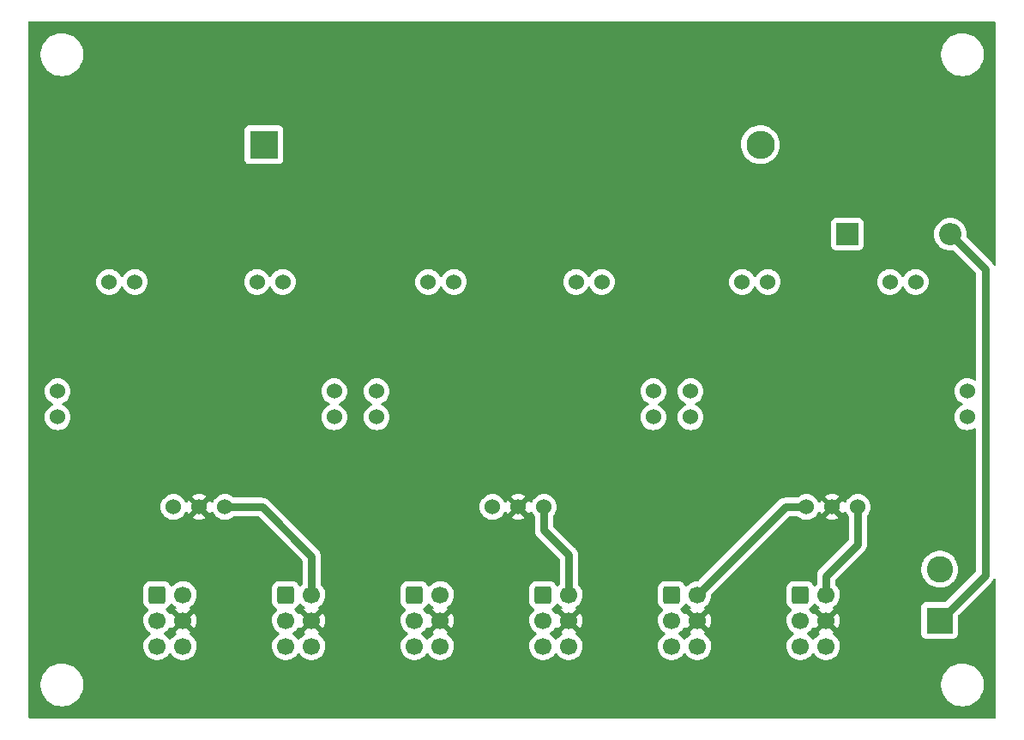
<source format=gbl>
G04 #@! TF.GenerationSoftware,KiCad,Pcbnew,(6.0.0)*
G04 #@! TF.CreationDate,2022-08-06T06:41:06-07:00*
G04 #@! TF.ProjectId,ext_amp,6578745f-616d-4702-9e6b-696361645f70,rev?*
G04 #@! TF.SameCoordinates,Original*
G04 #@! TF.FileFunction,Copper,L2,Bot*
G04 #@! TF.FilePolarity,Positive*
%FSLAX46Y46*%
G04 Gerber Fmt 4.6, Leading zero omitted, Abs format (unit mm)*
G04 Created by KiCad (PCBNEW (6.0.0)) date 2022-08-06 06:41:06*
%MOMM*%
%LPD*%
G01*
G04 APERTURE LIST*
G04 Aperture macros list*
%AMRoundRect*
0 Rectangle with rounded corners*
0 $1 Rounding radius*
0 $2 $3 $4 $5 $6 $7 $8 $9 X,Y pos of 4 corners*
0 Add a 4 corners polygon primitive as box body*
4,1,4,$2,$3,$4,$5,$6,$7,$8,$9,$2,$3,0*
0 Add four circle primitives for the rounded corners*
1,1,$1+$1,$2,$3*
1,1,$1+$1,$4,$5*
1,1,$1+$1,$6,$7*
1,1,$1+$1,$8,$9*
0 Add four rect primitives between the rounded corners*
20,1,$1+$1,$2,$3,$4,$5,0*
20,1,$1+$1,$4,$5,$6,$7,0*
20,1,$1+$1,$6,$7,$8,$9,0*
20,1,$1+$1,$8,$9,$2,$3,0*%
G04 Aperture macros list end*
G04 #@! TA.AperFunction,ComponentPad*
%ADD10C,1.524000*%
G04 #@! TD*
G04 #@! TA.AperFunction,ComponentPad*
%ADD11RoundRect,0.250000X-0.600000X-0.600000X0.600000X-0.600000X0.600000X0.600000X-0.600000X0.600000X0*%
G04 #@! TD*
G04 #@! TA.AperFunction,ComponentPad*
%ADD12C,1.700000*%
G04 #@! TD*
G04 #@! TA.AperFunction,ComponentPad*
%ADD13R,2.200000X2.200000*%
G04 #@! TD*
G04 #@! TA.AperFunction,ComponentPad*
%ADD14O,2.200000X2.200000*%
G04 #@! TD*
G04 #@! TA.AperFunction,ComponentPad*
%ADD15R,2.600000X2.600000*%
G04 #@! TD*
G04 #@! TA.AperFunction,ComponentPad*
%ADD16C,2.600000*%
G04 #@! TD*
G04 #@! TA.AperFunction,ComponentPad*
%ADD17R,2.800000X2.800000*%
G04 #@! TD*
G04 #@! TA.AperFunction,ComponentPad*
%ADD18O,2.800000X2.800000*%
G04 #@! TD*
G04 #@! TA.AperFunction,Conductor*
%ADD19C,0.800000*%
G04 #@! TD*
G04 APERTURE END LIST*
D10*
X166757000Y-73281000D03*
X169297000Y-73281000D03*
X152152000Y-73281000D03*
X154692000Y-73281000D03*
X158502000Y-95506000D03*
X161042000Y-95506000D03*
X163582000Y-95506000D03*
X147072000Y-86641000D03*
X147072000Y-84076000D03*
X174377000Y-86641000D03*
X174377000Y-84076000D03*
X135769000Y-73281000D03*
X138309000Y-73281000D03*
X121164000Y-73281000D03*
X123704000Y-73281000D03*
X127514000Y-95506000D03*
X130054000Y-95506000D03*
X132594000Y-95506000D03*
X116084000Y-86641000D03*
X116084000Y-84076000D03*
X143389000Y-86641000D03*
X143389000Y-84076000D03*
X104273000Y-73281000D03*
X106813000Y-73281000D03*
X89668000Y-73281000D03*
X92208000Y-73281000D03*
X96018000Y-95506000D03*
X98558000Y-95506000D03*
X101098000Y-95506000D03*
X84588000Y-86641000D03*
X84588000Y-84076000D03*
X111893000Y-86641000D03*
X111893000Y-84076000D03*
D11*
X94412500Y-104180000D03*
D12*
X96952500Y-104180000D03*
X94412500Y-106720000D03*
X96952500Y-106720000D03*
X94412500Y-109260000D03*
X96952500Y-109260000D03*
D11*
X145212500Y-104180000D03*
D12*
X147752500Y-104180000D03*
X145212500Y-106720000D03*
X147752500Y-106720000D03*
X145212500Y-109260000D03*
X147752500Y-109260000D03*
D11*
X132512500Y-104180000D03*
D12*
X135052500Y-104180000D03*
X132512500Y-106720000D03*
X135052500Y-106720000D03*
X132512500Y-109260000D03*
X135052500Y-109260000D03*
D11*
X157912500Y-104180000D03*
D12*
X160452500Y-104180000D03*
X157912500Y-106720000D03*
X160452500Y-106720000D03*
X157912500Y-109260000D03*
X160452500Y-109260000D03*
D13*
X162560000Y-68580000D03*
D14*
X172720000Y-68580000D03*
D15*
X171665000Y-106730000D03*
D16*
X171665000Y-101650000D03*
D11*
X119812500Y-104180000D03*
D12*
X122352500Y-104180000D03*
X119812500Y-106720000D03*
X122352500Y-106720000D03*
X119812500Y-109260000D03*
X122352500Y-109260000D03*
D17*
X104955000Y-59735000D03*
D18*
X153955000Y-59735000D03*
D11*
X107112500Y-104180000D03*
D12*
X109652500Y-104180000D03*
X107112500Y-106720000D03*
X109652500Y-106720000D03*
X107112500Y-109260000D03*
X109652500Y-109260000D03*
D19*
X109652500Y-100381500D02*
X109652500Y-104180000D01*
X104777000Y-95506000D02*
X109652500Y-100381500D01*
X101098000Y-95506000D02*
X104777000Y-95506000D01*
X135052500Y-100254500D02*
X135052500Y-104180000D01*
X132594000Y-97796000D02*
X135052500Y-100254500D01*
X132594000Y-95506000D02*
X132594000Y-97796000D01*
X163582000Y-99181000D02*
X163582000Y-95506000D01*
X160452500Y-102310500D02*
X163582000Y-99181000D01*
X160452500Y-104180000D02*
X160452500Y-102310500D01*
X156426500Y-95506000D02*
X147752500Y-104180000D01*
X158502000Y-95506000D02*
X156426500Y-95506000D01*
X176149000Y-72009000D02*
X172720000Y-68580000D01*
X176149000Y-102246000D02*
X176149000Y-72009000D01*
X171665000Y-106730000D02*
X176149000Y-102246000D01*
G04 #@! TA.AperFunction,Conductor*
G36*
X177149121Y-47563002D02*
G01*
X177195614Y-47616658D01*
X177207000Y-47669000D01*
X177207000Y-71554272D01*
X177186998Y-71622393D01*
X177133342Y-71668886D01*
X177063068Y-71678990D01*
X176998488Y-71649496D01*
X176971881Y-71617272D01*
X176949333Y-71578218D01*
X176946185Y-71572421D01*
X176915129Y-71511470D01*
X176906273Y-71500533D01*
X176895073Y-71484237D01*
X176891343Y-71477776D01*
X176891340Y-71477772D01*
X176888040Y-71472056D01*
X176883623Y-71467150D01*
X176883619Y-71467145D01*
X176842278Y-71421231D01*
X176837994Y-71416216D01*
X176827148Y-71402823D01*
X176825072Y-71400259D01*
X176810557Y-71385744D01*
X176806016Y-71380959D01*
X176764673Y-71335043D01*
X176760253Y-71330134D01*
X176748865Y-71321860D01*
X176733832Y-71309019D01*
X174350569Y-68925756D01*
X174316543Y-68863444D01*
X174314052Y-68826775D01*
X174333086Y-68584930D01*
X174333474Y-68580000D01*
X174313609Y-68327597D01*
X174254505Y-68081409D01*
X174157616Y-67847498D01*
X174025328Y-67631624D01*
X173860898Y-67439102D01*
X173668376Y-67274672D01*
X173452502Y-67142384D01*
X173447932Y-67140491D01*
X173447928Y-67140489D01*
X173223164Y-67047389D01*
X173223162Y-67047388D01*
X173218591Y-67045495D01*
X173133968Y-67025179D01*
X172977216Y-66987546D01*
X172977210Y-66987545D01*
X172972403Y-66986391D01*
X172720000Y-66966526D01*
X172467597Y-66986391D01*
X172462790Y-66987545D01*
X172462784Y-66987546D01*
X172306032Y-67025179D01*
X172221409Y-67045495D01*
X172216838Y-67047388D01*
X172216836Y-67047389D01*
X171992072Y-67140489D01*
X171992068Y-67140491D01*
X171987498Y-67142384D01*
X171771624Y-67274672D01*
X171579102Y-67439102D01*
X171414672Y-67631624D01*
X171282384Y-67847498D01*
X171185495Y-68081409D01*
X171126391Y-68327597D01*
X171106526Y-68580000D01*
X171126391Y-68832403D01*
X171185495Y-69078591D01*
X171282384Y-69312502D01*
X171414672Y-69528376D01*
X171579102Y-69720898D01*
X171771624Y-69885328D01*
X171987498Y-70017616D01*
X171992068Y-70019509D01*
X171992072Y-70019511D01*
X172062401Y-70048642D01*
X172221409Y-70114505D01*
X172288513Y-70130615D01*
X172462784Y-70172454D01*
X172462790Y-70172455D01*
X172467597Y-70173609D01*
X172720000Y-70193474D01*
X172724930Y-70193086D01*
X172966775Y-70174052D01*
X173036255Y-70188648D01*
X173065756Y-70210569D01*
X175203595Y-72348408D01*
X175237621Y-72410720D01*
X175240500Y-72437503D01*
X175240500Y-82887591D01*
X175220498Y-82955712D01*
X175166842Y-83002205D01*
X175096568Y-83012309D01*
X175042230Y-82990804D01*
X175019191Y-82974672D01*
X175019185Y-82974668D01*
X175014677Y-82971512D01*
X175009695Y-82969189D01*
X175009690Y-82969186D01*
X174818178Y-82879883D01*
X174818177Y-82879882D01*
X174813196Y-82877560D01*
X174807888Y-82876138D01*
X174807886Y-82876137D01*
X174742051Y-82858497D01*
X174598463Y-82820022D01*
X174377000Y-82800647D01*
X174155537Y-82820022D01*
X174011949Y-82858497D01*
X173946114Y-82876137D01*
X173946112Y-82876138D01*
X173940804Y-82877560D01*
X173935823Y-82879882D01*
X173935822Y-82879883D01*
X173744311Y-82969186D01*
X173744306Y-82969189D01*
X173739324Y-82971512D01*
X173734817Y-82974668D01*
X173734815Y-82974669D01*
X173561730Y-83095864D01*
X173561727Y-83095866D01*
X173557219Y-83099023D01*
X173400023Y-83256219D01*
X173272512Y-83438324D01*
X173270189Y-83443306D01*
X173270186Y-83443311D01*
X173180883Y-83634822D01*
X173178560Y-83639804D01*
X173121022Y-83854537D01*
X173101647Y-84076000D01*
X173121022Y-84297463D01*
X173178560Y-84512196D01*
X173180882Y-84517177D01*
X173180883Y-84517178D01*
X173270186Y-84708689D01*
X173270189Y-84708694D01*
X173272512Y-84713676D01*
X173400023Y-84895781D01*
X173557219Y-85052977D01*
X173561727Y-85056134D01*
X173561730Y-85056136D01*
X173637495Y-85109187D01*
X173739323Y-85180488D01*
X173744305Y-85182811D01*
X173744310Y-85182814D01*
X173876179Y-85244305D01*
X173929464Y-85291222D01*
X173948925Y-85359500D01*
X173928383Y-85427460D01*
X173876179Y-85472695D01*
X173744311Y-85534186D01*
X173744306Y-85534189D01*
X173739324Y-85536512D01*
X173734817Y-85539668D01*
X173734815Y-85539669D01*
X173561730Y-85660864D01*
X173561727Y-85660866D01*
X173557219Y-85664023D01*
X173400023Y-85821219D01*
X173272512Y-86003324D01*
X173270189Y-86008306D01*
X173270186Y-86008311D01*
X173180883Y-86199822D01*
X173178560Y-86204804D01*
X173121022Y-86419537D01*
X173101647Y-86641000D01*
X173121022Y-86862463D01*
X173178560Y-87077196D01*
X173180882Y-87082177D01*
X173180883Y-87082178D01*
X173270186Y-87273689D01*
X173270189Y-87273694D01*
X173272512Y-87278676D01*
X173400023Y-87460781D01*
X173557219Y-87617977D01*
X173561727Y-87621134D01*
X173561730Y-87621136D01*
X173637495Y-87674187D01*
X173739323Y-87745488D01*
X173744305Y-87747811D01*
X173744310Y-87747814D01*
X173919292Y-87829409D01*
X173940804Y-87839440D01*
X173946112Y-87840862D01*
X173946114Y-87840863D01*
X174011949Y-87858503D01*
X174155537Y-87896978D01*
X174377000Y-87916353D01*
X174598463Y-87896978D01*
X174742051Y-87858503D01*
X174807886Y-87840863D01*
X174807888Y-87840862D01*
X174813196Y-87839440D01*
X174834708Y-87829409D01*
X175009690Y-87747814D01*
X175009695Y-87747811D01*
X175014677Y-87745488D01*
X175019186Y-87742331D01*
X175019191Y-87742328D01*
X175042230Y-87726196D01*
X175109504Y-87703508D01*
X175178364Y-87720793D01*
X175226948Y-87772563D01*
X175240500Y-87829409D01*
X175240500Y-101817497D01*
X175220498Y-101885618D01*
X175203595Y-101906592D01*
X172225592Y-104884595D01*
X172163280Y-104918621D01*
X172136497Y-104921500D01*
X170316866Y-104921500D01*
X170254684Y-104928255D01*
X170118295Y-104979385D01*
X170001739Y-105066739D01*
X169914385Y-105183295D01*
X169863255Y-105319684D01*
X169856500Y-105381866D01*
X169856500Y-108078134D01*
X169863255Y-108140316D01*
X169914385Y-108276705D01*
X170001739Y-108393261D01*
X170118295Y-108480615D01*
X170254684Y-108531745D01*
X170316866Y-108538500D01*
X173013134Y-108538500D01*
X173075316Y-108531745D01*
X173211705Y-108480615D01*
X173328261Y-108393261D01*
X173415615Y-108276705D01*
X173466745Y-108140316D01*
X173473500Y-108078134D01*
X173473500Y-106258503D01*
X173493502Y-106190382D01*
X173510405Y-106169408D01*
X176733832Y-102945981D01*
X176748865Y-102933140D01*
X176754913Y-102928746D01*
X176754914Y-102928745D01*
X176760253Y-102924866D01*
X176806016Y-102874041D01*
X176810557Y-102869256D01*
X176825072Y-102854741D01*
X176837994Y-102838784D01*
X176842278Y-102833769D01*
X176883619Y-102787855D01*
X176883623Y-102787850D01*
X176888040Y-102782944D01*
X176891340Y-102777228D01*
X176891343Y-102777224D01*
X176895073Y-102770763D01*
X176906273Y-102754466D01*
X176910975Y-102748660D01*
X176910976Y-102748658D01*
X176915129Y-102743530D01*
X176918199Y-102737506D01*
X176946188Y-102682574D01*
X176949335Y-102676778D01*
X176964848Y-102649908D01*
X176971881Y-102637727D01*
X177023262Y-102588734D01*
X177092976Y-102575297D01*
X177158887Y-102601684D01*
X177200070Y-102659515D01*
X177207000Y-102700727D01*
X177207000Y-116251000D01*
X177186998Y-116319121D01*
X177133342Y-116365614D01*
X177081000Y-116377000D01*
X81829000Y-116377000D01*
X81760879Y-116356998D01*
X81714386Y-116303342D01*
X81703000Y-116251000D01*
X81703000Y-113207703D01*
X82895743Y-113207703D01*
X82933268Y-113492734D01*
X83009129Y-113770036D01*
X83121923Y-114034476D01*
X83269561Y-114281161D01*
X83449313Y-114505528D01*
X83657851Y-114703423D01*
X83891317Y-114871186D01*
X83895112Y-114873195D01*
X83895113Y-114873196D01*
X83916869Y-114884715D01*
X84145392Y-115005712D01*
X84415373Y-115104511D01*
X84696264Y-115165755D01*
X84724841Y-115168004D01*
X84919282Y-115183307D01*
X84919291Y-115183307D01*
X84921739Y-115183500D01*
X85077271Y-115183500D01*
X85079407Y-115183354D01*
X85079418Y-115183354D01*
X85287548Y-115169165D01*
X85287554Y-115169164D01*
X85291825Y-115168873D01*
X85296020Y-115168004D01*
X85296022Y-115168004D01*
X85432583Y-115139724D01*
X85573342Y-115110574D01*
X85844343Y-115014607D01*
X86099812Y-114882750D01*
X86103313Y-114880289D01*
X86103317Y-114880287D01*
X86217417Y-114800096D01*
X86335023Y-114717441D01*
X86545622Y-114521740D01*
X86727713Y-114299268D01*
X86877927Y-114054142D01*
X86993483Y-113790898D01*
X87072244Y-113514406D01*
X87112751Y-113229784D01*
X87112845Y-113211951D01*
X87112867Y-113207703D01*
X171795743Y-113207703D01*
X171833268Y-113492734D01*
X171909129Y-113770036D01*
X172021923Y-114034476D01*
X172169561Y-114281161D01*
X172349313Y-114505528D01*
X172557851Y-114703423D01*
X172791317Y-114871186D01*
X172795112Y-114873195D01*
X172795113Y-114873196D01*
X172816869Y-114884715D01*
X173045392Y-115005712D01*
X173315373Y-115104511D01*
X173596264Y-115165755D01*
X173624841Y-115168004D01*
X173819282Y-115183307D01*
X173819291Y-115183307D01*
X173821739Y-115183500D01*
X173977271Y-115183500D01*
X173979407Y-115183354D01*
X173979418Y-115183354D01*
X174187548Y-115169165D01*
X174187554Y-115169164D01*
X174191825Y-115168873D01*
X174196020Y-115168004D01*
X174196022Y-115168004D01*
X174332583Y-115139724D01*
X174473342Y-115110574D01*
X174744343Y-115014607D01*
X174999812Y-114882750D01*
X175003313Y-114880289D01*
X175003317Y-114880287D01*
X175117417Y-114800096D01*
X175235023Y-114717441D01*
X175445622Y-114521740D01*
X175627713Y-114299268D01*
X175777927Y-114054142D01*
X175893483Y-113790898D01*
X175972244Y-113514406D01*
X176012751Y-113229784D01*
X176012845Y-113211951D01*
X176014235Y-112946583D01*
X176014235Y-112946576D01*
X176014257Y-112942297D01*
X175976732Y-112657266D01*
X175900871Y-112379964D01*
X175788077Y-112115524D01*
X175640439Y-111868839D01*
X175460687Y-111644472D01*
X175252149Y-111446577D01*
X175018683Y-111278814D01*
X174996843Y-111267250D01*
X174973654Y-111254972D01*
X174764608Y-111144288D01*
X174494627Y-111045489D01*
X174213736Y-110984245D01*
X174182685Y-110981801D01*
X173990718Y-110966693D01*
X173990709Y-110966693D01*
X173988261Y-110966500D01*
X173832729Y-110966500D01*
X173830593Y-110966646D01*
X173830582Y-110966646D01*
X173622452Y-110980835D01*
X173622446Y-110980836D01*
X173618175Y-110981127D01*
X173613980Y-110981996D01*
X173613978Y-110981996D01*
X173477416Y-111010277D01*
X173336658Y-111039426D01*
X173065657Y-111135393D01*
X172810188Y-111267250D01*
X172806687Y-111269711D01*
X172806683Y-111269713D01*
X172796594Y-111276804D01*
X172574977Y-111432559D01*
X172364378Y-111628260D01*
X172182287Y-111850732D01*
X172032073Y-112095858D01*
X171916517Y-112359102D01*
X171837756Y-112635594D01*
X171797249Y-112920216D01*
X171797227Y-112924505D01*
X171797226Y-112924512D01*
X171795765Y-113203417D01*
X171795743Y-113207703D01*
X87112867Y-113207703D01*
X87114235Y-112946583D01*
X87114235Y-112946576D01*
X87114257Y-112942297D01*
X87076732Y-112657266D01*
X87000871Y-112379964D01*
X86888077Y-112115524D01*
X86740439Y-111868839D01*
X86560687Y-111644472D01*
X86352149Y-111446577D01*
X86118683Y-111278814D01*
X86096843Y-111267250D01*
X86073654Y-111254972D01*
X85864608Y-111144288D01*
X85594627Y-111045489D01*
X85313736Y-110984245D01*
X85282685Y-110981801D01*
X85090718Y-110966693D01*
X85090709Y-110966693D01*
X85088261Y-110966500D01*
X84932729Y-110966500D01*
X84930593Y-110966646D01*
X84930582Y-110966646D01*
X84722452Y-110980835D01*
X84722446Y-110980836D01*
X84718175Y-110981127D01*
X84713980Y-110981996D01*
X84713978Y-110981996D01*
X84577416Y-111010277D01*
X84436658Y-111039426D01*
X84165657Y-111135393D01*
X83910188Y-111267250D01*
X83906687Y-111269711D01*
X83906683Y-111269713D01*
X83896594Y-111276804D01*
X83674977Y-111432559D01*
X83464378Y-111628260D01*
X83282287Y-111850732D01*
X83132073Y-112095858D01*
X83016517Y-112359102D01*
X82937756Y-112635594D01*
X82897249Y-112920216D01*
X82897227Y-112924505D01*
X82897226Y-112924512D01*
X82895765Y-113203417D01*
X82895743Y-113207703D01*
X81703000Y-113207703D01*
X81703000Y-109226695D01*
X93049751Y-109226695D01*
X93050048Y-109231848D01*
X93050048Y-109231851D01*
X93055511Y-109326590D01*
X93062610Y-109449715D01*
X93063747Y-109454761D01*
X93063748Y-109454767D01*
X93083619Y-109542939D01*
X93111722Y-109667639D01*
X93195766Y-109874616D01*
X93246519Y-109957438D01*
X93309791Y-110060688D01*
X93312487Y-110065088D01*
X93458750Y-110233938D01*
X93630626Y-110376632D01*
X93823500Y-110489338D01*
X94032192Y-110569030D01*
X94037260Y-110570061D01*
X94037263Y-110570062D01*
X94144517Y-110591883D01*
X94251097Y-110613567D01*
X94256272Y-110613757D01*
X94256274Y-110613757D01*
X94469173Y-110621564D01*
X94469177Y-110621564D01*
X94474337Y-110621753D01*
X94479457Y-110621097D01*
X94479459Y-110621097D01*
X94690788Y-110594025D01*
X94690789Y-110594025D01*
X94695916Y-110593368D01*
X94700866Y-110591883D01*
X94904929Y-110530661D01*
X94904934Y-110530659D01*
X94909884Y-110529174D01*
X95110494Y-110430896D01*
X95292360Y-110301173D01*
X95450596Y-110143489D01*
X95510094Y-110060689D01*
X95580953Y-109962077D01*
X95582276Y-109963028D01*
X95629145Y-109919857D01*
X95699080Y-109907625D01*
X95764526Y-109935144D01*
X95792375Y-109966994D01*
X95852487Y-110065088D01*
X95998750Y-110233938D01*
X96170626Y-110376632D01*
X96363500Y-110489338D01*
X96572192Y-110569030D01*
X96577260Y-110570061D01*
X96577263Y-110570062D01*
X96684517Y-110591883D01*
X96791097Y-110613567D01*
X96796272Y-110613757D01*
X96796274Y-110613757D01*
X97009173Y-110621564D01*
X97009177Y-110621564D01*
X97014337Y-110621753D01*
X97019457Y-110621097D01*
X97019459Y-110621097D01*
X97230788Y-110594025D01*
X97230789Y-110594025D01*
X97235916Y-110593368D01*
X97240866Y-110591883D01*
X97444929Y-110530661D01*
X97444934Y-110530659D01*
X97449884Y-110529174D01*
X97650494Y-110430896D01*
X97832360Y-110301173D01*
X97990596Y-110143489D01*
X98050094Y-110060689D01*
X98117935Y-109966277D01*
X98120953Y-109962077D01*
X98141820Y-109919857D01*
X98217636Y-109766453D01*
X98217637Y-109766451D01*
X98219930Y-109761811D01*
X98284870Y-109548069D01*
X98314029Y-109326590D01*
X98315656Y-109260000D01*
X98297352Y-109037361D01*
X98242931Y-108820702D01*
X98153854Y-108615840D01*
X98114406Y-108554862D01*
X98035322Y-108432617D01*
X98035320Y-108432614D01*
X98032514Y-108428277D01*
X97882170Y-108263051D01*
X97878119Y-108259852D01*
X97878115Y-108259848D01*
X97710914Y-108127800D01*
X97710910Y-108127798D01*
X97706859Y-108124598D01*
X97665069Y-108101529D01*
X97615098Y-108051097D01*
X97600326Y-107981654D01*
X97625442Y-107915248D01*
X97652793Y-107888642D01*
X97701747Y-107853723D01*
X97710148Y-107843023D01*
X97703160Y-107829870D01*
X96965312Y-107092022D01*
X96951368Y-107084408D01*
X96949535Y-107084539D01*
X96942920Y-107088790D01*
X96199237Y-107832473D01*
X96192477Y-107844853D01*
X96197758Y-107851907D01*
X96244469Y-107879203D01*
X96293193Y-107930841D01*
X96306264Y-108000624D01*
X96279533Y-108066396D01*
X96239084Y-108099752D01*
X96226107Y-108106507D01*
X96221974Y-108109610D01*
X96221971Y-108109612D01*
X96171223Y-108147715D01*
X96047465Y-108240635D01*
X95893129Y-108402138D01*
X95785701Y-108559621D01*
X95730793Y-108604621D01*
X95660268Y-108612792D01*
X95596521Y-108581538D01*
X95575824Y-108557054D01*
X95495322Y-108432617D01*
X95495320Y-108432614D01*
X95492514Y-108428277D01*
X95342170Y-108263051D01*
X95338119Y-108259852D01*
X95338115Y-108259848D01*
X95170914Y-108127800D01*
X95170910Y-108127798D01*
X95166859Y-108124598D01*
X95125553Y-108101796D01*
X95075584Y-108051364D01*
X95060812Y-107981921D01*
X95085928Y-107915516D01*
X95113280Y-107888909D01*
X95177610Y-107843023D01*
X95292360Y-107761173D01*
X95450596Y-107603489D01*
X95510094Y-107520689D01*
X95580953Y-107422077D01*
X95582140Y-107422930D01*
X95629460Y-107379362D01*
X95699397Y-107367145D01*
X95764838Y-107394678D01*
X95792666Y-107426512D01*
X95818959Y-107469419D01*
X95829416Y-107478880D01*
X95838194Y-107475096D01*
X96580478Y-106732812D01*
X96586856Y-106721132D01*
X97316908Y-106721132D01*
X97317039Y-106722965D01*
X97321290Y-106729580D01*
X98062974Y-107471264D01*
X98074984Y-107477823D01*
X98086723Y-107468855D01*
X98117504Y-107426019D01*
X98122815Y-107417180D01*
X98217170Y-107226267D01*
X98220969Y-107216672D01*
X98282876Y-107012915D01*
X98285055Y-107002834D01*
X98313090Y-106789887D01*
X98313609Y-106783212D01*
X98315072Y-106723364D01*
X98314878Y-106716646D01*
X98297281Y-106502604D01*
X98295596Y-106492424D01*
X98243714Y-106285875D01*
X98240394Y-106276124D01*
X98155472Y-106080814D01*
X98150605Y-106071739D01*
X98085563Y-105971197D01*
X98074877Y-105961995D01*
X98065312Y-105966398D01*
X97324522Y-106707188D01*
X97316908Y-106721132D01*
X96586856Y-106721132D01*
X96588092Y-106718868D01*
X96587961Y-106717035D01*
X96583710Y-106710420D01*
X95842349Y-105969059D01*
X95830813Y-105962759D01*
X95818531Y-105972382D01*
X95785999Y-106020072D01*
X95731087Y-106065075D01*
X95660563Y-106073246D01*
X95596816Y-106041992D01*
X95576118Y-106017508D01*
X95495322Y-105892617D01*
X95495320Y-105892614D01*
X95492514Y-105888277D01*
X95342170Y-105723051D01*
X95299506Y-105689357D01*
X95258444Y-105631441D01*
X95255212Y-105560518D01*
X95290837Y-105499107D01*
X95324147Y-105476376D01*
X95329507Y-105473865D01*
X95336446Y-105471550D01*
X95486848Y-105378478D01*
X95611805Y-105253303D01*
X95704615Y-105102738D01*
X95706918Y-105095795D01*
X95709263Y-105090766D01*
X95756180Y-105037481D01*
X95824458Y-105018021D01*
X95892418Y-105038564D01*
X95918694Y-105061520D01*
X95995360Y-105150025D01*
X95998750Y-105153938D01*
X96170626Y-105296632D01*
X96197413Y-105312285D01*
X96244455Y-105339774D01*
X96293179Y-105391412D01*
X96306250Y-105461195D01*
X96279519Y-105526967D01*
X96239062Y-105560327D01*
X96230960Y-105564544D01*
X96222234Y-105570039D01*
X96202177Y-105585099D01*
X96193723Y-105596427D01*
X96200468Y-105608758D01*
X96939688Y-106347978D01*
X96953632Y-106355592D01*
X96955465Y-106355461D01*
X96962080Y-106351210D01*
X97705889Y-105607401D01*
X97712910Y-105594544D01*
X97706111Y-105585213D01*
X97702059Y-105582521D01*
X97665102Y-105562120D01*
X97615131Y-105511687D01*
X97600359Y-105442245D01*
X97625475Y-105375839D01*
X97652827Y-105349232D01*
X97704625Y-105312285D01*
X97832360Y-105221173D01*
X97990596Y-105063489D01*
X98053296Y-104976233D01*
X98117935Y-104886277D01*
X98120953Y-104882077D01*
X98148108Y-104827134D01*
X98217636Y-104686453D01*
X98217637Y-104686451D01*
X98219930Y-104681811D01*
X98284870Y-104468069D01*
X98314029Y-104246590D01*
X98315656Y-104180000D01*
X98297352Y-103957361D01*
X98242931Y-103740702D01*
X98153854Y-103535840D01*
X98067688Y-103402647D01*
X98035322Y-103352617D01*
X98035320Y-103352614D01*
X98032514Y-103348277D01*
X97882170Y-103183051D01*
X97878119Y-103179852D01*
X97878115Y-103179848D01*
X97710914Y-103047800D01*
X97710910Y-103047798D01*
X97706859Y-103044598D01*
X97511289Y-102936638D01*
X97506420Y-102934914D01*
X97506416Y-102934912D01*
X97305587Y-102863795D01*
X97305583Y-102863794D01*
X97300712Y-102862069D01*
X97295619Y-102861162D01*
X97295616Y-102861161D01*
X97085873Y-102823800D01*
X97085867Y-102823799D01*
X97080784Y-102822894D01*
X97006952Y-102821992D01*
X96862581Y-102820228D01*
X96862579Y-102820228D01*
X96857411Y-102820165D01*
X96636591Y-102853955D01*
X96424256Y-102923357D01*
X96394275Y-102938964D01*
X96304178Y-102985866D01*
X96226107Y-103026507D01*
X96221974Y-103029610D01*
X96221971Y-103029612D01*
X96051600Y-103157530D01*
X96047465Y-103160635D01*
X95956281Y-103256054D01*
X95913527Y-103300793D01*
X95852003Y-103336223D01*
X95781090Y-103332766D01*
X95723304Y-103291520D01*
X95708333Y-103267194D01*
X95706365Y-103262994D01*
X95704050Y-103256054D01*
X95610978Y-103105652D01*
X95485803Y-102980695D01*
X95429487Y-102945981D01*
X95341468Y-102891725D01*
X95341466Y-102891724D01*
X95335238Y-102887885D01*
X95237787Y-102855562D01*
X95173889Y-102834368D01*
X95173887Y-102834368D01*
X95167361Y-102832203D01*
X95160525Y-102831503D01*
X95160522Y-102831502D01*
X95117469Y-102827091D01*
X95062900Y-102821500D01*
X93762100Y-102821500D01*
X93758854Y-102821837D01*
X93758850Y-102821837D01*
X93663192Y-102831762D01*
X93663188Y-102831763D01*
X93656334Y-102832474D01*
X93649798Y-102834655D01*
X93649796Y-102834655D01*
X93587131Y-102855562D01*
X93488554Y-102888450D01*
X93338152Y-102981522D01*
X93332979Y-102986704D01*
X93275186Y-103044598D01*
X93213195Y-103106697D01*
X93209355Y-103112927D01*
X93209354Y-103112928D01*
X93124966Y-103249831D01*
X93120385Y-103257262D01*
X93064703Y-103425139D01*
X93064003Y-103431975D01*
X93064002Y-103431978D01*
X93059591Y-103475031D01*
X93054000Y-103529600D01*
X93054000Y-104830400D01*
X93054337Y-104833646D01*
X93054337Y-104833650D01*
X93064065Y-104927402D01*
X93064974Y-104936166D01*
X93067155Y-104942702D01*
X93067155Y-104942704D01*
X93110932Y-105073919D01*
X93120950Y-105103946D01*
X93214022Y-105254348D01*
X93339197Y-105379305D01*
X93345427Y-105383145D01*
X93345428Y-105383146D01*
X93472047Y-105461195D01*
X93489762Y-105472115D01*
X93496709Y-105474419D01*
X93498776Y-105475383D01*
X93552061Y-105522299D01*
X93571523Y-105590576D01*
X93550982Y-105658536D01*
X93521181Y-105690337D01*
X93507465Y-105700635D01*
X93353129Y-105862138D01*
X93227243Y-106046680D01*
X93133188Y-106249305D01*
X93073489Y-106464570D01*
X93049751Y-106686695D01*
X93050048Y-106691848D01*
X93050048Y-106691851D01*
X93052410Y-106732812D01*
X93062610Y-106909715D01*
X93063747Y-106914761D01*
X93063748Y-106914767D01*
X93084775Y-107008069D01*
X93111722Y-107127639D01*
X93195766Y-107334616D01*
X93312487Y-107525088D01*
X93458750Y-107693938D01*
X93630626Y-107836632D01*
X93641563Y-107843023D01*
X93703945Y-107879476D01*
X93752669Y-107931114D01*
X93765740Y-108000897D01*
X93739009Y-108066669D01*
X93698555Y-108100027D01*
X93686107Y-108106507D01*
X93681974Y-108109610D01*
X93681971Y-108109612D01*
X93631223Y-108147715D01*
X93507465Y-108240635D01*
X93353129Y-108402138D01*
X93227243Y-108586680D01*
X93133188Y-108789305D01*
X93073489Y-109004570D01*
X93049751Y-109226695D01*
X81703000Y-109226695D01*
X81703000Y-95506000D01*
X94742647Y-95506000D01*
X94762022Y-95727463D01*
X94819560Y-95942196D01*
X94821882Y-95947177D01*
X94821883Y-95947178D01*
X94911186Y-96138689D01*
X94911189Y-96138694D01*
X94913512Y-96143676D01*
X94916668Y-96148183D01*
X94916669Y-96148185D01*
X94953107Y-96200223D01*
X95041023Y-96325781D01*
X95198219Y-96482977D01*
X95202727Y-96486134D01*
X95202730Y-96486136D01*
X95278495Y-96539187D01*
X95380323Y-96610488D01*
X95385305Y-96612811D01*
X95385310Y-96612814D01*
X95575810Y-96701645D01*
X95581804Y-96704440D01*
X95587112Y-96705862D01*
X95587114Y-96705863D01*
X95652949Y-96723503D01*
X95796537Y-96761978D01*
X96018000Y-96781353D01*
X96239463Y-96761978D01*
X96383051Y-96723503D01*
X96448886Y-96705863D01*
X96448888Y-96705862D01*
X96454196Y-96704440D01*
X96460190Y-96701645D01*
X96650690Y-96612814D01*
X96650695Y-96612811D01*
X96655677Y-96610488D01*
X96720959Y-96564777D01*
X97863777Y-96564777D01*
X97873074Y-96576793D01*
X97916069Y-96606898D01*
X97925555Y-96612376D01*
X98116993Y-96701645D01*
X98127285Y-96705391D01*
X98331309Y-96760059D01*
X98342104Y-96761962D01*
X98552525Y-96780372D01*
X98563475Y-96780372D01*
X98773896Y-96761962D01*
X98784691Y-96760059D01*
X98988715Y-96705391D01*
X98999007Y-96701645D01*
X99190445Y-96612376D01*
X99199931Y-96606898D01*
X99243764Y-96576207D01*
X99252139Y-96565729D01*
X99245071Y-96552281D01*
X98570812Y-95878022D01*
X98556868Y-95870408D01*
X98555035Y-95870539D01*
X98548420Y-95874790D01*
X97870207Y-96553003D01*
X97863777Y-96564777D01*
X96720959Y-96564777D01*
X96757505Y-96539187D01*
X96833270Y-96486136D01*
X96833273Y-96486134D01*
X96837781Y-96482977D01*
X96994977Y-96325781D01*
X97082894Y-96200223D01*
X97119331Y-96148185D01*
X97119332Y-96148183D01*
X97122488Y-96143676D01*
X97124811Y-96138694D01*
X97124814Y-96138689D01*
X97174081Y-96033035D01*
X97220999Y-95979750D01*
X97289276Y-95960289D01*
X97357236Y-95980831D01*
X97402471Y-96033035D01*
X97451623Y-96138441D01*
X97457103Y-96147932D01*
X97487794Y-96191765D01*
X97498271Y-96200140D01*
X97511718Y-96193072D01*
X98185978Y-95518812D01*
X98192356Y-95507132D01*
X98922408Y-95507132D01*
X98922539Y-95508965D01*
X98926790Y-95515580D01*
X99605003Y-96193793D01*
X99616777Y-96200223D01*
X99628793Y-96190926D01*
X99658897Y-96147932D01*
X99664377Y-96138441D01*
X99713529Y-96033035D01*
X99760447Y-95979750D01*
X99828724Y-95960289D01*
X99896684Y-95980831D01*
X99941919Y-96033035D01*
X99991186Y-96138689D01*
X99991189Y-96138694D01*
X99993512Y-96143676D01*
X99996668Y-96148183D01*
X99996669Y-96148185D01*
X100033107Y-96200223D01*
X100121023Y-96325781D01*
X100278219Y-96482977D01*
X100282727Y-96486134D01*
X100282730Y-96486136D01*
X100358495Y-96539187D01*
X100460323Y-96610488D01*
X100465305Y-96612811D01*
X100465310Y-96612814D01*
X100655810Y-96701645D01*
X100661804Y-96704440D01*
X100667112Y-96705862D01*
X100667114Y-96705863D01*
X100732949Y-96723503D01*
X100876537Y-96761978D01*
X101098000Y-96781353D01*
X101319463Y-96761978D01*
X101463051Y-96723503D01*
X101528886Y-96705863D01*
X101528888Y-96705862D01*
X101534196Y-96704440D01*
X101540190Y-96701645D01*
X101730690Y-96612814D01*
X101730695Y-96612811D01*
X101735677Y-96610488D01*
X101837505Y-96539187D01*
X101913270Y-96486136D01*
X101913273Y-96486134D01*
X101917781Y-96482977D01*
X101949353Y-96451405D01*
X102011665Y-96417379D01*
X102038448Y-96414500D01*
X104348497Y-96414500D01*
X104416618Y-96434502D01*
X104437592Y-96451405D01*
X108707095Y-100720908D01*
X108741121Y-100783220D01*
X108744000Y-100810003D01*
X108744000Y-103113737D01*
X108723998Y-103181858D01*
X108709094Y-103200788D01*
X108656281Y-103256054D01*
X108613527Y-103300793D01*
X108552003Y-103336223D01*
X108481090Y-103332766D01*
X108423304Y-103291520D01*
X108408333Y-103267194D01*
X108406365Y-103262994D01*
X108404050Y-103256054D01*
X108310978Y-103105652D01*
X108185803Y-102980695D01*
X108129487Y-102945981D01*
X108041468Y-102891725D01*
X108041466Y-102891724D01*
X108035238Y-102887885D01*
X107937787Y-102855562D01*
X107873889Y-102834368D01*
X107873887Y-102834368D01*
X107867361Y-102832203D01*
X107860525Y-102831503D01*
X107860522Y-102831502D01*
X107817469Y-102827091D01*
X107762900Y-102821500D01*
X106462100Y-102821500D01*
X106458854Y-102821837D01*
X106458850Y-102821837D01*
X106363192Y-102831762D01*
X106363188Y-102831763D01*
X106356334Y-102832474D01*
X106349798Y-102834655D01*
X106349796Y-102834655D01*
X106287131Y-102855562D01*
X106188554Y-102888450D01*
X106038152Y-102981522D01*
X106032979Y-102986704D01*
X105975186Y-103044598D01*
X105913195Y-103106697D01*
X105909355Y-103112927D01*
X105909354Y-103112928D01*
X105824966Y-103249831D01*
X105820385Y-103257262D01*
X105764703Y-103425139D01*
X105764003Y-103431975D01*
X105764002Y-103431978D01*
X105759591Y-103475031D01*
X105754000Y-103529600D01*
X105754000Y-104830400D01*
X105754337Y-104833646D01*
X105754337Y-104833650D01*
X105764065Y-104927402D01*
X105764974Y-104936166D01*
X105767155Y-104942702D01*
X105767155Y-104942704D01*
X105810932Y-105073919D01*
X105820950Y-105103946D01*
X105914022Y-105254348D01*
X106039197Y-105379305D01*
X106045427Y-105383145D01*
X106045428Y-105383146D01*
X106172047Y-105461195D01*
X106189762Y-105472115D01*
X106196709Y-105474419D01*
X106198776Y-105475383D01*
X106252061Y-105522299D01*
X106271523Y-105590576D01*
X106250982Y-105658536D01*
X106221181Y-105690337D01*
X106207465Y-105700635D01*
X106053129Y-105862138D01*
X105927243Y-106046680D01*
X105833188Y-106249305D01*
X105773489Y-106464570D01*
X105749751Y-106686695D01*
X105750048Y-106691848D01*
X105750048Y-106691851D01*
X105752410Y-106732812D01*
X105762610Y-106909715D01*
X105763747Y-106914761D01*
X105763748Y-106914767D01*
X105784775Y-107008069D01*
X105811722Y-107127639D01*
X105895766Y-107334616D01*
X106012487Y-107525088D01*
X106158750Y-107693938D01*
X106330626Y-107836632D01*
X106341563Y-107843023D01*
X106403945Y-107879476D01*
X106452669Y-107931114D01*
X106465740Y-108000897D01*
X106439009Y-108066669D01*
X106398555Y-108100027D01*
X106386107Y-108106507D01*
X106381974Y-108109610D01*
X106381971Y-108109612D01*
X106331223Y-108147715D01*
X106207465Y-108240635D01*
X106053129Y-108402138D01*
X105927243Y-108586680D01*
X105833188Y-108789305D01*
X105773489Y-109004570D01*
X105749751Y-109226695D01*
X105750048Y-109231848D01*
X105750048Y-109231851D01*
X105755511Y-109326590D01*
X105762610Y-109449715D01*
X105763747Y-109454761D01*
X105763748Y-109454767D01*
X105783619Y-109542939D01*
X105811722Y-109667639D01*
X105895766Y-109874616D01*
X105946519Y-109957438D01*
X106009791Y-110060688D01*
X106012487Y-110065088D01*
X106158750Y-110233938D01*
X106330626Y-110376632D01*
X106523500Y-110489338D01*
X106732192Y-110569030D01*
X106737260Y-110570061D01*
X106737263Y-110570062D01*
X106844517Y-110591883D01*
X106951097Y-110613567D01*
X106956272Y-110613757D01*
X106956274Y-110613757D01*
X107169173Y-110621564D01*
X107169177Y-110621564D01*
X107174337Y-110621753D01*
X107179457Y-110621097D01*
X107179459Y-110621097D01*
X107390788Y-110594025D01*
X107390789Y-110594025D01*
X107395916Y-110593368D01*
X107400866Y-110591883D01*
X107604929Y-110530661D01*
X107604934Y-110530659D01*
X107609884Y-110529174D01*
X107810494Y-110430896D01*
X107992360Y-110301173D01*
X108150596Y-110143489D01*
X108210094Y-110060689D01*
X108280953Y-109962077D01*
X108282276Y-109963028D01*
X108329145Y-109919857D01*
X108399080Y-109907625D01*
X108464526Y-109935144D01*
X108492375Y-109966994D01*
X108552487Y-110065088D01*
X108698750Y-110233938D01*
X108870626Y-110376632D01*
X109063500Y-110489338D01*
X109272192Y-110569030D01*
X109277260Y-110570061D01*
X109277263Y-110570062D01*
X109384517Y-110591883D01*
X109491097Y-110613567D01*
X109496272Y-110613757D01*
X109496274Y-110613757D01*
X109709173Y-110621564D01*
X109709177Y-110621564D01*
X109714337Y-110621753D01*
X109719457Y-110621097D01*
X109719459Y-110621097D01*
X109930788Y-110594025D01*
X109930789Y-110594025D01*
X109935916Y-110593368D01*
X109940866Y-110591883D01*
X110144929Y-110530661D01*
X110144934Y-110530659D01*
X110149884Y-110529174D01*
X110350494Y-110430896D01*
X110532360Y-110301173D01*
X110690596Y-110143489D01*
X110750094Y-110060689D01*
X110817935Y-109966277D01*
X110820953Y-109962077D01*
X110841820Y-109919857D01*
X110917636Y-109766453D01*
X110917637Y-109766451D01*
X110919930Y-109761811D01*
X110984870Y-109548069D01*
X111014029Y-109326590D01*
X111015656Y-109260000D01*
X111012918Y-109226695D01*
X118449751Y-109226695D01*
X118450048Y-109231848D01*
X118450048Y-109231851D01*
X118455511Y-109326590D01*
X118462610Y-109449715D01*
X118463747Y-109454761D01*
X118463748Y-109454767D01*
X118483619Y-109542939D01*
X118511722Y-109667639D01*
X118595766Y-109874616D01*
X118646519Y-109957438D01*
X118709791Y-110060688D01*
X118712487Y-110065088D01*
X118858750Y-110233938D01*
X119030626Y-110376632D01*
X119223500Y-110489338D01*
X119432192Y-110569030D01*
X119437260Y-110570061D01*
X119437263Y-110570062D01*
X119544517Y-110591883D01*
X119651097Y-110613567D01*
X119656272Y-110613757D01*
X119656274Y-110613757D01*
X119869173Y-110621564D01*
X119869177Y-110621564D01*
X119874337Y-110621753D01*
X119879457Y-110621097D01*
X119879459Y-110621097D01*
X120090788Y-110594025D01*
X120090789Y-110594025D01*
X120095916Y-110593368D01*
X120100866Y-110591883D01*
X120304929Y-110530661D01*
X120304934Y-110530659D01*
X120309884Y-110529174D01*
X120510494Y-110430896D01*
X120692360Y-110301173D01*
X120850596Y-110143489D01*
X120910094Y-110060689D01*
X120980953Y-109962077D01*
X120982276Y-109963028D01*
X121029145Y-109919857D01*
X121099080Y-109907625D01*
X121164526Y-109935144D01*
X121192375Y-109966994D01*
X121252487Y-110065088D01*
X121398750Y-110233938D01*
X121570626Y-110376632D01*
X121763500Y-110489338D01*
X121972192Y-110569030D01*
X121977260Y-110570061D01*
X121977263Y-110570062D01*
X122084517Y-110591883D01*
X122191097Y-110613567D01*
X122196272Y-110613757D01*
X122196274Y-110613757D01*
X122409173Y-110621564D01*
X122409177Y-110621564D01*
X122414337Y-110621753D01*
X122419457Y-110621097D01*
X122419459Y-110621097D01*
X122630788Y-110594025D01*
X122630789Y-110594025D01*
X122635916Y-110593368D01*
X122640866Y-110591883D01*
X122844929Y-110530661D01*
X122844934Y-110530659D01*
X122849884Y-110529174D01*
X123050494Y-110430896D01*
X123232360Y-110301173D01*
X123390596Y-110143489D01*
X123450094Y-110060689D01*
X123517935Y-109966277D01*
X123520953Y-109962077D01*
X123541820Y-109919857D01*
X123617636Y-109766453D01*
X123617637Y-109766451D01*
X123619930Y-109761811D01*
X123684870Y-109548069D01*
X123714029Y-109326590D01*
X123715656Y-109260000D01*
X123697352Y-109037361D01*
X123642931Y-108820702D01*
X123553854Y-108615840D01*
X123514406Y-108554862D01*
X123435322Y-108432617D01*
X123435320Y-108432614D01*
X123432514Y-108428277D01*
X123282170Y-108263051D01*
X123278119Y-108259852D01*
X123278115Y-108259848D01*
X123110914Y-108127800D01*
X123110910Y-108127798D01*
X123106859Y-108124598D01*
X123065069Y-108101529D01*
X123015098Y-108051097D01*
X123000326Y-107981654D01*
X123025442Y-107915248D01*
X123052793Y-107888642D01*
X123101747Y-107853723D01*
X123110148Y-107843023D01*
X123103160Y-107829870D01*
X122365312Y-107092022D01*
X122351368Y-107084408D01*
X122349535Y-107084539D01*
X122342920Y-107088790D01*
X121599237Y-107832473D01*
X121592477Y-107844853D01*
X121597758Y-107851907D01*
X121644469Y-107879203D01*
X121693193Y-107930841D01*
X121706264Y-108000624D01*
X121679533Y-108066396D01*
X121639084Y-108099752D01*
X121626107Y-108106507D01*
X121621974Y-108109610D01*
X121621971Y-108109612D01*
X121571223Y-108147715D01*
X121447465Y-108240635D01*
X121293129Y-108402138D01*
X121185701Y-108559621D01*
X121130793Y-108604621D01*
X121060268Y-108612792D01*
X120996521Y-108581538D01*
X120975824Y-108557054D01*
X120895322Y-108432617D01*
X120895320Y-108432614D01*
X120892514Y-108428277D01*
X120742170Y-108263051D01*
X120738119Y-108259852D01*
X120738115Y-108259848D01*
X120570914Y-108127800D01*
X120570910Y-108127798D01*
X120566859Y-108124598D01*
X120525553Y-108101796D01*
X120475584Y-108051364D01*
X120460812Y-107981921D01*
X120485928Y-107915516D01*
X120513280Y-107888909D01*
X120577610Y-107843023D01*
X120692360Y-107761173D01*
X120850596Y-107603489D01*
X120910094Y-107520689D01*
X120980953Y-107422077D01*
X120982140Y-107422930D01*
X121029460Y-107379362D01*
X121099397Y-107367145D01*
X121164838Y-107394678D01*
X121192666Y-107426512D01*
X121218959Y-107469419D01*
X121229416Y-107478880D01*
X121238194Y-107475096D01*
X121980478Y-106732812D01*
X121986856Y-106721132D01*
X122716908Y-106721132D01*
X122717039Y-106722965D01*
X122721290Y-106729580D01*
X123462974Y-107471264D01*
X123474984Y-107477823D01*
X123486723Y-107468855D01*
X123517504Y-107426019D01*
X123522815Y-107417180D01*
X123617170Y-107226267D01*
X123620969Y-107216672D01*
X123682876Y-107012915D01*
X123685055Y-107002834D01*
X123713090Y-106789887D01*
X123713609Y-106783212D01*
X123715072Y-106723364D01*
X123714878Y-106716646D01*
X123697281Y-106502604D01*
X123695596Y-106492424D01*
X123643714Y-106285875D01*
X123640394Y-106276124D01*
X123555472Y-106080814D01*
X123550605Y-106071739D01*
X123485563Y-105971197D01*
X123474877Y-105961995D01*
X123465312Y-105966398D01*
X122724522Y-106707188D01*
X122716908Y-106721132D01*
X121986856Y-106721132D01*
X121988092Y-106718868D01*
X121987961Y-106717035D01*
X121983710Y-106710420D01*
X121242349Y-105969059D01*
X121230813Y-105962759D01*
X121218531Y-105972382D01*
X121185999Y-106020072D01*
X121131087Y-106065075D01*
X121060563Y-106073246D01*
X120996816Y-106041992D01*
X120976118Y-106017508D01*
X120895322Y-105892617D01*
X120895320Y-105892614D01*
X120892514Y-105888277D01*
X120742170Y-105723051D01*
X120699506Y-105689357D01*
X120658444Y-105631441D01*
X120655212Y-105560518D01*
X120690837Y-105499107D01*
X120724147Y-105476376D01*
X120729507Y-105473865D01*
X120736446Y-105471550D01*
X120886848Y-105378478D01*
X121011805Y-105253303D01*
X121104615Y-105102738D01*
X121106918Y-105095795D01*
X121109263Y-105090766D01*
X121156180Y-105037481D01*
X121224458Y-105018021D01*
X121292418Y-105038564D01*
X121318694Y-105061520D01*
X121395360Y-105150025D01*
X121398750Y-105153938D01*
X121570626Y-105296632D01*
X121597413Y-105312285D01*
X121644455Y-105339774D01*
X121693179Y-105391412D01*
X121706250Y-105461195D01*
X121679519Y-105526967D01*
X121639062Y-105560327D01*
X121630960Y-105564544D01*
X121622234Y-105570039D01*
X121602177Y-105585099D01*
X121593723Y-105596427D01*
X121600468Y-105608758D01*
X122339688Y-106347978D01*
X122353632Y-106355592D01*
X122355465Y-106355461D01*
X122362080Y-106351210D01*
X123105889Y-105607401D01*
X123112910Y-105594544D01*
X123106111Y-105585213D01*
X123102059Y-105582521D01*
X123065102Y-105562120D01*
X123015131Y-105511687D01*
X123000359Y-105442245D01*
X123025475Y-105375839D01*
X123052827Y-105349232D01*
X123104625Y-105312285D01*
X123232360Y-105221173D01*
X123390596Y-105063489D01*
X123453296Y-104976233D01*
X123517935Y-104886277D01*
X123520953Y-104882077D01*
X123548108Y-104827134D01*
X123617636Y-104686453D01*
X123617637Y-104686451D01*
X123619930Y-104681811D01*
X123684870Y-104468069D01*
X123714029Y-104246590D01*
X123715656Y-104180000D01*
X123697352Y-103957361D01*
X123642931Y-103740702D01*
X123553854Y-103535840D01*
X123467688Y-103402647D01*
X123435322Y-103352617D01*
X123435320Y-103352614D01*
X123432514Y-103348277D01*
X123282170Y-103183051D01*
X123278119Y-103179852D01*
X123278115Y-103179848D01*
X123110914Y-103047800D01*
X123110910Y-103047798D01*
X123106859Y-103044598D01*
X122911289Y-102936638D01*
X122906420Y-102934914D01*
X122906416Y-102934912D01*
X122705587Y-102863795D01*
X122705583Y-102863794D01*
X122700712Y-102862069D01*
X122695619Y-102861162D01*
X122695616Y-102861161D01*
X122485873Y-102823800D01*
X122485867Y-102823799D01*
X122480784Y-102822894D01*
X122406952Y-102821992D01*
X122262581Y-102820228D01*
X122262579Y-102820228D01*
X122257411Y-102820165D01*
X122036591Y-102853955D01*
X121824256Y-102923357D01*
X121794275Y-102938964D01*
X121704178Y-102985866D01*
X121626107Y-103026507D01*
X121621974Y-103029610D01*
X121621971Y-103029612D01*
X121451600Y-103157530D01*
X121447465Y-103160635D01*
X121356281Y-103256054D01*
X121313527Y-103300793D01*
X121252003Y-103336223D01*
X121181090Y-103332766D01*
X121123304Y-103291520D01*
X121108333Y-103267194D01*
X121106365Y-103262994D01*
X121104050Y-103256054D01*
X121010978Y-103105652D01*
X120885803Y-102980695D01*
X120829487Y-102945981D01*
X120741468Y-102891725D01*
X120741466Y-102891724D01*
X120735238Y-102887885D01*
X120637787Y-102855562D01*
X120573889Y-102834368D01*
X120573887Y-102834368D01*
X120567361Y-102832203D01*
X120560525Y-102831503D01*
X120560522Y-102831502D01*
X120517469Y-102827091D01*
X120462900Y-102821500D01*
X119162100Y-102821500D01*
X119158854Y-102821837D01*
X119158850Y-102821837D01*
X119063192Y-102831762D01*
X119063188Y-102831763D01*
X119056334Y-102832474D01*
X119049798Y-102834655D01*
X119049796Y-102834655D01*
X118987131Y-102855562D01*
X118888554Y-102888450D01*
X118738152Y-102981522D01*
X118732979Y-102986704D01*
X118675186Y-103044598D01*
X118613195Y-103106697D01*
X118609355Y-103112927D01*
X118609354Y-103112928D01*
X118524966Y-103249831D01*
X118520385Y-103257262D01*
X118464703Y-103425139D01*
X118464003Y-103431975D01*
X118464002Y-103431978D01*
X118459591Y-103475031D01*
X118454000Y-103529600D01*
X118454000Y-104830400D01*
X118454337Y-104833646D01*
X118454337Y-104833650D01*
X118464065Y-104927402D01*
X118464974Y-104936166D01*
X118467155Y-104942702D01*
X118467155Y-104942704D01*
X118510932Y-105073919D01*
X118520950Y-105103946D01*
X118614022Y-105254348D01*
X118739197Y-105379305D01*
X118745427Y-105383145D01*
X118745428Y-105383146D01*
X118872047Y-105461195D01*
X118889762Y-105472115D01*
X118896709Y-105474419D01*
X118898776Y-105475383D01*
X118952061Y-105522299D01*
X118971523Y-105590576D01*
X118950982Y-105658536D01*
X118921181Y-105690337D01*
X118907465Y-105700635D01*
X118753129Y-105862138D01*
X118627243Y-106046680D01*
X118533188Y-106249305D01*
X118473489Y-106464570D01*
X118449751Y-106686695D01*
X118450048Y-106691848D01*
X118450048Y-106691851D01*
X118452410Y-106732812D01*
X118462610Y-106909715D01*
X118463747Y-106914761D01*
X118463748Y-106914767D01*
X118484775Y-107008069D01*
X118511722Y-107127639D01*
X118595766Y-107334616D01*
X118712487Y-107525088D01*
X118858750Y-107693938D01*
X119030626Y-107836632D01*
X119041563Y-107843023D01*
X119103945Y-107879476D01*
X119152669Y-107931114D01*
X119165740Y-108000897D01*
X119139009Y-108066669D01*
X119098555Y-108100027D01*
X119086107Y-108106507D01*
X119081974Y-108109610D01*
X119081971Y-108109612D01*
X119031223Y-108147715D01*
X118907465Y-108240635D01*
X118753129Y-108402138D01*
X118627243Y-108586680D01*
X118533188Y-108789305D01*
X118473489Y-109004570D01*
X118449751Y-109226695D01*
X111012918Y-109226695D01*
X110997352Y-109037361D01*
X110942931Y-108820702D01*
X110853854Y-108615840D01*
X110814406Y-108554862D01*
X110735322Y-108432617D01*
X110735320Y-108432614D01*
X110732514Y-108428277D01*
X110582170Y-108263051D01*
X110578119Y-108259852D01*
X110578115Y-108259848D01*
X110410914Y-108127800D01*
X110410910Y-108127798D01*
X110406859Y-108124598D01*
X110365069Y-108101529D01*
X110315098Y-108051097D01*
X110300326Y-107981654D01*
X110325442Y-107915248D01*
X110352793Y-107888642D01*
X110401747Y-107853723D01*
X110410148Y-107843023D01*
X110403160Y-107829870D01*
X109665312Y-107092022D01*
X109651368Y-107084408D01*
X109649535Y-107084539D01*
X109642920Y-107088790D01*
X108899237Y-107832473D01*
X108892477Y-107844853D01*
X108897758Y-107851907D01*
X108944469Y-107879203D01*
X108993193Y-107930841D01*
X109006264Y-108000624D01*
X108979533Y-108066396D01*
X108939084Y-108099752D01*
X108926107Y-108106507D01*
X108921974Y-108109610D01*
X108921971Y-108109612D01*
X108871223Y-108147715D01*
X108747465Y-108240635D01*
X108593129Y-108402138D01*
X108485701Y-108559621D01*
X108430793Y-108604621D01*
X108360268Y-108612792D01*
X108296521Y-108581538D01*
X108275824Y-108557054D01*
X108195322Y-108432617D01*
X108195320Y-108432614D01*
X108192514Y-108428277D01*
X108042170Y-108263051D01*
X108038119Y-108259852D01*
X108038115Y-108259848D01*
X107870914Y-108127800D01*
X107870910Y-108127798D01*
X107866859Y-108124598D01*
X107825553Y-108101796D01*
X107775584Y-108051364D01*
X107760812Y-107981921D01*
X107785928Y-107915516D01*
X107813280Y-107888909D01*
X107877610Y-107843023D01*
X107992360Y-107761173D01*
X108150596Y-107603489D01*
X108210094Y-107520689D01*
X108280953Y-107422077D01*
X108282140Y-107422930D01*
X108329460Y-107379362D01*
X108399397Y-107367145D01*
X108464838Y-107394678D01*
X108492666Y-107426512D01*
X108518959Y-107469419D01*
X108529416Y-107478880D01*
X108538194Y-107475096D01*
X109280478Y-106732812D01*
X109286856Y-106721132D01*
X110016908Y-106721132D01*
X110017039Y-106722965D01*
X110021290Y-106729580D01*
X110762974Y-107471264D01*
X110774984Y-107477823D01*
X110786723Y-107468855D01*
X110817504Y-107426019D01*
X110822815Y-107417180D01*
X110917170Y-107226267D01*
X110920969Y-107216672D01*
X110982876Y-107012915D01*
X110985055Y-107002834D01*
X111013090Y-106789887D01*
X111013609Y-106783212D01*
X111015072Y-106723364D01*
X111014878Y-106716646D01*
X110997281Y-106502604D01*
X110995596Y-106492424D01*
X110943714Y-106285875D01*
X110940394Y-106276124D01*
X110855472Y-106080814D01*
X110850605Y-106071739D01*
X110785563Y-105971197D01*
X110774877Y-105961995D01*
X110765312Y-105966398D01*
X110024522Y-106707188D01*
X110016908Y-106721132D01*
X109286856Y-106721132D01*
X109288092Y-106718868D01*
X109287961Y-106717035D01*
X109283710Y-106710420D01*
X108542349Y-105969059D01*
X108530813Y-105962759D01*
X108518531Y-105972382D01*
X108485999Y-106020072D01*
X108431087Y-106065075D01*
X108360563Y-106073246D01*
X108296816Y-106041992D01*
X108276118Y-106017508D01*
X108195322Y-105892617D01*
X108195320Y-105892614D01*
X108192514Y-105888277D01*
X108042170Y-105723051D01*
X107999506Y-105689357D01*
X107958444Y-105631441D01*
X107955212Y-105560518D01*
X107990837Y-105499107D01*
X108024147Y-105476376D01*
X108029507Y-105473865D01*
X108036446Y-105471550D01*
X108186848Y-105378478D01*
X108311805Y-105253303D01*
X108404615Y-105102738D01*
X108406918Y-105095795D01*
X108409263Y-105090766D01*
X108456180Y-105037481D01*
X108524458Y-105018021D01*
X108592418Y-105038564D01*
X108618694Y-105061520D01*
X108695360Y-105150025D01*
X108698750Y-105153938D01*
X108870626Y-105296632D01*
X108897413Y-105312285D01*
X108944455Y-105339774D01*
X108993179Y-105391412D01*
X109006250Y-105461195D01*
X108979519Y-105526967D01*
X108939062Y-105560327D01*
X108930960Y-105564544D01*
X108922234Y-105570039D01*
X108902177Y-105585099D01*
X108893723Y-105596427D01*
X108900468Y-105608758D01*
X109639688Y-106347978D01*
X109653632Y-106355592D01*
X109655465Y-106355461D01*
X109662080Y-106351210D01*
X110405889Y-105607401D01*
X110412910Y-105594544D01*
X110406111Y-105585213D01*
X110402059Y-105582521D01*
X110365102Y-105562120D01*
X110315131Y-105511687D01*
X110300359Y-105442245D01*
X110325475Y-105375839D01*
X110352827Y-105349232D01*
X110404625Y-105312285D01*
X110532360Y-105221173D01*
X110690596Y-105063489D01*
X110753296Y-104976233D01*
X110817935Y-104886277D01*
X110820953Y-104882077D01*
X110848108Y-104827134D01*
X110917636Y-104686453D01*
X110917637Y-104686451D01*
X110919930Y-104681811D01*
X110984870Y-104468069D01*
X111014029Y-104246590D01*
X111015656Y-104180000D01*
X110997352Y-103957361D01*
X110942931Y-103740702D01*
X110853854Y-103535840D01*
X110767688Y-103402647D01*
X110735322Y-103352617D01*
X110735320Y-103352614D01*
X110732514Y-103348277D01*
X110718400Y-103332766D01*
X110593807Y-103195839D01*
X110562755Y-103131993D01*
X110561000Y-103111039D01*
X110561000Y-100462916D01*
X110562551Y-100443204D01*
X110563720Y-100435824D01*
X110564752Y-100429309D01*
X110564347Y-100421569D01*
X110561173Y-100361019D01*
X110561000Y-100354425D01*
X110561000Y-100333890D01*
X110558853Y-100313460D01*
X110558336Y-100306885D01*
X110555103Y-100245196D01*
X110555103Y-100245195D01*
X110554757Y-100238596D01*
X110551116Y-100225008D01*
X110547512Y-100205561D01*
X110546733Y-100198144D01*
X110546732Y-100198140D01*
X110546042Y-100191572D01*
X110524902Y-100126509D01*
X110523029Y-100120185D01*
X110507039Y-100060510D01*
X110507038Y-100060506D01*
X110505329Y-100054130D01*
X110498940Y-100041592D01*
X110491375Y-100023326D01*
X110489069Y-100016228D01*
X110489068Y-100016226D01*
X110487027Y-100009944D01*
X110479193Y-99996374D01*
X110452833Y-99950718D01*
X110449685Y-99944921D01*
X110440620Y-99927130D01*
X110418629Y-99883970D01*
X110409773Y-99873033D01*
X110398573Y-99856737D01*
X110394843Y-99850276D01*
X110394840Y-99850272D01*
X110391540Y-99844556D01*
X110387123Y-99839650D01*
X110387119Y-99839645D01*
X110345778Y-99793731D01*
X110341494Y-99788716D01*
X110330648Y-99775323D01*
X110328572Y-99772759D01*
X110314057Y-99758244D01*
X110309516Y-99753459D01*
X110308058Y-99751840D01*
X110263753Y-99702634D01*
X110252365Y-99694360D01*
X110237332Y-99681519D01*
X106061813Y-95506000D01*
X126238647Y-95506000D01*
X126258022Y-95727463D01*
X126315560Y-95942196D01*
X126317882Y-95947177D01*
X126317883Y-95947178D01*
X126407186Y-96138689D01*
X126407189Y-96138694D01*
X126409512Y-96143676D01*
X126412668Y-96148183D01*
X126412669Y-96148185D01*
X126449107Y-96200223D01*
X126537023Y-96325781D01*
X126694219Y-96482977D01*
X126698727Y-96486134D01*
X126698730Y-96486136D01*
X126774495Y-96539187D01*
X126876323Y-96610488D01*
X126881305Y-96612811D01*
X126881310Y-96612814D01*
X127071810Y-96701645D01*
X127077804Y-96704440D01*
X127083112Y-96705862D01*
X127083114Y-96705863D01*
X127148949Y-96723503D01*
X127292537Y-96761978D01*
X127514000Y-96781353D01*
X127735463Y-96761978D01*
X127879051Y-96723503D01*
X127944886Y-96705863D01*
X127944888Y-96705862D01*
X127950196Y-96704440D01*
X127956190Y-96701645D01*
X128146690Y-96612814D01*
X128146695Y-96612811D01*
X128151677Y-96610488D01*
X128216959Y-96564777D01*
X129359777Y-96564777D01*
X129369074Y-96576793D01*
X129412069Y-96606898D01*
X129421555Y-96612376D01*
X129612993Y-96701645D01*
X129623285Y-96705391D01*
X129827309Y-96760059D01*
X129838104Y-96761962D01*
X130048525Y-96780372D01*
X130059475Y-96780372D01*
X130269896Y-96761962D01*
X130280691Y-96760059D01*
X130484715Y-96705391D01*
X130495007Y-96701645D01*
X130686445Y-96612376D01*
X130695931Y-96606898D01*
X130739764Y-96576207D01*
X130748139Y-96565729D01*
X130741071Y-96552281D01*
X130066812Y-95878022D01*
X130052868Y-95870408D01*
X130051035Y-95870539D01*
X130044420Y-95874790D01*
X129366207Y-96553003D01*
X129359777Y-96564777D01*
X128216959Y-96564777D01*
X128253505Y-96539187D01*
X128329270Y-96486136D01*
X128329273Y-96486134D01*
X128333781Y-96482977D01*
X128490977Y-96325781D01*
X128578894Y-96200223D01*
X128615331Y-96148185D01*
X128615332Y-96148183D01*
X128618488Y-96143676D01*
X128620811Y-96138694D01*
X128620814Y-96138689D01*
X128670081Y-96033035D01*
X128716999Y-95979750D01*
X128785276Y-95960289D01*
X128853236Y-95980831D01*
X128898471Y-96033035D01*
X128947623Y-96138441D01*
X128953103Y-96147932D01*
X128983794Y-96191765D01*
X128994271Y-96200140D01*
X129007718Y-96193072D01*
X129681978Y-95518812D01*
X129688356Y-95507132D01*
X130418408Y-95507132D01*
X130418539Y-95508965D01*
X130422790Y-95515580D01*
X131101003Y-96193793D01*
X131112777Y-96200223D01*
X131124793Y-96190926D01*
X131154897Y-96147932D01*
X131160377Y-96138441D01*
X131209529Y-96033035D01*
X131256447Y-95979750D01*
X131324724Y-95960289D01*
X131392684Y-95980831D01*
X131437919Y-96033035D01*
X131487186Y-96138689D01*
X131487189Y-96138694D01*
X131489512Y-96143676D01*
X131492668Y-96148183D01*
X131492669Y-96148185D01*
X131529107Y-96200223D01*
X131617023Y-96325781D01*
X131648595Y-96357353D01*
X131682621Y-96419665D01*
X131685500Y-96446448D01*
X131685500Y-97714583D01*
X131683949Y-97734292D01*
X131681748Y-97748190D01*
X131682093Y-97754777D01*
X131682093Y-97754782D01*
X131685327Y-97816480D01*
X131685500Y-97823074D01*
X131685500Y-97843610D01*
X131685844Y-97846882D01*
X131685844Y-97846884D01*
X131687647Y-97864042D01*
X131688164Y-97870616D01*
X131691743Y-97938903D01*
X131693453Y-97945284D01*
X131693453Y-97945286D01*
X131695383Y-97952491D01*
X131698985Y-97971925D01*
X131699766Y-97979354D01*
X131699768Y-97979363D01*
X131700458Y-97985928D01*
X131721600Y-98050997D01*
X131723467Y-98057299D01*
X131741171Y-98123370D01*
X131747559Y-98135907D01*
X131755125Y-98154173D01*
X131759473Y-98167556D01*
X131762776Y-98173278D01*
X131762777Y-98173279D01*
X131793667Y-98226782D01*
X131796814Y-98232577D01*
X131827871Y-98293530D01*
X131832024Y-98298658D01*
X131832025Y-98298660D01*
X131836727Y-98304466D01*
X131847927Y-98320763D01*
X131851657Y-98327224D01*
X131851660Y-98327228D01*
X131854960Y-98332944D01*
X131859377Y-98337850D01*
X131859381Y-98337855D01*
X131900722Y-98383769D01*
X131905006Y-98388784D01*
X131917928Y-98404741D01*
X131932443Y-98419256D01*
X131936984Y-98424041D01*
X131982747Y-98474866D01*
X131988086Y-98478745D01*
X131988087Y-98478746D01*
X131994135Y-98483140D01*
X132009168Y-98495981D01*
X134107095Y-100593908D01*
X134141121Y-100656220D01*
X134144000Y-100683003D01*
X134144000Y-103113737D01*
X134123998Y-103181858D01*
X134109094Y-103200788D01*
X134056281Y-103256054D01*
X134013527Y-103300793D01*
X133952003Y-103336223D01*
X133881090Y-103332766D01*
X133823304Y-103291520D01*
X133808333Y-103267194D01*
X133806365Y-103262994D01*
X133804050Y-103256054D01*
X133710978Y-103105652D01*
X133585803Y-102980695D01*
X133529487Y-102945981D01*
X133441468Y-102891725D01*
X133441466Y-102891724D01*
X133435238Y-102887885D01*
X133337787Y-102855562D01*
X133273889Y-102834368D01*
X133273887Y-102834368D01*
X133267361Y-102832203D01*
X133260525Y-102831503D01*
X133260522Y-102831502D01*
X133217469Y-102827091D01*
X133162900Y-102821500D01*
X131862100Y-102821500D01*
X131858854Y-102821837D01*
X131858850Y-102821837D01*
X131763192Y-102831762D01*
X131763188Y-102831763D01*
X131756334Y-102832474D01*
X131749798Y-102834655D01*
X131749796Y-102834655D01*
X131687131Y-102855562D01*
X131588554Y-102888450D01*
X131438152Y-102981522D01*
X131432979Y-102986704D01*
X131375186Y-103044598D01*
X131313195Y-103106697D01*
X131309355Y-103112927D01*
X131309354Y-103112928D01*
X131224966Y-103249831D01*
X131220385Y-103257262D01*
X131164703Y-103425139D01*
X131164003Y-103431975D01*
X131164002Y-103431978D01*
X131159591Y-103475031D01*
X131154000Y-103529600D01*
X131154000Y-104830400D01*
X131154337Y-104833646D01*
X131154337Y-104833650D01*
X131164065Y-104927402D01*
X131164974Y-104936166D01*
X131167155Y-104942702D01*
X131167155Y-104942704D01*
X131210932Y-105073919D01*
X131220950Y-105103946D01*
X131314022Y-105254348D01*
X131439197Y-105379305D01*
X131445427Y-105383145D01*
X131445428Y-105383146D01*
X131572047Y-105461195D01*
X131589762Y-105472115D01*
X131596709Y-105474419D01*
X131598776Y-105475383D01*
X131652061Y-105522299D01*
X131671523Y-105590576D01*
X131650982Y-105658536D01*
X131621181Y-105690337D01*
X131607465Y-105700635D01*
X131453129Y-105862138D01*
X131327243Y-106046680D01*
X131233188Y-106249305D01*
X131173489Y-106464570D01*
X131149751Y-106686695D01*
X131150048Y-106691848D01*
X131150048Y-106691851D01*
X131152410Y-106732812D01*
X131162610Y-106909715D01*
X131163747Y-106914761D01*
X131163748Y-106914767D01*
X131184775Y-107008069D01*
X131211722Y-107127639D01*
X131295766Y-107334616D01*
X131412487Y-107525088D01*
X131558750Y-107693938D01*
X131730626Y-107836632D01*
X131741563Y-107843023D01*
X131803945Y-107879476D01*
X131852669Y-107931114D01*
X131865740Y-108000897D01*
X131839009Y-108066669D01*
X131798555Y-108100027D01*
X131786107Y-108106507D01*
X131781974Y-108109610D01*
X131781971Y-108109612D01*
X131731223Y-108147715D01*
X131607465Y-108240635D01*
X131453129Y-108402138D01*
X131327243Y-108586680D01*
X131233188Y-108789305D01*
X131173489Y-109004570D01*
X131149751Y-109226695D01*
X131150048Y-109231848D01*
X131150048Y-109231851D01*
X131155511Y-109326590D01*
X131162610Y-109449715D01*
X131163747Y-109454761D01*
X131163748Y-109454767D01*
X131183619Y-109542939D01*
X131211722Y-109667639D01*
X131295766Y-109874616D01*
X131346519Y-109957438D01*
X131409791Y-110060688D01*
X131412487Y-110065088D01*
X131558750Y-110233938D01*
X131730626Y-110376632D01*
X131923500Y-110489338D01*
X132132192Y-110569030D01*
X132137260Y-110570061D01*
X132137263Y-110570062D01*
X132244517Y-110591883D01*
X132351097Y-110613567D01*
X132356272Y-110613757D01*
X132356274Y-110613757D01*
X132569173Y-110621564D01*
X132569177Y-110621564D01*
X132574337Y-110621753D01*
X132579457Y-110621097D01*
X132579459Y-110621097D01*
X132790788Y-110594025D01*
X132790789Y-110594025D01*
X132795916Y-110593368D01*
X132800866Y-110591883D01*
X133004929Y-110530661D01*
X133004934Y-110530659D01*
X133009884Y-110529174D01*
X133210494Y-110430896D01*
X133392360Y-110301173D01*
X133550596Y-110143489D01*
X133610094Y-110060689D01*
X133680953Y-109962077D01*
X133682276Y-109963028D01*
X133729145Y-109919857D01*
X133799080Y-109907625D01*
X133864526Y-109935144D01*
X133892375Y-109966994D01*
X133952487Y-110065088D01*
X134098750Y-110233938D01*
X134270626Y-110376632D01*
X134463500Y-110489338D01*
X134672192Y-110569030D01*
X134677260Y-110570061D01*
X134677263Y-110570062D01*
X134784517Y-110591883D01*
X134891097Y-110613567D01*
X134896272Y-110613757D01*
X134896274Y-110613757D01*
X135109173Y-110621564D01*
X135109177Y-110621564D01*
X135114337Y-110621753D01*
X135119457Y-110621097D01*
X135119459Y-110621097D01*
X135330788Y-110594025D01*
X135330789Y-110594025D01*
X135335916Y-110593368D01*
X135340866Y-110591883D01*
X135544929Y-110530661D01*
X135544934Y-110530659D01*
X135549884Y-110529174D01*
X135750494Y-110430896D01*
X135932360Y-110301173D01*
X136090596Y-110143489D01*
X136150094Y-110060689D01*
X136217935Y-109966277D01*
X136220953Y-109962077D01*
X136241820Y-109919857D01*
X136317636Y-109766453D01*
X136317637Y-109766451D01*
X136319930Y-109761811D01*
X136384870Y-109548069D01*
X136414029Y-109326590D01*
X136415656Y-109260000D01*
X136412918Y-109226695D01*
X143849751Y-109226695D01*
X143850048Y-109231848D01*
X143850048Y-109231851D01*
X143855511Y-109326590D01*
X143862610Y-109449715D01*
X143863747Y-109454761D01*
X143863748Y-109454767D01*
X143883619Y-109542939D01*
X143911722Y-109667639D01*
X143995766Y-109874616D01*
X144046519Y-109957438D01*
X144109791Y-110060688D01*
X144112487Y-110065088D01*
X144258750Y-110233938D01*
X144430626Y-110376632D01*
X144623500Y-110489338D01*
X144832192Y-110569030D01*
X144837260Y-110570061D01*
X144837263Y-110570062D01*
X144944517Y-110591883D01*
X145051097Y-110613567D01*
X145056272Y-110613757D01*
X145056274Y-110613757D01*
X145269173Y-110621564D01*
X145269177Y-110621564D01*
X145274337Y-110621753D01*
X145279457Y-110621097D01*
X145279459Y-110621097D01*
X145490788Y-110594025D01*
X145490789Y-110594025D01*
X145495916Y-110593368D01*
X145500866Y-110591883D01*
X145704929Y-110530661D01*
X145704934Y-110530659D01*
X145709884Y-110529174D01*
X145910494Y-110430896D01*
X146092360Y-110301173D01*
X146250596Y-110143489D01*
X146310094Y-110060689D01*
X146380953Y-109962077D01*
X146382276Y-109963028D01*
X146429145Y-109919857D01*
X146499080Y-109907625D01*
X146564526Y-109935144D01*
X146592375Y-109966994D01*
X146652487Y-110065088D01*
X146798750Y-110233938D01*
X146970626Y-110376632D01*
X147163500Y-110489338D01*
X147372192Y-110569030D01*
X147377260Y-110570061D01*
X147377263Y-110570062D01*
X147484517Y-110591883D01*
X147591097Y-110613567D01*
X147596272Y-110613757D01*
X147596274Y-110613757D01*
X147809173Y-110621564D01*
X147809177Y-110621564D01*
X147814337Y-110621753D01*
X147819457Y-110621097D01*
X147819459Y-110621097D01*
X148030788Y-110594025D01*
X148030789Y-110594025D01*
X148035916Y-110593368D01*
X148040866Y-110591883D01*
X148244929Y-110530661D01*
X148244934Y-110530659D01*
X148249884Y-110529174D01*
X148450494Y-110430896D01*
X148632360Y-110301173D01*
X148790596Y-110143489D01*
X148850094Y-110060689D01*
X148917935Y-109966277D01*
X148920953Y-109962077D01*
X148941820Y-109919857D01*
X149017636Y-109766453D01*
X149017637Y-109766451D01*
X149019930Y-109761811D01*
X149084870Y-109548069D01*
X149114029Y-109326590D01*
X149115656Y-109260000D01*
X149112918Y-109226695D01*
X156549751Y-109226695D01*
X156550048Y-109231848D01*
X156550048Y-109231851D01*
X156555511Y-109326590D01*
X156562610Y-109449715D01*
X156563747Y-109454761D01*
X156563748Y-109454767D01*
X156583619Y-109542939D01*
X156611722Y-109667639D01*
X156695766Y-109874616D01*
X156746519Y-109957438D01*
X156809791Y-110060688D01*
X156812487Y-110065088D01*
X156958750Y-110233938D01*
X157130626Y-110376632D01*
X157323500Y-110489338D01*
X157532192Y-110569030D01*
X157537260Y-110570061D01*
X157537263Y-110570062D01*
X157644517Y-110591883D01*
X157751097Y-110613567D01*
X157756272Y-110613757D01*
X157756274Y-110613757D01*
X157969173Y-110621564D01*
X157969177Y-110621564D01*
X157974337Y-110621753D01*
X157979457Y-110621097D01*
X157979459Y-110621097D01*
X158190788Y-110594025D01*
X158190789Y-110594025D01*
X158195916Y-110593368D01*
X158200866Y-110591883D01*
X158404929Y-110530661D01*
X158404934Y-110530659D01*
X158409884Y-110529174D01*
X158610494Y-110430896D01*
X158792360Y-110301173D01*
X158950596Y-110143489D01*
X159010094Y-110060689D01*
X159080953Y-109962077D01*
X159082276Y-109963028D01*
X159129145Y-109919857D01*
X159199080Y-109907625D01*
X159264526Y-109935144D01*
X159292375Y-109966994D01*
X159352487Y-110065088D01*
X159498750Y-110233938D01*
X159670626Y-110376632D01*
X159863500Y-110489338D01*
X160072192Y-110569030D01*
X160077260Y-110570061D01*
X160077263Y-110570062D01*
X160184517Y-110591883D01*
X160291097Y-110613567D01*
X160296272Y-110613757D01*
X160296274Y-110613757D01*
X160509173Y-110621564D01*
X160509177Y-110621564D01*
X160514337Y-110621753D01*
X160519457Y-110621097D01*
X160519459Y-110621097D01*
X160730788Y-110594025D01*
X160730789Y-110594025D01*
X160735916Y-110593368D01*
X160740866Y-110591883D01*
X160944929Y-110530661D01*
X160944934Y-110530659D01*
X160949884Y-110529174D01*
X161150494Y-110430896D01*
X161332360Y-110301173D01*
X161490596Y-110143489D01*
X161550094Y-110060689D01*
X161617935Y-109966277D01*
X161620953Y-109962077D01*
X161641820Y-109919857D01*
X161717636Y-109766453D01*
X161717637Y-109766451D01*
X161719930Y-109761811D01*
X161784870Y-109548069D01*
X161814029Y-109326590D01*
X161815656Y-109260000D01*
X161797352Y-109037361D01*
X161742931Y-108820702D01*
X161653854Y-108615840D01*
X161614406Y-108554862D01*
X161535322Y-108432617D01*
X161535320Y-108432614D01*
X161532514Y-108428277D01*
X161382170Y-108263051D01*
X161378119Y-108259852D01*
X161378115Y-108259848D01*
X161210914Y-108127800D01*
X161210910Y-108127798D01*
X161206859Y-108124598D01*
X161165069Y-108101529D01*
X161115098Y-108051097D01*
X161100326Y-107981654D01*
X161125442Y-107915248D01*
X161152793Y-107888642D01*
X161201747Y-107853723D01*
X161210148Y-107843023D01*
X161203160Y-107829870D01*
X160465312Y-107092022D01*
X160451368Y-107084408D01*
X160449535Y-107084539D01*
X160442920Y-107088790D01*
X159699237Y-107832473D01*
X159692477Y-107844853D01*
X159697758Y-107851907D01*
X159744469Y-107879203D01*
X159793193Y-107930841D01*
X159806264Y-108000624D01*
X159779533Y-108066396D01*
X159739084Y-108099752D01*
X159726107Y-108106507D01*
X159721974Y-108109610D01*
X159721971Y-108109612D01*
X159671223Y-108147715D01*
X159547465Y-108240635D01*
X159393129Y-108402138D01*
X159285701Y-108559621D01*
X159230793Y-108604621D01*
X159160268Y-108612792D01*
X159096521Y-108581538D01*
X159075824Y-108557054D01*
X158995322Y-108432617D01*
X158995320Y-108432614D01*
X158992514Y-108428277D01*
X158842170Y-108263051D01*
X158838119Y-108259852D01*
X158838115Y-108259848D01*
X158670914Y-108127800D01*
X158670910Y-108127798D01*
X158666859Y-108124598D01*
X158625553Y-108101796D01*
X158575584Y-108051364D01*
X158560812Y-107981921D01*
X158585928Y-107915516D01*
X158613280Y-107888909D01*
X158677610Y-107843023D01*
X158792360Y-107761173D01*
X158950596Y-107603489D01*
X159010094Y-107520689D01*
X159080953Y-107422077D01*
X159082140Y-107422930D01*
X159129460Y-107379362D01*
X159199397Y-107367145D01*
X159264838Y-107394678D01*
X159292666Y-107426512D01*
X159318959Y-107469419D01*
X159329416Y-107478880D01*
X159338194Y-107475096D01*
X160080478Y-106732812D01*
X160086856Y-106721132D01*
X160816908Y-106721132D01*
X160817039Y-106722965D01*
X160821290Y-106729580D01*
X161562974Y-107471264D01*
X161574984Y-107477823D01*
X161586723Y-107468855D01*
X161617504Y-107426019D01*
X161622815Y-107417180D01*
X161717170Y-107226267D01*
X161720969Y-107216672D01*
X161782876Y-107012915D01*
X161785055Y-107002834D01*
X161813090Y-106789887D01*
X161813609Y-106783212D01*
X161815072Y-106723364D01*
X161814878Y-106716646D01*
X161797281Y-106502604D01*
X161795596Y-106492424D01*
X161743714Y-106285875D01*
X161740394Y-106276124D01*
X161655472Y-106080814D01*
X161650605Y-106071739D01*
X161585563Y-105971197D01*
X161574877Y-105961995D01*
X161565312Y-105966398D01*
X160824522Y-106707188D01*
X160816908Y-106721132D01*
X160086856Y-106721132D01*
X160088092Y-106718868D01*
X160087961Y-106717035D01*
X160083710Y-106710420D01*
X159342349Y-105969059D01*
X159330813Y-105962759D01*
X159318531Y-105972382D01*
X159285999Y-106020072D01*
X159231087Y-106065075D01*
X159160563Y-106073246D01*
X159096816Y-106041992D01*
X159076118Y-106017508D01*
X158995322Y-105892617D01*
X158995320Y-105892614D01*
X158992514Y-105888277D01*
X158842170Y-105723051D01*
X158799506Y-105689357D01*
X158758444Y-105631441D01*
X158755212Y-105560518D01*
X158790837Y-105499107D01*
X158824147Y-105476376D01*
X158829507Y-105473865D01*
X158836446Y-105471550D01*
X158986848Y-105378478D01*
X159111805Y-105253303D01*
X159204615Y-105102738D01*
X159206918Y-105095795D01*
X159209263Y-105090766D01*
X159256180Y-105037481D01*
X159324458Y-105018021D01*
X159392418Y-105038564D01*
X159418694Y-105061520D01*
X159495360Y-105150025D01*
X159498750Y-105153938D01*
X159670626Y-105296632D01*
X159697413Y-105312285D01*
X159744455Y-105339774D01*
X159793179Y-105391412D01*
X159806250Y-105461195D01*
X159779519Y-105526967D01*
X159739062Y-105560327D01*
X159730960Y-105564544D01*
X159722234Y-105570039D01*
X159702177Y-105585099D01*
X159693723Y-105596427D01*
X159700468Y-105608758D01*
X160439688Y-106347978D01*
X160453632Y-106355592D01*
X160455465Y-106355461D01*
X160462080Y-106351210D01*
X161205889Y-105607401D01*
X161212910Y-105594544D01*
X161206111Y-105585213D01*
X161202059Y-105582521D01*
X161165102Y-105562120D01*
X161115131Y-105511687D01*
X161100359Y-105442245D01*
X161125475Y-105375839D01*
X161152827Y-105349232D01*
X161204625Y-105312285D01*
X161332360Y-105221173D01*
X161490596Y-105063489D01*
X161553296Y-104976233D01*
X161617935Y-104886277D01*
X161620953Y-104882077D01*
X161648108Y-104827134D01*
X161717636Y-104686453D01*
X161717637Y-104686451D01*
X161719930Y-104681811D01*
X161784870Y-104468069D01*
X161814029Y-104246590D01*
X161815656Y-104180000D01*
X161797352Y-103957361D01*
X161742931Y-103740702D01*
X161653854Y-103535840D01*
X161567688Y-103402647D01*
X161535322Y-103352617D01*
X161535320Y-103352614D01*
X161532514Y-103348277D01*
X161518400Y-103332766D01*
X161393807Y-103195839D01*
X161362755Y-103131993D01*
X161361000Y-103111039D01*
X161361000Y-102739003D01*
X161381002Y-102670882D01*
X161397905Y-102649908D01*
X162445287Y-101602526D01*
X169852050Y-101602526D01*
X169852274Y-101607192D01*
X169852274Y-101607197D01*
X169856007Y-101684909D01*
X169864947Y-101871019D01*
X169917388Y-102134656D01*
X170008220Y-102387646D01*
X170010432Y-102391762D01*
X170010433Y-102391765D01*
X170034163Y-102435928D01*
X170135450Y-102624431D01*
X170138241Y-102628168D01*
X170138245Y-102628175D01*
X170219887Y-102737506D01*
X170296281Y-102839810D01*
X170299590Y-102843090D01*
X170299595Y-102843096D01*
X170482205Y-103024118D01*
X170487180Y-103029050D01*
X170490942Y-103031808D01*
X170490945Y-103031811D01*
X170603299Y-103114192D01*
X170703954Y-103187995D01*
X170708089Y-103190171D01*
X170708093Y-103190173D01*
X170937698Y-103310975D01*
X170941840Y-103313154D01*
X171195613Y-103401775D01*
X171200206Y-103402647D01*
X171455109Y-103451042D01*
X171455112Y-103451042D01*
X171459698Y-103451913D01*
X171587370Y-103456929D01*
X171723625Y-103462283D01*
X171723630Y-103462283D01*
X171728293Y-103462466D01*
X171832607Y-103451042D01*
X171990844Y-103433713D01*
X171990850Y-103433712D01*
X171995497Y-103433203D01*
X172050921Y-103418611D01*
X172250918Y-103365956D01*
X172250920Y-103365955D01*
X172255441Y-103364765D01*
X172259738Y-103362919D01*
X172498120Y-103260502D01*
X172498122Y-103260501D01*
X172502414Y-103258657D01*
X172651610Y-103166332D01*
X172727017Y-103119669D01*
X172727021Y-103119666D01*
X172730990Y-103117210D01*
X172936149Y-102943530D01*
X173113382Y-102741434D01*
X173148516Y-102686813D01*
X173256269Y-102519291D01*
X173258797Y-102515361D01*
X173369199Y-102270278D01*
X173406209Y-102139051D01*
X173440893Y-102016072D01*
X173440894Y-102016069D01*
X173442163Y-102011568D01*
X173460213Y-101869687D01*
X173475688Y-101748045D01*
X173475688Y-101748041D01*
X173476086Y-101744915D01*
X173478571Y-101650000D01*
X173458650Y-101381937D01*
X173399327Y-101119763D01*
X173301902Y-100869238D01*
X173168518Y-100635864D01*
X173164537Y-100630813D01*
X173102416Y-100552014D01*
X173002105Y-100424769D01*
X172806317Y-100240591D01*
X172611173Y-100105214D01*
X172589299Y-100090039D01*
X172589296Y-100090037D01*
X172585457Y-100087374D01*
X172581264Y-100085306D01*
X172348564Y-99970551D01*
X172348561Y-99970550D01*
X172344376Y-99968486D01*
X172296745Y-99953239D01*
X172215180Y-99927130D01*
X172088370Y-99886538D01*
X172083763Y-99885788D01*
X172083760Y-99885787D01*
X171827674Y-99844081D01*
X171827675Y-99844081D01*
X171823063Y-99843330D01*
X171692719Y-99841624D01*
X171558961Y-99839873D01*
X171558958Y-99839873D01*
X171554284Y-99839812D01*
X171287937Y-99876060D01*
X171283451Y-99877368D01*
X171283449Y-99877368D01*
X171264319Y-99882944D01*
X171029874Y-99951278D01*
X170785763Y-100063815D01*
X170763250Y-100078575D01*
X170564881Y-100208631D01*
X170564876Y-100208635D01*
X170560968Y-100211197D01*
X170466270Y-100295718D01*
X170432344Y-100325999D01*
X170360426Y-100390188D01*
X170188544Y-100596854D01*
X170049096Y-100826656D01*
X169945148Y-101074545D01*
X169878981Y-101335077D01*
X169852050Y-101602526D01*
X162445287Y-101602526D01*
X164166832Y-99880981D01*
X164181865Y-99868140D01*
X164187913Y-99863746D01*
X164187914Y-99863745D01*
X164193253Y-99859866D01*
X164239016Y-99809041D01*
X164243557Y-99804256D01*
X164258072Y-99789741D01*
X164264112Y-99782282D01*
X164270994Y-99773784D01*
X164275278Y-99768769D01*
X164316619Y-99722855D01*
X164316623Y-99722850D01*
X164321040Y-99717944D01*
X164324340Y-99712228D01*
X164324343Y-99712224D01*
X164328073Y-99705763D01*
X164339273Y-99689466D01*
X164343975Y-99683660D01*
X164343976Y-99683658D01*
X164348129Y-99678530D01*
X164379186Y-99617577D01*
X164382333Y-99611782D01*
X164413223Y-99558279D01*
X164413224Y-99558278D01*
X164416527Y-99552556D01*
X164420875Y-99539173D01*
X164428441Y-99520907D01*
X164431832Y-99514252D01*
X164434829Y-99508370D01*
X164452529Y-99442315D01*
X164454402Y-99435991D01*
X164473500Y-99377212D01*
X164475542Y-99370928D01*
X164477012Y-99356939D01*
X164480617Y-99337486D01*
X164482547Y-99330285D01*
X164484257Y-99323904D01*
X164487836Y-99255615D01*
X164488353Y-99249040D01*
X164490156Y-99231882D01*
X164490500Y-99228610D01*
X164490500Y-99208075D01*
X164490673Y-99201481D01*
X164493907Y-99139783D01*
X164493907Y-99139778D01*
X164494252Y-99133191D01*
X164492051Y-99119293D01*
X164490500Y-99099584D01*
X164490500Y-96446448D01*
X164510502Y-96378327D01*
X164527405Y-96357353D01*
X164558977Y-96325781D01*
X164646894Y-96200223D01*
X164683331Y-96148185D01*
X164683332Y-96148183D01*
X164686488Y-96143676D01*
X164688811Y-96138694D01*
X164688814Y-96138689D01*
X164778117Y-95947178D01*
X164778118Y-95947177D01*
X164780440Y-95942196D01*
X164837978Y-95727463D01*
X164857353Y-95506000D01*
X164837978Y-95284537D01*
X164780440Y-95069804D01*
X164704120Y-94906135D01*
X164688814Y-94873311D01*
X164688811Y-94873306D01*
X164686488Y-94868324D01*
X164672946Y-94848984D01*
X164562136Y-94690730D01*
X164562134Y-94690727D01*
X164558977Y-94686219D01*
X164401781Y-94529023D01*
X164397273Y-94525866D01*
X164397270Y-94525864D01*
X164321505Y-94472813D01*
X164219677Y-94401512D01*
X164214695Y-94399189D01*
X164214690Y-94399186D01*
X164023178Y-94309883D01*
X164023177Y-94309882D01*
X164018196Y-94307560D01*
X164012888Y-94306138D01*
X164012886Y-94306137D01*
X163947051Y-94288497D01*
X163803463Y-94250022D01*
X163582000Y-94230647D01*
X163360537Y-94250022D01*
X163216949Y-94288497D01*
X163151114Y-94306137D01*
X163151112Y-94306138D01*
X163145804Y-94307560D01*
X163140823Y-94309882D01*
X163140822Y-94309883D01*
X162949311Y-94399186D01*
X162949306Y-94399189D01*
X162944324Y-94401512D01*
X162939817Y-94404668D01*
X162939815Y-94404669D01*
X162766730Y-94525864D01*
X162766727Y-94525866D01*
X162762219Y-94529023D01*
X162605023Y-94686219D01*
X162601866Y-94690727D01*
X162601864Y-94690730D01*
X162491054Y-94848984D01*
X162477512Y-94868324D01*
X162475189Y-94873306D01*
X162475186Y-94873311D01*
X162425919Y-94978965D01*
X162379001Y-95032250D01*
X162310724Y-95051711D01*
X162242764Y-95031169D01*
X162197529Y-94978965D01*
X162148377Y-94873559D01*
X162142897Y-94864068D01*
X162112206Y-94820235D01*
X162101729Y-94811860D01*
X162088282Y-94818928D01*
X161414022Y-95493188D01*
X161406408Y-95507132D01*
X161406539Y-95508965D01*
X161410790Y-95515580D01*
X162089003Y-96193793D01*
X162100777Y-96200223D01*
X162112793Y-96190926D01*
X162142897Y-96147932D01*
X162148377Y-96138441D01*
X162197529Y-96033035D01*
X162244447Y-95979750D01*
X162312724Y-95960289D01*
X162380684Y-95980831D01*
X162425919Y-96033035D01*
X162475186Y-96138689D01*
X162475189Y-96138694D01*
X162477512Y-96143676D01*
X162480668Y-96148183D01*
X162480669Y-96148185D01*
X162517107Y-96200223D01*
X162605023Y-96325781D01*
X162636595Y-96357353D01*
X162670621Y-96419665D01*
X162673500Y-96446448D01*
X162673500Y-98752497D01*
X162653498Y-98820618D01*
X162636595Y-98841592D01*
X159867668Y-101610519D01*
X159852635Y-101623360D01*
X159841247Y-101631634D01*
X159836827Y-101636543D01*
X159795484Y-101682459D01*
X159790943Y-101687244D01*
X159776428Y-101701759D01*
X159774352Y-101704323D01*
X159763506Y-101717716D01*
X159759222Y-101722731D01*
X159717881Y-101768645D01*
X159717877Y-101768650D01*
X159713460Y-101773556D01*
X159710160Y-101779272D01*
X159710157Y-101779276D01*
X159706427Y-101785737D01*
X159695227Y-101802033D01*
X159686371Y-101812970D01*
X159659173Y-101866349D01*
X159655315Y-101873921D01*
X159652169Y-101879715D01*
X159617973Y-101938944D01*
X159615932Y-101945226D01*
X159615931Y-101945228D01*
X159613625Y-101952326D01*
X159606060Y-101970592D01*
X159599671Y-101983130D01*
X159597963Y-101989503D01*
X159597963Y-101989504D01*
X159581969Y-102049195D01*
X159580100Y-102055503D01*
X159558958Y-102120572D01*
X159558268Y-102127137D01*
X159558266Y-102127146D01*
X159557485Y-102134575D01*
X159553883Y-102154009D01*
X159551953Y-102161214D01*
X159550243Y-102167597D01*
X159549898Y-102174188D01*
X159549897Y-102174192D01*
X159546664Y-102235884D01*
X159546147Y-102242458D01*
X159544344Y-102259616D01*
X159544000Y-102262890D01*
X159544000Y-102283426D01*
X159543827Y-102290020D01*
X159540248Y-102358310D01*
X159541280Y-102364825D01*
X159542449Y-102372205D01*
X159544000Y-102391917D01*
X159544000Y-103113737D01*
X159523998Y-103181858D01*
X159509094Y-103200788D01*
X159456281Y-103256054D01*
X159413527Y-103300793D01*
X159352003Y-103336223D01*
X159281090Y-103332766D01*
X159223304Y-103291520D01*
X159208333Y-103267194D01*
X159206365Y-103262994D01*
X159204050Y-103256054D01*
X159110978Y-103105652D01*
X158985803Y-102980695D01*
X158929487Y-102945981D01*
X158841468Y-102891725D01*
X158841466Y-102891724D01*
X158835238Y-102887885D01*
X158737787Y-102855562D01*
X158673889Y-102834368D01*
X158673887Y-102834368D01*
X158667361Y-102832203D01*
X158660525Y-102831503D01*
X158660522Y-102831502D01*
X158617469Y-102827091D01*
X158562900Y-102821500D01*
X157262100Y-102821500D01*
X157258854Y-102821837D01*
X157258850Y-102821837D01*
X157163192Y-102831762D01*
X157163188Y-102831763D01*
X157156334Y-102832474D01*
X157149798Y-102834655D01*
X157149796Y-102834655D01*
X157087131Y-102855562D01*
X156988554Y-102888450D01*
X156838152Y-102981522D01*
X156832979Y-102986704D01*
X156775186Y-103044598D01*
X156713195Y-103106697D01*
X156709355Y-103112927D01*
X156709354Y-103112928D01*
X156624966Y-103249831D01*
X156620385Y-103257262D01*
X156564703Y-103425139D01*
X156564003Y-103431975D01*
X156564002Y-103431978D01*
X156559591Y-103475031D01*
X156554000Y-103529600D01*
X156554000Y-104830400D01*
X156554337Y-104833646D01*
X156554337Y-104833650D01*
X156564065Y-104927402D01*
X156564974Y-104936166D01*
X156567155Y-104942702D01*
X156567155Y-104942704D01*
X156610932Y-105073919D01*
X156620950Y-105103946D01*
X156714022Y-105254348D01*
X156839197Y-105379305D01*
X156845427Y-105383145D01*
X156845428Y-105383146D01*
X156972047Y-105461195D01*
X156989762Y-105472115D01*
X156996709Y-105474419D01*
X156998776Y-105475383D01*
X157052061Y-105522299D01*
X157071523Y-105590576D01*
X157050982Y-105658536D01*
X157021181Y-105690337D01*
X157007465Y-105700635D01*
X156853129Y-105862138D01*
X156727243Y-106046680D01*
X156633188Y-106249305D01*
X156573489Y-106464570D01*
X156549751Y-106686695D01*
X156550048Y-106691848D01*
X156550048Y-106691851D01*
X156552410Y-106732812D01*
X156562610Y-106909715D01*
X156563747Y-106914761D01*
X156563748Y-106914767D01*
X156584775Y-107008069D01*
X156611722Y-107127639D01*
X156695766Y-107334616D01*
X156812487Y-107525088D01*
X156958750Y-107693938D01*
X157130626Y-107836632D01*
X157141563Y-107843023D01*
X157203945Y-107879476D01*
X157252669Y-107931114D01*
X157265740Y-108000897D01*
X157239009Y-108066669D01*
X157198555Y-108100027D01*
X157186107Y-108106507D01*
X157181974Y-108109610D01*
X157181971Y-108109612D01*
X157131223Y-108147715D01*
X157007465Y-108240635D01*
X156853129Y-108402138D01*
X156727243Y-108586680D01*
X156633188Y-108789305D01*
X156573489Y-109004570D01*
X156549751Y-109226695D01*
X149112918Y-109226695D01*
X149097352Y-109037361D01*
X149042931Y-108820702D01*
X148953854Y-108615840D01*
X148914406Y-108554862D01*
X148835322Y-108432617D01*
X148835320Y-108432614D01*
X148832514Y-108428277D01*
X148682170Y-108263051D01*
X148678119Y-108259852D01*
X148678115Y-108259848D01*
X148510914Y-108127800D01*
X148510910Y-108127798D01*
X148506859Y-108124598D01*
X148465069Y-108101529D01*
X148415098Y-108051097D01*
X148400326Y-107981654D01*
X148425442Y-107915248D01*
X148452793Y-107888642D01*
X148501747Y-107853723D01*
X148510148Y-107843023D01*
X148503160Y-107829870D01*
X147765312Y-107092022D01*
X147751368Y-107084408D01*
X147749535Y-107084539D01*
X147742920Y-107088790D01*
X146999237Y-107832473D01*
X146992477Y-107844853D01*
X146997758Y-107851907D01*
X147044469Y-107879203D01*
X147093193Y-107930841D01*
X147106264Y-108000624D01*
X147079533Y-108066396D01*
X147039084Y-108099752D01*
X147026107Y-108106507D01*
X147021974Y-108109610D01*
X147021971Y-108109612D01*
X146971223Y-108147715D01*
X146847465Y-108240635D01*
X146693129Y-108402138D01*
X146585701Y-108559621D01*
X146530793Y-108604621D01*
X146460268Y-108612792D01*
X146396521Y-108581538D01*
X146375824Y-108557054D01*
X146295322Y-108432617D01*
X146295320Y-108432614D01*
X146292514Y-108428277D01*
X146142170Y-108263051D01*
X146138119Y-108259852D01*
X146138115Y-108259848D01*
X145970914Y-108127800D01*
X145970910Y-108127798D01*
X145966859Y-108124598D01*
X145925553Y-108101796D01*
X145875584Y-108051364D01*
X145860812Y-107981921D01*
X145885928Y-107915516D01*
X145913280Y-107888909D01*
X145977610Y-107843023D01*
X146092360Y-107761173D01*
X146250596Y-107603489D01*
X146310094Y-107520689D01*
X146380953Y-107422077D01*
X146382140Y-107422930D01*
X146429460Y-107379362D01*
X146499397Y-107367145D01*
X146564838Y-107394678D01*
X146592666Y-107426512D01*
X146618959Y-107469419D01*
X146629416Y-107478880D01*
X146638194Y-107475096D01*
X147380478Y-106732812D01*
X147386856Y-106721132D01*
X148116908Y-106721132D01*
X148117039Y-106722965D01*
X148121290Y-106729580D01*
X148862974Y-107471264D01*
X148874984Y-107477823D01*
X148886723Y-107468855D01*
X148917504Y-107426019D01*
X148922815Y-107417180D01*
X149017170Y-107226267D01*
X149020969Y-107216672D01*
X149082876Y-107012915D01*
X149085055Y-107002834D01*
X149113090Y-106789887D01*
X149113609Y-106783212D01*
X149115072Y-106723364D01*
X149114878Y-106716646D01*
X149097281Y-106502604D01*
X149095596Y-106492424D01*
X149043714Y-106285875D01*
X149040394Y-106276124D01*
X148955472Y-106080814D01*
X148950605Y-106071739D01*
X148885563Y-105971197D01*
X148874877Y-105961995D01*
X148865312Y-105966398D01*
X148124522Y-106707188D01*
X148116908Y-106721132D01*
X147386856Y-106721132D01*
X147388092Y-106718868D01*
X147387961Y-106717035D01*
X147383710Y-106710420D01*
X146642349Y-105969059D01*
X146630813Y-105962759D01*
X146618531Y-105972382D01*
X146585999Y-106020072D01*
X146531087Y-106065075D01*
X146460563Y-106073246D01*
X146396816Y-106041992D01*
X146376118Y-106017508D01*
X146295322Y-105892617D01*
X146295320Y-105892614D01*
X146292514Y-105888277D01*
X146142170Y-105723051D01*
X146099506Y-105689357D01*
X146058444Y-105631441D01*
X146055212Y-105560518D01*
X146090837Y-105499107D01*
X146124147Y-105476376D01*
X146129507Y-105473865D01*
X146136446Y-105471550D01*
X146286848Y-105378478D01*
X146411805Y-105253303D01*
X146504615Y-105102738D01*
X146506918Y-105095795D01*
X146509263Y-105090766D01*
X146556180Y-105037481D01*
X146624458Y-105018021D01*
X146692418Y-105038564D01*
X146718694Y-105061520D01*
X146795360Y-105150025D01*
X146798750Y-105153938D01*
X146970626Y-105296632D01*
X146997413Y-105312285D01*
X147044455Y-105339774D01*
X147093179Y-105391412D01*
X147106250Y-105461195D01*
X147079519Y-105526967D01*
X147039062Y-105560327D01*
X147030960Y-105564544D01*
X147022234Y-105570039D01*
X147002177Y-105585099D01*
X146993723Y-105596427D01*
X147000468Y-105608758D01*
X147739688Y-106347978D01*
X147753632Y-106355592D01*
X147755465Y-106355461D01*
X147762080Y-106351210D01*
X148505889Y-105607401D01*
X148512910Y-105594544D01*
X148506111Y-105585213D01*
X148502059Y-105582521D01*
X148465102Y-105562120D01*
X148415131Y-105511687D01*
X148400359Y-105442245D01*
X148425475Y-105375839D01*
X148452827Y-105349232D01*
X148504625Y-105312285D01*
X148632360Y-105221173D01*
X148790596Y-105063489D01*
X148853296Y-104976233D01*
X148917935Y-104886277D01*
X148920953Y-104882077D01*
X148948108Y-104827134D01*
X149017636Y-104686453D01*
X149017637Y-104686451D01*
X149019930Y-104681811D01*
X149084870Y-104468069D01*
X149114029Y-104246590D01*
X149115656Y-104180000D01*
X149115380Y-104176641D01*
X149114486Y-104165763D01*
X149128840Y-104096233D01*
X149150967Y-104066346D01*
X156765908Y-96451405D01*
X156828220Y-96417379D01*
X156855003Y-96414500D01*
X157561552Y-96414500D01*
X157629673Y-96434502D01*
X157650647Y-96451405D01*
X157682219Y-96482977D01*
X157686727Y-96486134D01*
X157686730Y-96486136D01*
X157762495Y-96539187D01*
X157864323Y-96610488D01*
X157869305Y-96612811D01*
X157869310Y-96612814D01*
X158059810Y-96701645D01*
X158065804Y-96704440D01*
X158071112Y-96705862D01*
X158071114Y-96705863D01*
X158136949Y-96723503D01*
X158280537Y-96761978D01*
X158502000Y-96781353D01*
X158723463Y-96761978D01*
X158867051Y-96723503D01*
X158932886Y-96705863D01*
X158932888Y-96705862D01*
X158938196Y-96704440D01*
X158944190Y-96701645D01*
X159134690Y-96612814D01*
X159134695Y-96612811D01*
X159139677Y-96610488D01*
X159204959Y-96564777D01*
X160347777Y-96564777D01*
X160357074Y-96576793D01*
X160400069Y-96606898D01*
X160409555Y-96612376D01*
X160600993Y-96701645D01*
X160611285Y-96705391D01*
X160815309Y-96760059D01*
X160826104Y-96761962D01*
X161036525Y-96780372D01*
X161047475Y-96780372D01*
X161257896Y-96761962D01*
X161268691Y-96760059D01*
X161472715Y-96705391D01*
X161483007Y-96701645D01*
X161674445Y-96612376D01*
X161683931Y-96606898D01*
X161727764Y-96576207D01*
X161736139Y-96565729D01*
X161729071Y-96552281D01*
X161054812Y-95878022D01*
X161040868Y-95870408D01*
X161039035Y-95870539D01*
X161032420Y-95874790D01*
X160354207Y-96553003D01*
X160347777Y-96564777D01*
X159204959Y-96564777D01*
X159241505Y-96539187D01*
X159317270Y-96486136D01*
X159317273Y-96486134D01*
X159321781Y-96482977D01*
X159478977Y-96325781D01*
X159566894Y-96200223D01*
X159603331Y-96148185D01*
X159603332Y-96148183D01*
X159606488Y-96143676D01*
X159608811Y-96138694D01*
X159608814Y-96138689D01*
X159658081Y-96033035D01*
X159704999Y-95979750D01*
X159773276Y-95960289D01*
X159841236Y-95980831D01*
X159886471Y-96033035D01*
X159935623Y-96138441D01*
X159941103Y-96147932D01*
X159971794Y-96191765D01*
X159982271Y-96200140D01*
X159995718Y-96193072D01*
X160669978Y-95518812D01*
X160677592Y-95504868D01*
X160677461Y-95503035D01*
X160673210Y-95496420D01*
X159994997Y-94818207D01*
X159983223Y-94811777D01*
X159971207Y-94821074D01*
X159941103Y-94864068D01*
X159935623Y-94873559D01*
X159886471Y-94978965D01*
X159839553Y-95032250D01*
X159771276Y-95051711D01*
X159703316Y-95031169D01*
X159658081Y-94978965D01*
X159608814Y-94873311D01*
X159608811Y-94873306D01*
X159606488Y-94868324D01*
X159592946Y-94848984D01*
X159482136Y-94690730D01*
X159482134Y-94690727D01*
X159478977Y-94686219D01*
X159321781Y-94529023D01*
X159317273Y-94525866D01*
X159317270Y-94525864D01*
X159241505Y-94472813D01*
X159203599Y-94446271D01*
X160347860Y-94446271D01*
X160354928Y-94459718D01*
X161029188Y-95133978D01*
X161043132Y-95141592D01*
X161044965Y-95141461D01*
X161051580Y-95137210D01*
X161729793Y-94458997D01*
X161736223Y-94447223D01*
X161726926Y-94435207D01*
X161683931Y-94405102D01*
X161674445Y-94399624D01*
X161483007Y-94310355D01*
X161472715Y-94306609D01*
X161268691Y-94251941D01*
X161257896Y-94250038D01*
X161047475Y-94231628D01*
X161036525Y-94231628D01*
X160826104Y-94250038D01*
X160815309Y-94251941D01*
X160611285Y-94306609D01*
X160600993Y-94310355D01*
X160409559Y-94399623D01*
X160400068Y-94405103D01*
X160356235Y-94435794D01*
X160347860Y-94446271D01*
X159203599Y-94446271D01*
X159139677Y-94401512D01*
X159134695Y-94399189D01*
X159134690Y-94399186D01*
X158943178Y-94309883D01*
X158943177Y-94309882D01*
X158938196Y-94307560D01*
X158932888Y-94306138D01*
X158932886Y-94306137D01*
X158867051Y-94288497D01*
X158723463Y-94250022D01*
X158502000Y-94230647D01*
X158280537Y-94250022D01*
X158136949Y-94288497D01*
X158071114Y-94306137D01*
X158071112Y-94306138D01*
X158065804Y-94307560D01*
X158060823Y-94309882D01*
X158060822Y-94309883D01*
X157869311Y-94399186D01*
X157869306Y-94399189D01*
X157864324Y-94401512D01*
X157859817Y-94404668D01*
X157859815Y-94404669D01*
X157686730Y-94525864D01*
X157686727Y-94525866D01*
X157682219Y-94529023D01*
X157650647Y-94560595D01*
X157588335Y-94594621D01*
X157561552Y-94597500D01*
X156507916Y-94597500D01*
X156488207Y-94595949D01*
X156474309Y-94593748D01*
X156467722Y-94594093D01*
X156467717Y-94594093D01*
X156406019Y-94597327D01*
X156399425Y-94597500D01*
X156378890Y-94597500D01*
X156372722Y-94598148D01*
X156358460Y-94599647D01*
X156351885Y-94600164D01*
X156290196Y-94603397D01*
X156290195Y-94603397D01*
X156283596Y-94603743D01*
X156270008Y-94607384D01*
X156250561Y-94610988D01*
X156243144Y-94611767D01*
X156243140Y-94611768D01*
X156236572Y-94612458D01*
X156179776Y-94630912D01*
X156171509Y-94633598D01*
X156165185Y-94635471D01*
X156105510Y-94651461D01*
X156105506Y-94651462D01*
X156099130Y-94653171D01*
X156093248Y-94656168D01*
X156086593Y-94659559D01*
X156068326Y-94667125D01*
X156061228Y-94669431D01*
X156061226Y-94669432D01*
X156054944Y-94671473D01*
X156049222Y-94674777D01*
X156049221Y-94674777D01*
X155995723Y-94705664D01*
X155989926Y-94708812D01*
X155934852Y-94736873D01*
X155934849Y-94736875D01*
X155928969Y-94739871D01*
X155918026Y-94748733D01*
X155901737Y-94759927D01*
X155889556Y-94766960D01*
X155884650Y-94771377D01*
X155884645Y-94771381D01*
X155838721Y-94812731D01*
X155833720Y-94817003D01*
X155817759Y-94829928D01*
X155803244Y-94844443D01*
X155798459Y-94848984D01*
X155747634Y-94894747D01*
X155743755Y-94900086D01*
X155743754Y-94900087D01*
X155739360Y-94906135D01*
X155726519Y-94921168D01*
X147863014Y-102784673D01*
X147800702Y-102818699D01*
X147772380Y-102821569D01*
X147662581Y-102820228D01*
X147662579Y-102820228D01*
X147657411Y-102820165D01*
X147436591Y-102853955D01*
X147224256Y-102923357D01*
X147194275Y-102938964D01*
X147104178Y-102985866D01*
X147026107Y-103026507D01*
X147021974Y-103029610D01*
X147021971Y-103029612D01*
X146851600Y-103157530D01*
X146847465Y-103160635D01*
X146756281Y-103256054D01*
X146713527Y-103300793D01*
X146652003Y-103336223D01*
X146581090Y-103332766D01*
X146523304Y-103291520D01*
X146508333Y-103267194D01*
X146506365Y-103262994D01*
X146504050Y-103256054D01*
X146410978Y-103105652D01*
X146285803Y-102980695D01*
X146229487Y-102945981D01*
X146141468Y-102891725D01*
X146141466Y-102891724D01*
X146135238Y-102887885D01*
X146037787Y-102855562D01*
X145973889Y-102834368D01*
X145973887Y-102834368D01*
X145967361Y-102832203D01*
X145960525Y-102831503D01*
X145960522Y-102831502D01*
X145917469Y-102827091D01*
X145862900Y-102821500D01*
X144562100Y-102821500D01*
X144558854Y-102821837D01*
X144558850Y-102821837D01*
X144463192Y-102831762D01*
X144463188Y-102831763D01*
X144456334Y-102832474D01*
X144449798Y-102834655D01*
X144449796Y-102834655D01*
X144387131Y-102855562D01*
X144288554Y-102888450D01*
X144138152Y-102981522D01*
X144132979Y-102986704D01*
X144075186Y-103044598D01*
X144013195Y-103106697D01*
X144009355Y-103112927D01*
X144009354Y-103112928D01*
X143924966Y-103249831D01*
X143920385Y-103257262D01*
X143864703Y-103425139D01*
X143864003Y-103431975D01*
X143864002Y-103431978D01*
X143859591Y-103475031D01*
X143854000Y-103529600D01*
X143854000Y-104830400D01*
X143854337Y-104833646D01*
X143854337Y-104833650D01*
X143864065Y-104927402D01*
X143864974Y-104936166D01*
X143867155Y-104942702D01*
X143867155Y-104942704D01*
X143910932Y-105073919D01*
X143920950Y-105103946D01*
X144014022Y-105254348D01*
X144139197Y-105379305D01*
X144145427Y-105383145D01*
X144145428Y-105383146D01*
X144272047Y-105461195D01*
X144289762Y-105472115D01*
X144296709Y-105474419D01*
X144298776Y-105475383D01*
X144352061Y-105522299D01*
X144371523Y-105590576D01*
X144350982Y-105658536D01*
X144321181Y-105690337D01*
X144307465Y-105700635D01*
X144153129Y-105862138D01*
X144027243Y-106046680D01*
X143933188Y-106249305D01*
X143873489Y-106464570D01*
X143849751Y-106686695D01*
X143850048Y-106691848D01*
X143850048Y-106691851D01*
X143852410Y-106732812D01*
X143862610Y-106909715D01*
X143863747Y-106914761D01*
X143863748Y-106914767D01*
X143884775Y-107008069D01*
X143911722Y-107127639D01*
X143995766Y-107334616D01*
X144112487Y-107525088D01*
X144258750Y-107693938D01*
X144430626Y-107836632D01*
X144441563Y-107843023D01*
X144503945Y-107879476D01*
X144552669Y-107931114D01*
X144565740Y-108000897D01*
X144539009Y-108066669D01*
X144498555Y-108100027D01*
X144486107Y-108106507D01*
X144481974Y-108109610D01*
X144481971Y-108109612D01*
X144431223Y-108147715D01*
X144307465Y-108240635D01*
X144153129Y-108402138D01*
X144027243Y-108586680D01*
X143933188Y-108789305D01*
X143873489Y-109004570D01*
X143849751Y-109226695D01*
X136412918Y-109226695D01*
X136397352Y-109037361D01*
X136342931Y-108820702D01*
X136253854Y-108615840D01*
X136214406Y-108554862D01*
X136135322Y-108432617D01*
X136135320Y-108432614D01*
X136132514Y-108428277D01*
X135982170Y-108263051D01*
X135978119Y-108259852D01*
X135978115Y-108259848D01*
X135810914Y-108127800D01*
X135810910Y-108127798D01*
X135806859Y-108124598D01*
X135765069Y-108101529D01*
X135715098Y-108051097D01*
X135700326Y-107981654D01*
X135725442Y-107915248D01*
X135752793Y-107888642D01*
X135801747Y-107853723D01*
X135810148Y-107843023D01*
X135803160Y-107829870D01*
X135065312Y-107092022D01*
X135051368Y-107084408D01*
X135049535Y-107084539D01*
X135042920Y-107088790D01*
X134299237Y-107832473D01*
X134292477Y-107844853D01*
X134297758Y-107851907D01*
X134344469Y-107879203D01*
X134393193Y-107930841D01*
X134406264Y-108000624D01*
X134379533Y-108066396D01*
X134339084Y-108099752D01*
X134326107Y-108106507D01*
X134321974Y-108109610D01*
X134321971Y-108109612D01*
X134271223Y-108147715D01*
X134147465Y-108240635D01*
X133993129Y-108402138D01*
X133885701Y-108559621D01*
X133830793Y-108604621D01*
X133760268Y-108612792D01*
X133696521Y-108581538D01*
X133675824Y-108557054D01*
X133595322Y-108432617D01*
X133595320Y-108432614D01*
X133592514Y-108428277D01*
X133442170Y-108263051D01*
X133438119Y-108259852D01*
X133438115Y-108259848D01*
X133270914Y-108127800D01*
X133270910Y-108127798D01*
X133266859Y-108124598D01*
X133225553Y-108101796D01*
X133175584Y-108051364D01*
X133160812Y-107981921D01*
X133185928Y-107915516D01*
X133213280Y-107888909D01*
X133277610Y-107843023D01*
X133392360Y-107761173D01*
X133550596Y-107603489D01*
X133610094Y-107520689D01*
X133680953Y-107422077D01*
X133682140Y-107422930D01*
X133729460Y-107379362D01*
X133799397Y-107367145D01*
X133864838Y-107394678D01*
X133892666Y-107426512D01*
X133918959Y-107469419D01*
X133929416Y-107478880D01*
X133938194Y-107475096D01*
X134680478Y-106732812D01*
X134686856Y-106721132D01*
X135416908Y-106721132D01*
X135417039Y-106722965D01*
X135421290Y-106729580D01*
X136162974Y-107471264D01*
X136174984Y-107477823D01*
X136186723Y-107468855D01*
X136217504Y-107426019D01*
X136222815Y-107417180D01*
X136317170Y-107226267D01*
X136320969Y-107216672D01*
X136382876Y-107012915D01*
X136385055Y-107002834D01*
X136413090Y-106789887D01*
X136413609Y-106783212D01*
X136415072Y-106723364D01*
X136414878Y-106716646D01*
X136397281Y-106502604D01*
X136395596Y-106492424D01*
X136343714Y-106285875D01*
X136340394Y-106276124D01*
X136255472Y-106080814D01*
X136250605Y-106071739D01*
X136185563Y-105971197D01*
X136174877Y-105961995D01*
X136165312Y-105966398D01*
X135424522Y-106707188D01*
X135416908Y-106721132D01*
X134686856Y-106721132D01*
X134688092Y-106718868D01*
X134687961Y-106717035D01*
X134683710Y-106710420D01*
X133942349Y-105969059D01*
X133930813Y-105962759D01*
X133918531Y-105972382D01*
X133885999Y-106020072D01*
X133831087Y-106065075D01*
X133760563Y-106073246D01*
X133696816Y-106041992D01*
X133676118Y-106017508D01*
X133595322Y-105892617D01*
X133595320Y-105892614D01*
X133592514Y-105888277D01*
X133442170Y-105723051D01*
X133399506Y-105689357D01*
X133358444Y-105631441D01*
X133355212Y-105560518D01*
X133390837Y-105499107D01*
X133424147Y-105476376D01*
X133429507Y-105473865D01*
X133436446Y-105471550D01*
X133586848Y-105378478D01*
X133711805Y-105253303D01*
X133804615Y-105102738D01*
X133806918Y-105095795D01*
X133809263Y-105090766D01*
X133856180Y-105037481D01*
X133924458Y-105018021D01*
X133992418Y-105038564D01*
X134018694Y-105061520D01*
X134095360Y-105150025D01*
X134098750Y-105153938D01*
X134270626Y-105296632D01*
X134297413Y-105312285D01*
X134344455Y-105339774D01*
X134393179Y-105391412D01*
X134406250Y-105461195D01*
X134379519Y-105526967D01*
X134339062Y-105560327D01*
X134330960Y-105564544D01*
X134322234Y-105570039D01*
X134302177Y-105585099D01*
X134293723Y-105596427D01*
X134300468Y-105608758D01*
X135039688Y-106347978D01*
X135053632Y-106355592D01*
X135055465Y-106355461D01*
X135062080Y-106351210D01*
X135805889Y-105607401D01*
X135812910Y-105594544D01*
X135806111Y-105585213D01*
X135802059Y-105582521D01*
X135765102Y-105562120D01*
X135715131Y-105511687D01*
X135700359Y-105442245D01*
X135725475Y-105375839D01*
X135752827Y-105349232D01*
X135804625Y-105312285D01*
X135932360Y-105221173D01*
X136090596Y-105063489D01*
X136153296Y-104976233D01*
X136217935Y-104886277D01*
X136220953Y-104882077D01*
X136248108Y-104827134D01*
X136317636Y-104686453D01*
X136317637Y-104686451D01*
X136319930Y-104681811D01*
X136384870Y-104468069D01*
X136414029Y-104246590D01*
X136415656Y-104180000D01*
X136397352Y-103957361D01*
X136342931Y-103740702D01*
X136253854Y-103535840D01*
X136167688Y-103402647D01*
X136135322Y-103352617D01*
X136135320Y-103352614D01*
X136132514Y-103348277D01*
X136118400Y-103332766D01*
X135993807Y-103195839D01*
X135962755Y-103131993D01*
X135961000Y-103111039D01*
X135961000Y-100335917D01*
X135962551Y-100316205D01*
X135963720Y-100308825D01*
X135964752Y-100302310D01*
X135961173Y-100234020D01*
X135961000Y-100227426D01*
X135961000Y-100206890D01*
X135959390Y-100191572D01*
X135958853Y-100186458D01*
X135958336Y-100179884D01*
X135955103Y-100118192D01*
X135955102Y-100118188D01*
X135954757Y-100111597D01*
X135953047Y-100105214D01*
X135951117Y-100098009D01*
X135947515Y-100078575D01*
X135946734Y-100071146D01*
X135946732Y-100071137D01*
X135946042Y-100064572D01*
X135924900Y-99999503D01*
X135923031Y-99993195D01*
X135907037Y-99933504D01*
X135907037Y-99933503D01*
X135905329Y-99927130D01*
X135898940Y-99914592D01*
X135891375Y-99896326D01*
X135889069Y-99889228D01*
X135889068Y-99889226D01*
X135887027Y-99882944D01*
X135881843Y-99873964D01*
X135852833Y-99823718D01*
X135849685Y-99817921D01*
X135842722Y-99804256D01*
X135818629Y-99756970D01*
X135809773Y-99746033D01*
X135798573Y-99729737D01*
X135794843Y-99723276D01*
X135794840Y-99723272D01*
X135791540Y-99717556D01*
X135787123Y-99712650D01*
X135787119Y-99712645D01*
X135745778Y-99666731D01*
X135741494Y-99661716D01*
X135730648Y-99648323D01*
X135728572Y-99645759D01*
X135714057Y-99631244D01*
X135709516Y-99626459D01*
X135668173Y-99580543D01*
X135663753Y-99575634D01*
X135652365Y-99567360D01*
X135637332Y-99554519D01*
X133539405Y-97456592D01*
X133505379Y-97394280D01*
X133502500Y-97367497D01*
X133502500Y-96446448D01*
X133522502Y-96378327D01*
X133539405Y-96357353D01*
X133570977Y-96325781D01*
X133658894Y-96200223D01*
X133695331Y-96148185D01*
X133695332Y-96148183D01*
X133698488Y-96143676D01*
X133700811Y-96138694D01*
X133700814Y-96138689D01*
X133790117Y-95947178D01*
X133790118Y-95947177D01*
X133792440Y-95942196D01*
X133849978Y-95727463D01*
X133869353Y-95506000D01*
X133849978Y-95284537D01*
X133792440Y-95069804D01*
X133716120Y-94906135D01*
X133700814Y-94873311D01*
X133700811Y-94873306D01*
X133698488Y-94868324D01*
X133684946Y-94848984D01*
X133574136Y-94690730D01*
X133574134Y-94690727D01*
X133570977Y-94686219D01*
X133413781Y-94529023D01*
X133409273Y-94525866D01*
X133409270Y-94525864D01*
X133333505Y-94472813D01*
X133231677Y-94401512D01*
X133226695Y-94399189D01*
X133226690Y-94399186D01*
X133035178Y-94309883D01*
X133035177Y-94309882D01*
X133030196Y-94307560D01*
X133024888Y-94306138D01*
X133024886Y-94306137D01*
X132959051Y-94288497D01*
X132815463Y-94250022D01*
X132594000Y-94230647D01*
X132372537Y-94250022D01*
X132228949Y-94288497D01*
X132163114Y-94306137D01*
X132163112Y-94306138D01*
X132157804Y-94307560D01*
X132152823Y-94309882D01*
X132152822Y-94309883D01*
X131961311Y-94399186D01*
X131961306Y-94399189D01*
X131956324Y-94401512D01*
X131951817Y-94404668D01*
X131951815Y-94404669D01*
X131778730Y-94525864D01*
X131778727Y-94525866D01*
X131774219Y-94529023D01*
X131617023Y-94686219D01*
X131613866Y-94690727D01*
X131613864Y-94690730D01*
X131503054Y-94848984D01*
X131489512Y-94868324D01*
X131487189Y-94873306D01*
X131487186Y-94873311D01*
X131437919Y-94978965D01*
X131391001Y-95032250D01*
X131322724Y-95051711D01*
X131254764Y-95031169D01*
X131209529Y-94978965D01*
X131160377Y-94873559D01*
X131154897Y-94864068D01*
X131124206Y-94820235D01*
X131113729Y-94811860D01*
X131100282Y-94818928D01*
X130426022Y-95493188D01*
X130418408Y-95507132D01*
X129688356Y-95507132D01*
X129689592Y-95504868D01*
X129689461Y-95503035D01*
X129685210Y-95496420D01*
X129006997Y-94818207D01*
X128995223Y-94811777D01*
X128983207Y-94821074D01*
X128953103Y-94864068D01*
X128947623Y-94873559D01*
X128898471Y-94978965D01*
X128851553Y-95032250D01*
X128783276Y-95051711D01*
X128715316Y-95031169D01*
X128670081Y-94978965D01*
X128620814Y-94873311D01*
X128620811Y-94873306D01*
X128618488Y-94868324D01*
X128604946Y-94848984D01*
X128494136Y-94690730D01*
X128494134Y-94690727D01*
X128490977Y-94686219D01*
X128333781Y-94529023D01*
X128329273Y-94525866D01*
X128329270Y-94525864D01*
X128253505Y-94472813D01*
X128215599Y-94446271D01*
X129359860Y-94446271D01*
X129366928Y-94459718D01*
X130041188Y-95133978D01*
X130055132Y-95141592D01*
X130056965Y-95141461D01*
X130063580Y-95137210D01*
X130741793Y-94458997D01*
X130748223Y-94447223D01*
X130738926Y-94435207D01*
X130695931Y-94405102D01*
X130686445Y-94399624D01*
X130495007Y-94310355D01*
X130484715Y-94306609D01*
X130280691Y-94251941D01*
X130269896Y-94250038D01*
X130059475Y-94231628D01*
X130048525Y-94231628D01*
X129838104Y-94250038D01*
X129827309Y-94251941D01*
X129623285Y-94306609D01*
X129612993Y-94310355D01*
X129421559Y-94399623D01*
X129412068Y-94405103D01*
X129368235Y-94435794D01*
X129359860Y-94446271D01*
X128215599Y-94446271D01*
X128151677Y-94401512D01*
X128146695Y-94399189D01*
X128146690Y-94399186D01*
X127955178Y-94309883D01*
X127955177Y-94309882D01*
X127950196Y-94307560D01*
X127944888Y-94306138D01*
X127944886Y-94306137D01*
X127879051Y-94288497D01*
X127735463Y-94250022D01*
X127514000Y-94230647D01*
X127292537Y-94250022D01*
X127148949Y-94288497D01*
X127083114Y-94306137D01*
X127083112Y-94306138D01*
X127077804Y-94307560D01*
X127072823Y-94309882D01*
X127072822Y-94309883D01*
X126881311Y-94399186D01*
X126881306Y-94399189D01*
X126876324Y-94401512D01*
X126871817Y-94404668D01*
X126871815Y-94404669D01*
X126698730Y-94525864D01*
X126698727Y-94525866D01*
X126694219Y-94529023D01*
X126537023Y-94686219D01*
X126533866Y-94690727D01*
X126533864Y-94690730D01*
X126423054Y-94848984D01*
X126409512Y-94868324D01*
X126407189Y-94873306D01*
X126407186Y-94873311D01*
X126391880Y-94906135D01*
X126315560Y-95069804D01*
X126258022Y-95284537D01*
X126238647Y-95506000D01*
X106061813Y-95506000D01*
X105476981Y-94921168D01*
X105464140Y-94906135D01*
X105459746Y-94900087D01*
X105459745Y-94900086D01*
X105455866Y-94894747D01*
X105405041Y-94848984D01*
X105400256Y-94844443D01*
X105385741Y-94829928D01*
X105369795Y-94817015D01*
X105369784Y-94817006D01*
X105364769Y-94812722D01*
X105318855Y-94771381D01*
X105318850Y-94771377D01*
X105313944Y-94766960D01*
X105308228Y-94763660D01*
X105308224Y-94763657D01*
X105301763Y-94759927D01*
X105285466Y-94748727D01*
X105279660Y-94744025D01*
X105279658Y-94744024D01*
X105274530Y-94739871D01*
X105213573Y-94708812D01*
X105207782Y-94705667D01*
X105154279Y-94674777D01*
X105154278Y-94674776D01*
X105148556Y-94671473D01*
X105142274Y-94669432D01*
X105142272Y-94669431D01*
X105135174Y-94667125D01*
X105116907Y-94659559D01*
X105104370Y-94653171D01*
X105097989Y-94651461D01*
X105079852Y-94646601D01*
X105038299Y-94635467D01*
X105031997Y-94633600D01*
X104966928Y-94612458D01*
X104960363Y-94611768D01*
X104960354Y-94611766D01*
X104952925Y-94610985D01*
X104933491Y-94607383D01*
X104926286Y-94605453D01*
X104926284Y-94605453D01*
X104919903Y-94603743D01*
X104913312Y-94603398D01*
X104913308Y-94603397D01*
X104851616Y-94600164D01*
X104845042Y-94599647D01*
X104827884Y-94597844D01*
X104827882Y-94597844D01*
X104824610Y-94597500D01*
X104804074Y-94597500D01*
X104797480Y-94597327D01*
X104735782Y-94594093D01*
X104735777Y-94594093D01*
X104729190Y-94593748D01*
X104715292Y-94595949D01*
X104695583Y-94597500D01*
X102038448Y-94597500D01*
X101970327Y-94577498D01*
X101949353Y-94560595D01*
X101917781Y-94529023D01*
X101913273Y-94525866D01*
X101913270Y-94525864D01*
X101837505Y-94472813D01*
X101735677Y-94401512D01*
X101730695Y-94399189D01*
X101730690Y-94399186D01*
X101539178Y-94309883D01*
X101539177Y-94309882D01*
X101534196Y-94307560D01*
X101528888Y-94306138D01*
X101528886Y-94306137D01*
X101463051Y-94288497D01*
X101319463Y-94250022D01*
X101098000Y-94230647D01*
X100876537Y-94250022D01*
X100732949Y-94288497D01*
X100667114Y-94306137D01*
X100667112Y-94306138D01*
X100661804Y-94307560D01*
X100656823Y-94309882D01*
X100656822Y-94309883D01*
X100465311Y-94399186D01*
X100465306Y-94399189D01*
X100460324Y-94401512D01*
X100455817Y-94404668D01*
X100455815Y-94404669D01*
X100282730Y-94525864D01*
X100282727Y-94525866D01*
X100278219Y-94529023D01*
X100121023Y-94686219D01*
X100117866Y-94690727D01*
X100117864Y-94690730D01*
X100007054Y-94848984D01*
X99993512Y-94868324D01*
X99991189Y-94873306D01*
X99991186Y-94873311D01*
X99941919Y-94978965D01*
X99895001Y-95032250D01*
X99826724Y-95051711D01*
X99758764Y-95031169D01*
X99713529Y-94978965D01*
X99664377Y-94873559D01*
X99658897Y-94864068D01*
X99628206Y-94820235D01*
X99617729Y-94811860D01*
X99604282Y-94818928D01*
X98930022Y-95493188D01*
X98922408Y-95507132D01*
X98192356Y-95507132D01*
X98193592Y-95504868D01*
X98193461Y-95503035D01*
X98189210Y-95496420D01*
X97510997Y-94818207D01*
X97499223Y-94811777D01*
X97487207Y-94821074D01*
X97457103Y-94864068D01*
X97451623Y-94873559D01*
X97402471Y-94978965D01*
X97355553Y-95032250D01*
X97287276Y-95051711D01*
X97219316Y-95031169D01*
X97174081Y-94978965D01*
X97124814Y-94873311D01*
X97124811Y-94873306D01*
X97122488Y-94868324D01*
X97108946Y-94848984D01*
X96998136Y-94690730D01*
X96998134Y-94690727D01*
X96994977Y-94686219D01*
X96837781Y-94529023D01*
X96833273Y-94525866D01*
X96833270Y-94525864D01*
X96757505Y-94472813D01*
X96719599Y-94446271D01*
X97863860Y-94446271D01*
X97870928Y-94459718D01*
X98545188Y-95133978D01*
X98559132Y-95141592D01*
X98560965Y-95141461D01*
X98567580Y-95137210D01*
X99245793Y-94458997D01*
X99252223Y-94447223D01*
X99242926Y-94435207D01*
X99199931Y-94405102D01*
X99190445Y-94399624D01*
X98999007Y-94310355D01*
X98988715Y-94306609D01*
X98784691Y-94251941D01*
X98773896Y-94250038D01*
X98563475Y-94231628D01*
X98552525Y-94231628D01*
X98342104Y-94250038D01*
X98331309Y-94251941D01*
X98127285Y-94306609D01*
X98116993Y-94310355D01*
X97925559Y-94399623D01*
X97916068Y-94405103D01*
X97872235Y-94435794D01*
X97863860Y-94446271D01*
X96719599Y-94446271D01*
X96655677Y-94401512D01*
X96650695Y-94399189D01*
X96650690Y-94399186D01*
X96459178Y-94309883D01*
X96459177Y-94309882D01*
X96454196Y-94307560D01*
X96448888Y-94306138D01*
X96448886Y-94306137D01*
X96383051Y-94288497D01*
X96239463Y-94250022D01*
X96018000Y-94230647D01*
X95796537Y-94250022D01*
X95652949Y-94288497D01*
X95587114Y-94306137D01*
X95587112Y-94306138D01*
X95581804Y-94307560D01*
X95576823Y-94309882D01*
X95576822Y-94309883D01*
X95385311Y-94399186D01*
X95385306Y-94399189D01*
X95380324Y-94401512D01*
X95375817Y-94404668D01*
X95375815Y-94404669D01*
X95202730Y-94525864D01*
X95202727Y-94525866D01*
X95198219Y-94529023D01*
X95041023Y-94686219D01*
X95037866Y-94690727D01*
X95037864Y-94690730D01*
X94927054Y-94848984D01*
X94913512Y-94868324D01*
X94911189Y-94873306D01*
X94911186Y-94873311D01*
X94895880Y-94906135D01*
X94819560Y-95069804D01*
X94762022Y-95284537D01*
X94742647Y-95506000D01*
X81703000Y-95506000D01*
X81703000Y-86641000D01*
X83312647Y-86641000D01*
X83332022Y-86862463D01*
X83389560Y-87077196D01*
X83391882Y-87082177D01*
X83391883Y-87082178D01*
X83481186Y-87273689D01*
X83481189Y-87273694D01*
X83483512Y-87278676D01*
X83611023Y-87460781D01*
X83768219Y-87617977D01*
X83772727Y-87621134D01*
X83772730Y-87621136D01*
X83848495Y-87674187D01*
X83950323Y-87745488D01*
X83955305Y-87747811D01*
X83955310Y-87747814D01*
X84130292Y-87829409D01*
X84151804Y-87839440D01*
X84157112Y-87840862D01*
X84157114Y-87840863D01*
X84222949Y-87858503D01*
X84366537Y-87896978D01*
X84588000Y-87916353D01*
X84809463Y-87896978D01*
X84953051Y-87858503D01*
X85018886Y-87840863D01*
X85018888Y-87840862D01*
X85024196Y-87839440D01*
X85045708Y-87829409D01*
X85220690Y-87747814D01*
X85220695Y-87747811D01*
X85225677Y-87745488D01*
X85327505Y-87674187D01*
X85403270Y-87621136D01*
X85403273Y-87621134D01*
X85407781Y-87617977D01*
X85564977Y-87460781D01*
X85692488Y-87278676D01*
X85694811Y-87273694D01*
X85694814Y-87273689D01*
X85784117Y-87082178D01*
X85784118Y-87082177D01*
X85786440Y-87077196D01*
X85843978Y-86862463D01*
X85863353Y-86641000D01*
X110617647Y-86641000D01*
X110637022Y-86862463D01*
X110694560Y-87077196D01*
X110696882Y-87082177D01*
X110696883Y-87082178D01*
X110786186Y-87273689D01*
X110786189Y-87273694D01*
X110788512Y-87278676D01*
X110916023Y-87460781D01*
X111073219Y-87617977D01*
X111077727Y-87621134D01*
X111077730Y-87621136D01*
X111153495Y-87674187D01*
X111255323Y-87745488D01*
X111260305Y-87747811D01*
X111260310Y-87747814D01*
X111435292Y-87829409D01*
X111456804Y-87839440D01*
X111462112Y-87840862D01*
X111462114Y-87840863D01*
X111527949Y-87858503D01*
X111671537Y-87896978D01*
X111893000Y-87916353D01*
X112114463Y-87896978D01*
X112258051Y-87858503D01*
X112323886Y-87840863D01*
X112323888Y-87840862D01*
X112329196Y-87839440D01*
X112350708Y-87829409D01*
X112525690Y-87747814D01*
X112525695Y-87747811D01*
X112530677Y-87745488D01*
X112632505Y-87674187D01*
X112708270Y-87621136D01*
X112708273Y-87621134D01*
X112712781Y-87617977D01*
X112869977Y-87460781D01*
X112997488Y-87278676D01*
X112999811Y-87273694D01*
X112999814Y-87273689D01*
X113089117Y-87082178D01*
X113089118Y-87082177D01*
X113091440Y-87077196D01*
X113148978Y-86862463D01*
X113168353Y-86641000D01*
X114808647Y-86641000D01*
X114828022Y-86862463D01*
X114885560Y-87077196D01*
X114887882Y-87082177D01*
X114887883Y-87082178D01*
X114977186Y-87273689D01*
X114977189Y-87273694D01*
X114979512Y-87278676D01*
X115107023Y-87460781D01*
X115264219Y-87617977D01*
X115268727Y-87621134D01*
X115268730Y-87621136D01*
X115344495Y-87674187D01*
X115446323Y-87745488D01*
X115451305Y-87747811D01*
X115451310Y-87747814D01*
X115626292Y-87829409D01*
X115647804Y-87839440D01*
X115653112Y-87840862D01*
X115653114Y-87840863D01*
X115718949Y-87858503D01*
X115862537Y-87896978D01*
X116084000Y-87916353D01*
X116305463Y-87896978D01*
X116449051Y-87858503D01*
X116514886Y-87840863D01*
X116514888Y-87840862D01*
X116520196Y-87839440D01*
X116541708Y-87829409D01*
X116716690Y-87747814D01*
X116716695Y-87747811D01*
X116721677Y-87745488D01*
X116823505Y-87674187D01*
X116899270Y-87621136D01*
X116899273Y-87621134D01*
X116903781Y-87617977D01*
X117060977Y-87460781D01*
X117188488Y-87278676D01*
X117190811Y-87273694D01*
X117190814Y-87273689D01*
X117280117Y-87082178D01*
X117280118Y-87082177D01*
X117282440Y-87077196D01*
X117339978Y-86862463D01*
X117359353Y-86641000D01*
X142113647Y-86641000D01*
X142133022Y-86862463D01*
X142190560Y-87077196D01*
X142192882Y-87082177D01*
X142192883Y-87082178D01*
X142282186Y-87273689D01*
X142282189Y-87273694D01*
X142284512Y-87278676D01*
X142412023Y-87460781D01*
X142569219Y-87617977D01*
X142573727Y-87621134D01*
X142573730Y-87621136D01*
X142649495Y-87674187D01*
X142751323Y-87745488D01*
X142756305Y-87747811D01*
X142756310Y-87747814D01*
X142931292Y-87829409D01*
X142952804Y-87839440D01*
X142958112Y-87840862D01*
X142958114Y-87840863D01*
X143023949Y-87858503D01*
X143167537Y-87896978D01*
X143389000Y-87916353D01*
X143610463Y-87896978D01*
X143754051Y-87858503D01*
X143819886Y-87840863D01*
X143819888Y-87840862D01*
X143825196Y-87839440D01*
X143846708Y-87829409D01*
X144021690Y-87747814D01*
X144021695Y-87747811D01*
X144026677Y-87745488D01*
X144128505Y-87674187D01*
X144204270Y-87621136D01*
X144204273Y-87621134D01*
X144208781Y-87617977D01*
X144365977Y-87460781D01*
X144493488Y-87278676D01*
X144495811Y-87273694D01*
X144495814Y-87273689D01*
X144585117Y-87082178D01*
X144585118Y-87082177D01*
X144587440Y-87077196D01*
X144644978Y-86862463D01*
X144664353Y-86641000D01*
X145796647Y-86641000D01*
X145816022Y-86862463D01*
X145873560Y-87077196D01*
X145875882Y-87082177D01*
X145875883Y-87082178D01*
X145965186Y-87273689D01*
X145965189Y-87273694D01*
X145967512Y-87278676D01*
X146095023Y-87460781D01*
X146252219Y-87617977D01*
X146256727Y-87621134D01*
X146256730Y-87621136D01*
X146332495Y-87674187D01*
X146434323Y-87745488D01*
X146439305Y-87747811D01*
X146439310Y-87747814D01*
X146614292Y-87829409D01*
X146635804Y-87839440D01*
X146641112Y-87840862D01*
X146641114Y-87840863D01*
X146706949Y-87858503D01*
X146850537Y-87896978D01*
X147072000Y-87916353D01*
X147293463Y-87896978D01*
X147437051Y-87858503D01*
X147502886Y-87840863D01*
X147502888Y-87840862D01*
X147508196Y-87839440D01*
X147529708Y-87829409D01*
X147704690Y-87747814D01*
X147704695Y-87747811D01*
X147709677Y-87745488D01*
X147811505Y-87674187D01*
X147887270Y-87621136D01*
X147887273Y-87621134D01*
X147891781Y-87617977D01*
X148048977Y-87460781D01*
X148176488Y-87278676D01*
X148178811Y-87273694D01*
X148178814Y-87273689D01*
X148268117Y-87082178D01*
X148268118Y-87082177D01*
X148270440Y-87077196D01*
X148327978Y-86862463D01*
X148347353Y-86641000D01*
X148327978Y-86419537D01*
X148270440Y-86204804D01*
X148268117Y-86199822D01*
X148178814Y-86008311D01*
X148178811Y-86008306D01*
X148176488Y-86003324D01*
X148048977Y-85821219D01*
X147891781Y-85664023D01*
X147887273Y-85660866D01*
X147887270Y-85660864D01*
X147753511Y-85567205D01*
X147709677Y-85536512D01*
X147704695Y-85534189D01*
X147704690Y-85534186D01*
X147572821Y-85472695D01*
X147519536Y-85425778D01*
X147500075Y-85357500D01*
X147520617Y-85289540D01*
X147572821Y-85244305D01*
X147704690Y-85182814D01*
X147704695Y-85182811D01*
X147709677Y-85180488D01*
X147811505Y-85109187D01*
X147887270Y-85056136D01*
X147887273Y-85056134D01*
X147891781Y-85052977D01*
X148048977Y-84895781D01*
X148176488Y-84713676D01*
X148178811Y-84708694D01*
X148178814Y-84708689D01*
X148268117Y-84517178D01*
X148268118Y-84517177D01*
X148270440Y-84512196D01*
X148327978Y-84297463D01*
X148347353Y-84076000D01*
X148327978Y-83854537D01*
X148270440Y-83639804D01*
X148268117Y-83634822D01*
X148178814Y-83443311D01*
X148178811Y-83443306D01*
X148176488Y-83438324D01*
X148048977Y-83256219D01*
X147891781Y-83099023D01*
X147887273Y-83095866D01*
X147887270Y-83095864D01*
X147753511Y-83002205D01*
X147709677Y-82971512D01*
X147704695Y-82969189D01*
X147704690Y-82969186D01*
X147513178Y-82879883D01*
X147513177Y-82879882D01*
X147508196Y-82877560D01*
X147502888Y-82876138D01*
X147502886Y-82876137D01*
X147437051Y-82858497D01*
X147293463Y-82820022D01*
X147072000Y-82800647D01*
X146850537Y-82820022D01*
X146706949Y-82858497D01*
X146641114Y-82876137D01*
X146641112Y-82876138D01*
X146635804Y-82877560D01*
X146630823Y-82879882D01*
X146630822Y-82879883D01*
X146439311Y-82969186D01*
X146439306Y-82969189D01*
X146434324Y-82971512D01*
X146429817Y-82974668D01*
X146429815Y-82974669D01*
X146256730Y-83095864D01*
X146256727Y-83095866D01*
X146252219Y-83099023D01*
X146095023Y-83256219D01*
X145967512Y-83438324D01*
X145965189Y-83443306D01*
X145965186Y-83443311D01*
X145875883Y-83634822D01*
X145873560Y-83639804D01*
X145816022Y-83854537D01*
X145796647Y-84076000D01*
X145816022Y-84297463D01*
X145873560Y-84512196D01*
X145875882Y-84517177D01*
X145875883Y-84517178D01*
X145965186Y-84708689D01*
X145965189Y-84708694D01*
X145967512Y-84713676D01*
X146095023Y-84895781D01*
X146252219Y-85052977D01*
X146256727Y-85056134D01*
X146256730Y-85056136D01*
X146332495Y-85109187D01*
X146434323Y-85180488D01*
X146439305Y-85182811D01*
X146439310Y-85182814D01*
X146571179Y-85244305D01*
X146624464Y-85291222D01*
X146643925Y-85359500D01*
X146623383Y-85427460D01*
X146571179Y-85472695D01*
X146439311Y-85534186D01*
X146439306Y-85534189D01*
X146434324Y-85536512D01*
X146429817Y-85539668D01*
X146429815Y-85539669D01*
X146256730Y-85660864D01*
X146256727Y-85660866D01*
X146252219Y-85664023D01*
X146095023Y-85821219D01*
X145967512Y-86003324D01*
X145965189Y-86008306D01*
X145965186Y-86008311D01*
X145875883Y-86199822D01*
X145873560Y-86204804D01*
X145816022Y-86419537D01*
X145796647Y-86641000D01*
X144664353Y-86641000D01*
X144644978Y-86419537D01*
X144587440Y-86204804D01*
X144585117Y-86199822D01*
X144495814Y-86008311D01*
X144495811Y-86008306D01*
X144493488Y-86003324D01*
X144365977Y-85821219D01*
X144208781Y-85664023D01*
X144204273Y-85660866D01*
X144204270Y-85660864D01*
X144070511Y-85567205D01*
X144026677Y-85536512D01*
X144021695Y-85534189D01*
X144021690Y-85534186D01*
X143889821Y-85472695D01*
X143836536Y-85425778D01*
X143817075Y-85357500D01*
X143837617Y-85289540D01*
X143889821Y-85244305D01*
X144021690Y-85182814D01*
X144021695Y-85182811D01*
X144026677Y-85180488D01*
X144128505Y-85109187D01*
X144204270Y-85056136D01*
X144204273Y-85056134D01*
X144208781Y-85052977D01*
X144365977Y-84895781D01*
X144493488Y-84713676D01*
X144495811Y-84708694D01*
X144495814Y-84708689D01*
X144585117Y-84517178D01*
X144585118Y-84517177D01*
X144587440Y-84512196D01*
X144644978Y-84297463D01*
X144664353Y-84076000D01*
X144644978Y-83854537D01*
X144587440Y-83639804D01*
X144585117Y-83634822D01*
X144495814Y-83443311D01*
X144495811Y-83443306D01*
X144493488Y-83438324D01*
X144365977Y-83256219D01*
X144208781Y-83099023D01*
X144204273Y-83095866D01*
X144204270Y-83095864D01*
X144070511Y-83002205D01*
X144026677Y-82971512D01*
X144021695Y-82969189D01*
X144021690Y-82969186D01*
X143830178Y-82879883D01*
X143830177Y-82879882D01*
X143825196Y-82877560D01*
X143819888Y-82876138D01*
X143819886Y-82876137D01*
X143754051Y-82858497D01*
X143610463Y-82820022D01*
X143389000Y-82800647D01*
X143167537Y-82820022D01*
X143023949Y-82858497D01*
X142958114Y-82876137D01*
X142958112Y-82876138D01*
X142952804Y-82877560D01*
X142947823Y-82879882D01*
X142947822Y-82879883D01*
X142756311Y-82969186D01*
X142756306Y-82969189D01*
X142751324Y-82971512D01*
X142746817Y-82974668D01*
X142746815Y-82974669D01*
X142573730Y-83095864D01*
X142573727Y-83095866D01*
X142569219Y-83099023D01*
X142412023Y-83256219D01*
X142284512Y-83438324D01*
X142282189Y-83443306D01*
X142282186Y-83443311D01*
X142192883Y-83634822D01*
X142190560Y-83639804D01*
X142133022Y-83854537D01*
X142113647Y-84076000D01*
X142133022Y-84297463D01*
X142190560Y-84512196D01*
X142192882Y-84517177D01*
X142192883Y-84517178D01*
X142282186Y-84708689D01*
X142282189Y-84708694D01*
X142284512Y-84713676D01*
X142412023Y-84895781D01*
X142569219Y-85052977D01*
X142573727Y-85056134D01*
X142573730Y-85056136D01*
X142649495Y-85109187D01*
X142751323Y-85180488D01*
X142756305Y-85182811D01*
X142756310Y-85182814D01*
X142888179Y-85244305D01*
X142941464Y-85291222D01*
X142960925Y-85359500D01*
X142940383Y-85427460D01*
X142888179Y-85472695D01*
X142756311Y-85534186D01*
X142756306Y-85534189D01*
X142751324Y-85536512D01*
X142746817Y-85539668D01*
X142746815Y-85539669D01*
X142573730Y-85660864D01*
X142573727Y-85660866D01*
X142569219Y-85664023D01*
X142412023Y-85821219D01*
X142284512Y-86003324D01*
X142282189Y-86008306D01*
X142282186Y-86008311D01*
X142192883Y-86199822D01*
X142190560Y-86204804D01*
X142133022Y-86419537D01*
X142113647Y-86641000D01*
X117359353Y-86641000D01*
X117339978Y-86419537D01*
X117282440Y-86204804D01*
X117280117Y-86199822D01*
X117190814Y-86008311D01*
X117190811Y-86008306D01*
X117188488Y-86003324D01*
X117060977Y-85821219D01*
X116903781Y-85664023D01*
X116899273Y-85660866D01*
X116899270Y-85660864D01*
X116765511Y-85567205D01*
X116721677Y-85536512D01*
X116716695Y-85534189D01*
X116716690Y-85534186D01*
X116584821Y-85472695D01*
X116531536Y-85425778D01*
X116512075Y-85357500D01*
X116532617Y-85289540D01*
X116584821Y-85244305D01*
X116716690Y-85182814D01*
X116716695Y-85182811D01*
X116721677Y-85180488D01*
X116823505Y-85109187D01*
X116899270Y-85056136D01*
X116899273Y-85056134D01*
X116903781Y-85052977D01*
X117060977Y-84895781D01*
X117188488Y-84713676D01*
X117190811Y-84708694D01*
X117190814Y-84708689D01*
X117280117Y-84517178D01*
X117280118Y-84517177D01*
X117282440Y-84512196D01*
X117339978Y-84297463D01*
X117359353Y-84076000D01*
X117339978Y-83854537D01*
X117282440Y-83639804D01*
X117280117Y-83634822D01*
X117190814Y-83443311D01*
X117190811Y-83443306D01*
X117188488Y-83438324D01*
X117060977Y-83256219D01*
X116903781Y-83099023D01*
X116899273Y-83095866D01*
X116899270Y-83095864D01*
X116765511Y-83002205D01*
X116721677Y-82971512D01*
X116716695Y-82969189D01*
X116716690Y-82969186D01*
X116525178Y-82879883D01*
X116525177Y-82879882D01*
X116520196Y-82877560D01*
X116514888Y-82876138D01*
X116514886Y-82876137D01*
X116449051Y-82858497D01*
X116305463Y-82820022D01*
X116084000Y-82800647D01*
X115862537Y-82820022D01*
X115718949Y-82858497D01*
X115653114Y-82876137D01*
X115653112Y-82876138D01*
X115647804Y-82877560D01*
X115642823Y-82879882D01*
X115642822Y-82879883D01*
X115451311Y-82969186D01*
X115451306Y-82969189D01*
X115446324Y-82971512D01*
X115441817Y-82974668D01*
X115441815Y-82974669D01*
X115268730Y-83095864D01*
X115268727Y-83095866D01*
X115264219Y-83099023D01*
X115107023Y-83256219D01*
X114979512Y-83438324D01*
X114977189Y-83443306D01*
X114977186Y-83443311D01*
X114887883Y-83634822D01*
X114885560Y-83639804D01*
X114828022Y-83854537D01*
X114808647Y-84076000D01*
X114828022Y-84297463D01*
X114885560Y-84512196D01*
X114887882Y-84517177D01*
X114887883Y-84517178D01*
X114977186Y-84708689D01*
X114977189Y-84708694D01*
X114979512Y-84713676D01*
X115107023Y-84895781D01*
X115264219Y-85052977D01*
X115268727Y-85056134D01*
X115268730Y-85056136D01*
X115344495Y-85109187D01*
X115446323Y-85180488D01*
X115451305Y-85182811D01*
X115451310Y-85182814D01*
X115583179Y-85244305D01*
X115636464Y-85291222D01*
X115655925Y-85359500D01*
X115635383Y-85427460D01*
X115583179Y-85472695D01*
X115451311Y-85534186D01*
X115451306Y-85534189D01*
X115446324Y-85536512D01*
X115441817Y-85539668D01*
X115441815Y-85539669D01*
X115268730Y-85660864D01*
X115268727Y-85660866D01*
X115264219Y-85664023D01*
X115107023Y-85821219D01*
X114979512Y-86003324D01*
X114977189Y-86008306D01*
X114977186Y-86008311D01*
X114887883Y-86199822D01*
X114885560Y-86204804D01*
X114828022Y-86419537D01*
X114808647Y-86641000D01*
X113168353Y-86641000D01*
X113148978Y-86419537D01*
X113091440Y-86204804D01*
X113089117Y-86199822D01*
X112999814Y-86008311D01*
X112999811Y-86008306D01*
X112997488Y-86003324D01*
X112869977Y-85821219D01*
X112712781Y-85664023D01*
X112708273Y-85660866D01*
X112708270Y-85660864D01*
X112574511Y-85567205D01*
X112530677Y-85536512D01*
X112525695Y-85534189D01*
X112525690Y-85534186D01*
X112393821Y-85472695D01*
X112340536Y-85425778D01*
X112321075Y-85357500D01*
X112341617Y-85289540D01*
X112393821Y-85244305D01*
X112525690Y-85182814D01*
X112525695Y-85182811D01*
X112530677Y-85180488D01*
X112632505Y-85109187D01*
X112708270Y-85056136D01*
X112708273Y-85056134D01*
X112712781Y-85052977D01*
X112869977Y-84895781D01*
X112997488Y-84713676D01*
X112999811Y-84708694D01*
X112999814Y-84708689D01*
X113089117Y-84517178D01*
X113089118Y-84517177D01*
X113091440Y-84512196D01*
X113148978Y-84297463D01*
X113168353Y-84076000D01*
X113148978Y-83854537D01*
X113091440Y-83639804D01*
X113089117Y-83634822D01*
X112999814Y-83443311D01*
X112999811Y-83443306D01*
X112997488Y-83438324D01*
X112869977Y-83256219D01*
X112712781Y-83099023D01*
X112708273Y-83095866D01*
X112708270Y-83095864D01*
X112574511Y-83002205D01*
X112530677Y-82971512D01*
X112525695Y-82969189D01*
X112525690Y-82969186D01*
X112334178Y-82879883D01*
X112334177Y-82879882D01*
X112329196Y-82877560D01*
X112323888Y-82876138D01*
X112323886Y-82876137D01*
X112258051Y-82858497D01*
X112114463Y-82820022D01*
X111893000Y-82800647D01*
X111671537Y-82820022D01*
X111527949Y-82858497D01*
X111462114Y-82876137D01*
X111462112Y-82876138D01*
X111456804Y-82877560D01*
X111451823Y-82879882D01*
X111451822Y-82879883D01*
X111260311Y-82969186D01*
X111260306Y-82969189D01*
X111255324Y-82971512D01*
X111250817Y-82974668D01*
X111250815Y-82974669D01*
X111077730Y-83095864D01*
X111077727Y-83095866D01*
X111073219Y-83099023D01*
X110916023Y-83256219D01*
X110788512Y-83438324D01*
X110786189Y-83443306D01*
X110786186Y-83443311D01*
X110696883Y-83634822D01*
X110694560Y-83639804D01*
X110637022Y-83854537D01*
X110617647Y-84076000D01*
X110637022Y-84297463D01*
X110694560Y-84512196D01*
X110696882Y-84517177D01*
X110696883Y-84517178D01*
X110786186Y-84708689D01*
X110786189Y-84708694D01*
X110788512Y-84713676D01*
X110916023Y-84895781D01*
X111073219Y-85052977D01*
X111077727Y-85056134D01*
X111077730Y-85056136D01*
X111153495Y-85109187D01*
X111255323Y-85180488D01*
X111260305Y-85182811D01*
X111260310Y-85182814D01*
X111392179Y-85244305D01*
X111445464Y-85291222D01*
X111464925Y-85359500D01*
X111444383Y-85427460D01*
X111392179Y-85472695D01*
X111260311Y-85534186D01*
X111260306Y-85534189D01*
X111255324Y-85536512D01*
X111250817Y-85539668D01*
X111250815Y-85539669D01*
X111077730Y-85660864D01*
X111077727Y-85660866D01*
X111073219Y-85664023D01*
X110916023Y-85821219D01*
X110788512Y-86003324D01*
X110786189Y-86008306D01*
X110786186Y-86008311D01*
X110696883Y-86199822D01*
X110694560Y-86204804D01*
X110637022Y-86419537D01*
X110617647Y-86641000D01*
X85863353Y-86641000D01*
X85843978Y-86419537D01*
X85786440Y-86204804D01*
X85784117Y-86199822D01*
X85694814Y-86008311D01*
X85694811Y-86008306D01*
X85692488Y-86003324D01*
X85564977Y-85821219D01*
X85407781Y-85664023D01*
X85403273Y-85660866D01*
X85403270Y-85660864D01*
X85269511Y-85567205D01*
X85225677Y-85536512D01*
X85220695Y-85534189D01*
X85220690Y-85534186D01*
X85088821Y-85472695D01*
X85035536Y-85425778D01*
X85016075Y-85357500D01*
X85036617Y-85289540D01*
X85088821Y-85244305D01*
X85220690Y-85182814D01*
X85220695Y-85182811D01*
X85225677Y-85180488D01*
X85327505Y-85109187D01*
X85403270Y-85056136D01*
X85403273Y-85056134D01*
X85407781Y-85052977D01*
X85564977Y-84895781D01*
X85692488Y-84713676D01*
X85694811Y-84708694D01*
X85694814Y-84708689D01*
X85784117Y-84517178D01*
X85784118Y-84517177D01*
X85786440Y-84512196D01*
X85843978Y-84297463D01*
X85863353Y-84076000D01*
X85843978Y-83854537D01*
X85786440Y-83639804D01*
X85784117Y-83634822D01*
X85694814Y-83443311D01*
X85694811Y-83443306D01*
X85692488Y-83438324D01*
X85564977Y-83256219D01*
X85407781Y-83099023D01*
X85403273Y-83095866D01*
X85403270Y-83095864D01*
X85269511Y-83002205D01*
X85225677Y-82971512D01*
X85220695Y-82969189D01*
X85220690Y-82969186D01*
X85029178Y-82879883D01*
X85029177Y-82879882D01*
X85024196Y-82877560D01*
X85018888Y-82876138D01*
X85018886Y-82876137D01*
X84953051Y-82858497D01*
X84809463Y-82820022D01*
X84588000Y-82800647D01*
X84366537Y-82820022D01*
X84222949Y-82858497D01*
X84157114Y-82876137D01*
X84157112Y-82876138D01*
X84151804Y-82877560D01*
X84146823Y-82879882D01*
X84146822Y-82879883D01*
X83955311Y-82969186D01*
X83955306Y-82969189D01*
X83950324Y-82971512D01*
X83945817Y-82974668D01*
X83945815Y-82974669D01*
X83772730Y-83095864D01*
X83772727Y-83095866D01*
X83768219Y-83099023D01*
X83611023Y-83256219D01*
X83483512Y-83438324D01*
X83481189Y-83443306D01*
X83481186Y-83443311D01*
X83391883Y-83634822D01*
X83389560Y-83639804D01*
X83332022Y-83854537D01*
X83312647Y-84076000D01*
X83332022Y-84297463D01*
X83389560Y-84512196D01*
X83391882Y-84517177D01*
X83391883Y-84517178D01*
X83481186Y-84708689D01*
X83481189Y-84708694D01*
X83483512Y-84713676D01*
X83611023Y-84895781D01*
X83768219Y-85052977D01*
X83772727Y-85056134D01*
X83772730Y-85056136D01*
X83848495Y-85109187D01*
X83950323Y-85180488D01*
X83955305Y-85182811D01*
X83955310Y-85182814D01*
X84087179Y-85244305D01*
X84140464Y-85291222D01*
X84159925Y-85359500D01*
X84139383Y-85427460D01*
X84087179Y-85472695D01*
X83955311Y-85534186D01*
X83955306Y-85534189D01*
X83950324Y-85536512D01*
X83945817Y-85539668D01*
X83945815Y-85539669D01*
X83772730Y-85660864D01*
X83772727Y-85660866D01*
X83768219Y-85664023D01*
X83611023Y-85821219D01*
X83483512Y-86003324D01*
X83481189Y-86008306D01*
X83481186Y-86008311D01*
X83391883Y-86199822D01*
X83389560Y-86204804D01*
X83332022Y-86419537D01*
X83312647Y-86641000D01*
X81703000Y-86641000D01*
X81703000Y-73281000D01*
X88392647Y-73281000D01*
X88412022Y-73502463D01*
X88469560Y-73717196D01*
X88471882Y-73722177D01*
X88471883Y-73722178D01*
X88561186Y-73913689D01*
X88561189Y-73913694D01*
X88563512Y-73918676D01*
X88691023Y-74100781D01*
X88848219Y-74257977D01*
X88852727Y-74261134D01*
X88852730Y-74261136D01*
X88928495Y-74314187D01*
X89030323Y-74385488D01*
X89035305Y-74387811D01*
X89035310Y-74387814D01*
X89226822Y-74477117D01*
X89231804Y-74479440D01*
X89237112Y-74480862D01*
X89237114Y-74480863D01*
X89302949Y-74498503D01*
X89446537Y-74536978D01*
X89668000Y-74556353D01*
X89889463Y-74536978D01*
X90033051Y-74498503D01*
X90098886Y-74480863D01*
X90098888Y-74480862D01*
X90104196Y-74479440D01*
X90109178Y-74477117D01*
X90300690Y-74387814D01*
X90300695Y-74387811D01*
X90305677Y-74385488D01*
X90407505Y-74314187D01*
X90483270Y-74261136D01*
X90483273Y-74261134D01*
X90487781Y-74257977D01*
X90644977Y-74100781D01*
X90772488Y-73918676D01*
X90774811Y-73913694D01*
X90774814Y-73913689D01*
X90823805Y-73808627D01*
X90870723Y-73755342D01*
X90939000Y-73735881D01*
X91006960Y-73756423D01*
X91052195Y-73808627D01*
X91101186Y-73913689D01*
X91101189Y-73913694D01*
X91103512Y-73918676D01*
X91231023Y-74100781D01*
X91388219Y-74257977D01*
X91392727Y-74261134D01*
X91392730Y-74261136D01*
X91468495Y-74314187D01*
X91570323Y-74385488D01*
X91575305Y-74387811D01*
X91575310Y-74387814D01*
X91766822Y-74477117D01*
X91771804Y-74479440D01*
X91777112Y-74480862D01*
X91777114Y-74480863D01*
X91842949Y-74498503D01*
X91986537Y-74536978D01*
X92208000Y-74556353D01*
X92429463Y-74536978D01*
X92573051Y-74498503D01*
X92638886Y-74480863D01*
X92638888Y-74480862D01*
X92644196Y-74479440D01*
X92649178Y-74477117D01*
X92840690Y-74387814D01*
X92840695Y-74387811D01*
X92845677Y-74385488D01*
X92947505Y-74314187D01*
X93023270Y-74261136D01*
X93023273Y-74261134D01*
X93027781Y-74257977D01*
X93184977Y-74100781D01*
X93312488Y-73918676D01*
X93314811Y-73913694D01*
X93314814Y-73913689D01*
X93404117Y-73722178D01*
X93404118Y-73722177D01*
X93406440Y-73717196D01*
X93463978Y-73502463D01*
X93483353Y-73281000D01*
X102997647Y-73281000D01*
X103017022Y-73502463D01*
X103074560Y-73717196D01*
X103076882Y-73722177D01*
X103076883Y-73722178D01*
X103166186Y-73913689D01*
X103166189Y-73913694D01*
X103168512Y-73918676D01*
X103296023Y-74100781D01*
X103453219Y-74257977D01*
X103457727Y-74261134D01*
X103457730Y-74261136D01*
X103533495Y-74314187D01*
X103635323Y-74385488D01*
X103640305Y-74387811D01*
X103640310Y-74387814D01*
X103831822Y-74477117D01*
X103836804Y-74479440D01*
X103842112Y-74480862D01*
X103842114Y-74480863D01*
X103907949Y-74498503D01*
X104051537Y-74536978D01*
X104273000Y-74556353D01*
X104494463Y-74536978D01*
X104638051Y-74498503D01*
X104703886Y-74480863D01*
X104703888Y-74480862D01*
X104709196Y-74479440D01*
X104714178Y-74477117D01*
X104905690Y-74387814D01*
X104905695Y-74387811D01*
X104910677Y-74385488D01*
X105012505Y-74314187D01*
X105088270Y-74261136D01*
X105088273Y-74261134D01*
X105092781Y-74257977D01*
X105249977Y-74100781D01*
X105377488Y-73918676D01*
X105379811Y-73913694D01*
X105379814Y-73913689D01*
X105428805Y-73808627D01*
X105475723Y-73755342D01*
X105544000Y-73735881D01*
X105611960Y-73756423D01*
X105657195Y-73808627D01*
X105706186Y-73913689D01*
X105706189Y-73913694D01*
X105708512Y-73918676D01*
X105836023Y-74100781D01*
X105993219Y-74257977D01*
X105997727Y-74261134D01*
X105997730Y-74261136D01*
X106073495Y-74314187D01*
X106175323Y-74385488D01*
X106180305Y-74387811D01*
X106180310Y-74387814D01*
X106371822Y-74477117D01*
X106376804Y-74479440D01*
X106382112Y-74480862D01*
X106382114Y-74480863D01*
X106447949Y-74498503D01*
X106591537Y-74536978D01*
X106813000Y-74556353D01*
X107034463Y-74536978D01*
X107178051Y-74498503D01*
X107243886Y-74480863D01*
X107243888Y-74480862D01*
X107249196Y-74479440D01*
X107254178Y-74477117D01*
X107445690Y-74387814D01*
X107445695Y-74387811D01*
X107450677Y-74385488D01*
X107552505Y-74314187D01*
X107628270Y-74261136D01*
X107628273Y-74261134D01*
X107632781Y-74257977D01*
X107789977Y-74100781D01*
X107917488Y-73918676D01*
X107919811Y-73913694D01*
X107919814Y-73913689D01*
X108009117Y-73722178D01*
X108009118Y-73722177D01*
X108011440Y-73717196D01*
X108068978Y-73502463D01*
X108088353Y-73281000D01*
X119888647Y-73281000D01*
X119908022Y-73502463D01*
X119965560Y-73717196D01*
X119967882Y-73722177D01*
X119967883Y-73722178D01*
X120057186Y-73913689D01*
X120057189Y-73913694D01*
X120059512Y-73918676D01*
X120187023Y-74100781D01*
X120344219Y-74257977D01*
X120348727Y-74261134D01*
X120348730Y-74261136D01*
X120424495Y-74314187D01*
X120526323Y-74385488D01*
X120531305Y-74387811D01*
X120531310Y-74387814D01*
X120722822Y-74477117D01*
X120727804Y-74479440D01*
X120733112Y-74480862D01*
X120733114Y-74480863D01*
X120798949Y-74498503D01*
X120942537Y-74536978D01*
X121164000Y-74556353D01*
X121385463Y-74536978D01*
X121529051Y-74498503D01*
X121594886Y-74480863D01*
X121594888Y-74480862D01*
X121600196Y-74479440D01*
X121605178Y-74477117D01*
X121796690Y-74387814D01*
X121796695Y-74387811D01*
X121801677Y-74385488D01*
X121903505Y-74314187D01*
X121979270Y-74261136D01*
X121979273Y-74261134D01*
X121983781Y-74257977D01*
X122140977Y-74100781D01*
X122268488Y-73918676D01*
X122270811Y-73913694D01*
X122270814Y-73913689D01*
X122319805Y-73808627D01*
X122366723Y-73755342D01*
X122435000Y-73735881D01*
X122502960Y-73756423D01*
X122548195Y-73808627D01*
X122597186Y-73913689D01*
X122597189Y-73913694D01*
X122599512Y-73918676D01*
X122727023Y-74100781D01*
X122884219Y-74257977D01*
X122888727Y-74261134D01*
X122888730Y-74261136D01*
X122964495Y-74314187D01*
X123066323Y-74385488D01*
X123071305Y-74387811D01*
X123071310Y-74387814D01*
X123262822Y-74477117D01*
X123267804Y-74479440D01*
X123273112Y-74480862D01*
X123273114Y-74480863D01*
X123338949Y-74498503D01*
X123482537Y-74536978D01*
X123704000Y-74556353D01*
X123925463Y-74536978D01*
X124069051Y-74498503D01*
X124134886Y-74480863D01*
X124134888Y-74480862D01*
X124140196Y-74479440D01*
X124145178Y-74477117D01*
X124336690Y-74387814D01*
X124336695Y-74387811D01*
X124341677Y-74385488D01*
X124443505Y-74314187D01*
X124519270Y-74261136D01*
X124519273Y-74261134D01*
X124523781Y-74257977D01*
X124680977Y-74100781D01*
X124808488Y-73918676D01*
X124810811Y-73913694D01*
X124810814Y-73913689D01*
X124900117Y-73722178D01*
X124900118Y-73722177D01*
X124902440Y-73717196D01*
X124959978Y-73502463D01*
X124979353Y-73281000D01*
X134493647Y-73281000D01*
X134513022Y-73502463D01*
X134570560Y-73717196D01*
X134572882Y-73722177D01*
X134572883Y-73722178D01*
X134662186Y-73913689D01*
X134662189Y-73913694D01*
X134664512Y-73918676D01*
X134792023Y-74100781D01*
X134949219Y-74257977D01*
X134953727Y-74261134D01*
X134953730Y-74261136D01*
X135029495Y-74314187D01*
X135131323Y-74385488D01*
X135136305Y-74387811D01*
X135136310Y-74387814D01*
X135327822Y-74477117D01*
X135332804Y-74479440D01*
X135338112Y-74480862D01*
X135338114Y-74480863D01*
X135403949Y-74498503D01*
X135547537Y-74536978D01*
X135769000Y-74556353D01*
X135990463Y-74536978D01*
X136134051Y-74498503D01*
X136199886Y-74480863D01*
X136199888Y-74480862D01*
X136205196Y-74479440D01*
X136210178Y-74477117D01*
X136401690Y-74387814D01*
X136401695Y-74387811D01*
X136406677Y-74385488D01*
X136508505Y-74314187D01*
X136584270Y-74261136D01*
X136584273Y-74261134D01*
X136588781Y-74257977D01*
X136745977Y-74100781D01*
X136873488Y-73918676D01*
X136875811Y-73913694D01*
X136875814Y-73913689D01*
X136924805Y-73808627D01*
X136971723Y-73755342D01*
X137040000Y-73735881D01*
X137107960Y-73756423D01*
X137153195Y-73808627D01*
X137202186Y-73913689D01*
X137202189Y-73913694D01*
X137204512Y-73918676D01*
X137332023Y-74100781D01*
X137489219Y-74257977D01*
X137493727Y-74261134D01*
X137493730Y-74261136D01*
X137569495Y-74314187D01*
X137671323Y-74385488D01*
X137676305Y-74387811D01*
X137676310Y-74387814D01*
X137867822Y-74477117D01*
X137872804Y-74479440D01*
X137878112Y-74480862D01*
X137878114Y-74480863D01*
X137943949Y-74498503D01*
X138087537Y-74536978D01*
X138309000Y-74556353D01*
X138530463Y-74536978D01*
X138674051Y-74498503D01*
X138739886Y-74480863D01*
X138739888Y-74480862D01*
X138745196Y-74479440D01*
X138750178Y-74477117D01*
X138941690Y-74387814D01*
X138941695Y-74387811D01*
X138946677Y-74385488D01*
X139048505Y-74314187D01*
X139124270Y-74261136D01*
X139124273Y-74261134D01*
X139128781Y-74257977D01*
X139285977Y-74100781D01*
X139413488Y-73918676D01*
X139415811Y-73913694D01*
X139415814Y-73913689D01*
X139505117Y-73722178D01*
X139505118Y-73722177D01*
X139507440Y-73717196D01*
X139564978Y-73502463D01*
X139584353Y-73281000D01*
X150876647Y-73281000D01*
X150896022Y-73502463D01*
X150953560Y-73717196D01*
X150955882Y-73722177D01*
X150955883Y-73722178D01*
X151045186Y-73913689D01*
X151045189Y-73913694D01*
X151047512Y-73918676D01*
X151175023Y-74100781D01*
X151332219Y-74257977D01*
X151336727Y-74261134D01*
X151336730Y-74261136D01*
X151412495Y-74314187D01*
X151514323Y-74385488D01*
X151519305Y-74387811D01*
X151519310Y-74387814D01*
X151710822Y-74477117D01*
X151715804Y-74479440D01*
X151721112Y-74480862D01*
X151721114Y-74480863D01*
X151786949Y-74498503D01*
X151930537Y-74536978D01*
X152152000Y-74556353D01*
X152373463Y-74536978D01*
X152517051Y-74498503D01*
X152582886Y-74480863D01*
X152582888Y-74480862D01*
X152588196Y-74479440D01*
X152593178Y-74477117D01*
X152784690Y-74387814D01*
X152784695Y-74387811D01*
X152789677Y-74385488D01*
X152891505Y-74314187D01*
X152967270Y-74261136D01*
X152967273Y-74261134D01*
X152971781Y-74257977D01*
X153128977Y-74100781D01*
X153256488Y-73918676D01*
X153258811Y-73913694D01*
X153258814Y-73913689D01*
X153307805Y-73808627D01*
X153354723Y-73755342D01*
X153423000Y-73735881D01*
X153490960Y-73756423D01*
X153536195Y-73808627D01*
X153585186Y-73913689D01*
X153585189Y-73913694D01*
X153587512Y-73918676D01*
X153715023Y-74100781D01*
X153872219Y-74257977D01*
X153876727Y-74261134D01*
X153876730Y-74261136D01*
X153952495Y-74314187D01*
X154054323Y-74385488D01*
X154059305Y-74387811D01*
X154059310Y-74387814D01*
X154250822Y-74477117D01*
X154255804Y-74479440D01*
X154261112Y-74480862D01*
X154261114Y-74480863D01*
X154326949Y-74498503D01*
X154470537Y-74536978D01*
X154692000Y-74556353D01*
X154913463Y-74536978D01*
X155057051Y-74498503D01*
X155122886Y-74480863D01*
X155122888Y-74480862D01*
X155128196Y-74479440D01*
X155133178Y-74477117D01*
X155324690Y-74387814D01*
X155324695Y-74387811D01*
X155329677Y-74385488D01*
X155431505Y-74314187D01*
X155507270Y-74261136D01*
X155507273Y-74261134D01*
X155511781Y-74257977D01*
X155668977Y-74100781D01*
X155796488Y-73918676D01*
X155798811Y-73913694D01*
X155798814Y-73913689D01*
X155888117Y-73722178D01*
X155888118Y-73722177D01*
X155890440Y-73717196D01*
X155947978Y-73502463D01*
X155967353Y-73281000D01*
X165481647Y-73281000D01*
X165501022Y-73502463D01*
X165558560Y-73717196D01*
X165560882Y-73722177D01*
X165560883Y-73722178D01*
X165650186Y-73913689D01*
X165650189Y-73913694D01*
X165652512Y-73918676D01*
X165780023Y-74100781D01*
X165937219Y-74257977D01*
X165941727Y-74261134D01*
X165941730Y-74261136D01*
X166017495Y-74314187D01*
X166119323Y-74385488D01*
X166124305Y-74387811D01*
X166124310Y-74387814D01*
X166315822Y-74477117D01*
X166320804Y-74479440D01*
X166326112Y-74480862D01*
X166326114Y-74480863D01*
X166391949Y-74498503D01*
X166535537Y-74536978D01*
X166757000Y-74556353D01*
X166978463Y-74536978D01*
X167122051Y-74498503D01*
X167187886Y-74480863D01*
X167187888Y-74480862D01*
X167193196Y-74479440D01*
X167198178Y-74477117D01*
X167389690Y-74387814D01*
X167389695Y-74387811D01*
X167394677Y-74385488D01*
X167496505Y-74314187D01*
X167572270Y-74261136D01*
X167572273Y-74261134D01*
X167576781Y-74257977D01*
X167733977Y-74100781D01*
X167861488Y-73918676D01*
X167863811Y-73913694D01*
X167863814Y-73913689D01*
X167912805Y-73808627D01*
X167959723Y-73755342D01*
X168028000Y-73735881D01*
X168095960Y-73756423D01*
X168141195Y-73808627D01*
X168190186Y-73913689D01*
X168190189Y-73913694D01*
X168192512Y-73918676D01*
X168320023Y-74100781D01*
X168477219Y-74257977D01*
X168481727Y-74261134D01*
X168481730Y-74261136D01*
X168557495Y-74314187D01*
X168659323Y-74385488D01*
X168664305Y-74387811D01*
X168664310Y-74387814D01*
X168855822Y-74477117D01*
X168860804Y-74479440D01*
X168866112Y-74480862D01*
X168866114Y-74480863D01*
X168931949Y-74498503D01*
X169075537Y-74536978D01*
X169297000Y-74556353D01*
X169518463Y-74536978D01*
X169662051Y-74498503D01*
X169727886Y-74480863D01*
X169727888Y-74480862D01*
X169733196Y-74479440D01*
X169738178Y-74477117D01*
X169929690Y-74387814D01*
X169929695Y-74387811D01*
X169934677Y-74385488D01*
X170036505Y-74314187D01*
X170112270Y-74261136D01*
X170112273Y-74261134D01*
X170116781Y-74257977D01*
X170273977Y-74100781D01*
X170401488Y-73918676D01*
X170403811Y-73913694D01*
X170403814Y-73913689D01*
X170493117Y-73722178D01*
X170493118Y-73722177D01*
X170495440Y-73717196D01*
X170552978Y-73502463D01*
X170572353Y-73281000D01*
X170552978Y-73059537D01*
X170495440Y-72844804D01*
X170452805Y-72753373D01*
X170403814Y-72648311D01*
X170403811Y-72648306D01*
X170401488Y-72643324D01*
X170273977Y-72461219D01*
X170116781Y-72304023D01*
X170112273Y-72300866D01*
X170112270Y-72300864D01*
X170036505Y-72247813D01*
X169934677Y-72176512D01*
X169929695Y-72174189D01*
X169929690Y-72174186D01*
X169738178Y-72084883D01*
X169738177Y-72084882D01*
X169733196Y-72082560D01*
X169727888Y-72081138D01*
X169727886Y-72081137D01*
X169662051Y-72063497D01*
X169518463Y-72025022D01*
X169297000Y-72005647D01*
X169075537Y-72025022D01*
X168931949Y-72063497D01*
X168866114Y-72081137D01*
X168866112Y-72081138D01*
X168860804Y-72082560D01*
X168855823Y-72084882D01*
X168855822Y-72084883D01*
X168664311Y-72174186D01*
X168664306Y-72174189D01*
X168659324Y-72176512D01*
X168654817Y-72179668D01*
X168654815Y-72179669D01*
X168481730Y-72300864D01*
X168481727Y-72300866D01*
X168477219Y-72304023D01*
X168320023Y-72461219D01*
X168192512Y-72643324D01*
X168190189Y-72648306D01*
X168190186Y-72648311D01*
X168141195Y-72753373D01*
X168094277Y-72806658D01*
X168026000Y-72826119D01*
X167958040Y-72805577D01*
X167912805Y-72753373D01*
X167863814Y-72648311D01*
X167863811Y-72648306D01*
X167861488Y-72643324D01*
X167733977Y-72461219D01*
X167576781Y-72304023D01*
X167572273Y-72300866D01*
X167572270Y-72300864D01*
X167496505Y-72247813D01*
X167394677Y-72176512D01*
X167389695Y-72174189D01*
X167389690Y-72174186D01*
X167198178Y-72084883D01*
X167198177Y-72084882D01*
X167193196Y-72082560D01*
X167187888Y-72081138D01*
X167187886Y-72081137D01*
X167122051Y-72063497D01*
X166978463Y-72025022D01*
X166757000Y-72005647D01*
X166535537Y-72025022D01*
X166391949Y-72063497D01*
X166326114Y-72081137D01*
X166326112Y-72081138D01*
X166320804Y-72082560D01*
X166315823Y-72084882D01*
X166315822Y-72084883D01*
X166124311Y-72174186D01*
X166124306Y-72174189D01*
X166119324Y-72176512D01*
X166114817Y-72179668D01*
X166114815Y-72179669D01*
X165941730Y-72300864D01*
X165941727Y-72300866D01*
X165937219Y-72304023D01*
X165780023Y-72461219D01*
X165652512Y-72643324D01*
X165650189Y-72648306D01*
X165650186Y-72648311D01*
X165601195Y-72753373D01*
X165558560Y-72844804D01*
X165501022Y-73059537D01*
X165481647Y-73281000D01*
X155967353Y-73281000D01*
X155947978Y-73059537D01*
X155890440Y-72844804D01*
X155847805Y-72753373D01*
X155798814Y-72648311D01*
X155798811Y-72648306D01*
X155796488Y-72643324D01*
X155668977Y-72461219D01*
X155511781Y-72304023D01*
X155507273Y-72300866D01*
X155507270Y-72300864D01*
X155431505Y-72247813D01*
X155329677Y-72176512D01*
X155324695Y-72174189D01*
X155324690Y-72174186D01*
X155133178Y-72084883D01*
X155133177Y-72084882D01*
X155128196Y-72082560D01*
X155122888Y-72081138D01*
X155122886Y-72081137D01*
X155057051Y-72063497D01*
X154913463Y-72025022D01*
X154692000Y-72005647D01*
X154470537Y-72025022D01*
X154326949Y-72063497D01*
X154261114Y-72081137D01*
X154261112Y-72081138D01*
X154255804Y-72082560D01*
X154250823Y-72084882D01*
X154250822Y-72084883D01*
X154059311Y-72174186D01*
X154059306Y-72174189D01*
X154054324Y-72176512D01*
X154049817Y-72179668D01*
X154049815Y-72179669D01*
X153876730Y-72300864D01*
X153876727Y-72300866D01*
X153872219Y-72304023D01*
X153715023Y-72461219D01*
X153587512Y-72643324D01*
X153585189Y-72648306D01*
X153585186Y-72648311D01*
X153536195Y-72753373D01*
X153489277Y-72806658D01*
X153421000Y-72826119D01*
X153353040Y-72805577D01*
X153307805Y-72753373D01*
X153258814Y-72648311D01*
X153258811Y-72648306D01*
X153256488Y-72643324D01*
X153128977Y-72461219D01*
X152971781Y-72304023D01*
X152967273Y-72300866D01*
X152967270Y-72300864D01*
X152891505Y-72247813D01*
X152789677Y-72176512D01*
X152784695Y-72174189D01*
X152784690Y-72174186D01*
X152593178Y-72084883D01*
X152593177Y-72084882D01*
X152588196Y-72082560D01*
X152582888Y-72081138D01*
X152582886Y-72081137D01*
X152517051Y-72063497D01*
X152373463Y-72025022D01*
X152152000Y-72005647D01*
X151930537Y-72025022D01*
X151786949Y-72063497D01*
X151721114Y-72081137D01*
X151721112Y-72081138D01*
X151715804Y-72082560D01*
X151710823Y-72084882D01*
X151710822Y-72084883D01*
X151519311Y-72174186D01*
X151519306Y-72174189D01*
X151514324Y-72176512D01*
X151509817Y-72179668D01*
X151509815Y-72179669D01*
X151336730Y-72300864D01*
X151336727Y-72300866D01*
X151332219Y-72304023D01*
X151175023Y-72461219D01*
X151047512Y-72643324D01*
X151045189Y-72648306D01*
X151045186Y-72648311D01*
X150996195Y-72753373D01*
X150953560Y-72844804D01*
X150896022Y-73059537D01*
X150876647Y-73281000D01*
X139584353Y-73281000D01*
X139564978Y-73059537D01*
X139507440Y-72844804D01*
X139464805Y-72753373D01*
X139415814Y-72648311D01*
X139415811Y-72648306D01*
X139413488Y-72643324D01*
X139285977Y-72461219D01*
X139128781Y-72304023D01*
X139124273Y-72300866D01*
X139124270Y-72300864D01*
X139048505Y-72247813D01*
X138946677Y-72176512D01*
X138941695Y-72174189D01*
X138941690Y-72174186D01*
X138750178Y-72084883D01*
X138750177Y-72084882D01*
X138745196Y-72082560D01*
X138739888Y-72081138D01*
X138739886Y-72081137D01*
X138674051Y-72063497D01*
X138530463Y-72025022D01*
X138309000Y-72005647D01*
X138087537Y-72025022D01*
X137943949Y-72063497D01*
X137878114Y-72081137D01*
X137878112Y-72081138D01*
X137872804Y-72082560D01*
X137867823Y-72084882D01*
X137867822Y-72084883D01*
X137676311Y-72174186D01*
X137676306Y-72174189D01*
X137671324Y-72176512D01*
X137666817Y-72179668D01*
X137666815Y-72179669D01*
X137493730Y-72300864D01*
X137493727Y-72300866D01*
X137489219Y-72304023D01*
X137332023Y-72461219D01*
X137204512Y-72643324D01*
X137202189Y-72648306D01*
X137202186Y-72648311D01*
X137153195Y-72753373D01*
X137106277Y-72806658D01*
X137038000Y-72826119D01*
X136970040Y-72805577D01*
X136924805Y-72753373D01*
X136875814Y-72648311D01*
X136875811Y-72648306D01*
X136873488Y-72643324D01*
X136745977Y-72461219D01*
X136588781Y-72304023D01*
X136584273Y-72300866D01*
X136584270Y-72300864D01*
X136508505Y-72247813D01*
X136406677Y-72176512D01*
X136401695Y-72174189D01*
X136401690Y-72174186D01*
X136210178Y-72084883D01*
X136210177Y-72084882D01*
X136205196Y-72082560D01*
X136199888Y-72081138D01*
X136199886Y-72081137D01*
X136134051Y-72063497D01*
X135990463Y-72025022D01*
X135769000Y-72005647D01*
X135547537Y-72025022D01*
X135403949Y-72063497D01*
X135338114Y-72081137D01*
X135338112Y-72081138D01*
X135332804Y-72082560D01*
X135327823Y-72084882D01*
X135327822Y-72084883D01*
X135136311Y-72174186D01*
X135136306Y-72174189D01*
X135131324Y-72176512D01*
X135126817Y-72179668D01*
X135126815Y-72179669D01*
X134953730Y-72300864D01*
X134953727Y-72300866D01*
X134949219Y-72304023D01*
X134792023Y-72461219D01*
X134664512Y-72643324D01*
X134662189Y-72648306D01*
X134662186Y-72648311D01*
X134613195Y-72753373D01*
X134570560Y-72844804D01*
X134513022Y-73059537D01*
X134493647Y-73281000D01*
X124979353Y-73281000D01*
X124959978Y-73059537D01*
X124902440Y-72844804D01*
X124859805Y-72753373D01*
X124810814Y-72648311D01*
X124810811Y-72648306D01*
X124808488Y-72643324D01*
X124680977Y-72461219D01*
X124523781Y-72304023D01*
X124519273Y-72300866D01*
X124519270Y-72300864D01*
X124443505Y-72247813D01*
X124341677Y-72176512D01*
X124336695Y-72174189D01*
X124336690Y-72174186D01*
X124145178Y-72084883D01*
X124145177Y-72084882D01*
X124140196Y-72082560D01*
X124134888Y-72081138D01*
X124134886Y-72081137D01*
X124069051Y-72063497D01*
X123925463Y-72025022D01*
X123704000Y-72005647D01*
X123482537Y-72025022D01*
X123338949Y-72063497D01*
X123273114Y-72081137D01*
X123273112Y-72081138D01*
X123267804Y-72082560D01*
X123262823Y-72084882D01*
X123262822Y-72084883D01*
X123071311Y-72174186D01*
X123071306Y-72174189D01*
X123066324Y-72176512D01*
X123061817Y-72179668D01*
X123061815Y-72179669D01*
X122888730Y-72300864D01*
X122888727Y-72300866D01*
X122884219Y-72304023D01*
X122727023Y-72461219D01*
X122599512Y-72643324D01*
X122597189Y-72648306D01*
X122597186Y-72648311D01*
X122548195Y-72753373D01*
X122501277Y-72806658D01*
X122433000Y-72826119D01*
X122365040Y-72805577D01*
X122319805Y-72753373D01*
X122270814Y-72648311D01*
X122270811Y-72648306D01*
X122268488Y-72643324D01*
X122140977Y-72461219D01*
X121983781Y-72304023D01*
X121979273Y-72300866D01*
X121979270Y-72300864D01*
X121903505Y-72247813D01*
X121801677Y-72176512D01*
X121796695Y-72174189D01*
X121796690Y-72174186D01*
X121605178Y-72084883D01*
X121605177Y-72084882D01*
X121600196Y-72082560D01*
X121594888Y-72081138D01*
X121594886Y-72081137D01*
X121529051Y-72063497D01*
X121385463Y-72025022D01*
X121164000Y-72005647D01*
X120942537Y-72025022D01*
X120798949Y-72063497D01*
X120733114Y-72081137D01*
X120733112Y-72081138D01*
X120727804Y-72082560D01*
X120722823Y-72084882D01*
X120722822Y-72084883D01*
X120531311Y-72174186D01*
X120531306Y-72174189D01*
X120526324Y-72176512D01*
X120521817Y-72179668D01*
X120521815Y-72179669D01*
X120348730Y-72300864D01*
X120348727Y-72300866D01*
X120344219Y-72304023D01*
X120187023Y-72461219D01*
X120059512Y-72643324D01*
X120057189Y-72648306D01*
X120057186Y-72648311D01*
X120008195Y-72753373D01*
X119965560Y-72844804D01*
X119908022Y-73059537D01*
X119888647Y-73281000D01*
X108088353Y-73281000D01*
X108068978Y-73059537D01*
X108011440Y-72844804D01*
X107968805Y-72753373D01*
X107919814Y-72648311D01*
X107919811Y-72648306D01*
X107917488Y-72643324D01*
X107789977Y-72461219D01*
X107632781Y-72304023D01*
X107628273Y-72300866D01*
X107628270Y-72300864D01*
X107552505Y-72247813D01*
X107450677Y-72176512D01*
X107445695Y-72174189D01*
X107445690Y-72174186D01*
X107254178Y-72084883D01*
X107254177Y-72084882D01*
X107249196Y-72082560D01*
X107243888Y-72081138D01*
X107243886Y-72081137D01*
X107178051Y-72063497D01*
X107034463Y-72025022D01*
X106813000Y-72005647D01*
X106591537Y-72025022D01*
X106447949Y-72063497D01*
X106382114Y-72081137D01*
X106382112Y-72081138D01*
X106376804Y-72082560D01*
X106371823Y-72084882D01*
X106371822Y-72084883D01*
X106180311Y-72174186D01*
X106180306Y-72174189D01*
X106175324Y-72176512D01*
X106170817Y-72179668D01*
X106170815Y-72179669D01*
X105997730Y-72300864D01*
X105997727Y-72300866D01*
X105993219Y-72304023D01*
X105836023Y-72461219D01*
X105708512Y-72643324D01*
X105706189Y-72648306D01*
X105706186Y-72648311D01*
X105657195Y-72753373D01*
X105610277Y-72806658D01*
X105542000Y-72826119D01*
X105474040Y-72805577D01*
X105428805Y-72753373D01*
X105379814Y-72648311D01*
X105379811Y-72648306D01*
X105377488Y-72643324D01*
X105249977Y-72461219D01*
X105092781Y-72304023D01*
X105088273Y-72300866D01*
X105088270Y-72300864D01*
X105012505Y-72247813D01*
X104910677Y-72176512D01*
X104905695Y-72174189D01*
X104905690Y-72174186D01*
X104714178Y-72084883D01*
X104714177Y-72084882D01*
X104709196Y-72082560D01*
X104703888Y-72081138D01*
X104703886Y-72081137D01*
X104638051Y-72063497D01*
X104494463Y-72025022D01*
X104273000Y-72005647D01*
X104051537Y-72025022D01*
X103907949Y-72063497D01*
X103842114Y-72081137D01*
X103842112Y-72081138D01*
X103836804Y-72082560D01*
X103831823Y-72084882D01*
X103831822Y-72084883D01*
X103640311Y-72174186D01*
X103640306Y-72174189D01*
X103635324Y-72176512D01*
X103630817Y-72179668D01*
X103630815Y-72179669D01*
X103457730Y-72300864D01*
X103457727Y-72300866D01*
X103453219Y-72304023D01*
X103296023Y-72461219D01*
X103168512Y-72643324D01*
X103166189Y-72648306D01*
X103166186Y-72648311D01*
X103117195Y-72753373D01*
X103074560Y-72844804D01*
X103017022Y-73059537D01*
X102997647Y-73281000D01*
X93483353Y-73281000D01*
X93463978Y-73059537D01*
X93406440Y-72844804D01*
X93363805Y-72753373D01*
X93314814Y-72648311D01*
X93314811Y-72648306D01*
X93312488Y-72643324D01*
X93184977Y-72461219D01*
X93027781Y-72304023D01*
X93023273Y-72300866D01*
X93023270Y-72300864D01*
X92947505Y-72247813D01*
X92845677Y-72176512D01*
X92840695Y-72174189D01*
X92840690Y-72174186D01*
X92649178Y-72084883D01*
X92649177Y-72084882D01*
X92644196Y-72082560D01*
X92638888Y-72081138D01*
X92638886Y-72081137D01*
X92573051Y-72063497D01*
X92429463Y-72025022D01*
X92208000Y-72005647D01*
X91986537Y-72025022D01*
X91842949Y-72063497D01*
X91777114Y-72081137D01*
X91777112Y-72081138D01*
X91771804Y-72082560D01*
X91766823Y-72084882D01*
X91766822Y-72084883D01*
X91575311Y-72174186D01*
X91575306Y-72174189D01*
X91570324Y-72176512D01*
X91565817Y-72179668D01*
X91565815Y-72179669D01*
X91392730Y-72300864D01*
X91392727Y-72300866D01*
X91388219Y-72304023D01*
X91231023Y-72461219D01*
X91103512Y-72643324D01*
X91101189Y-72648306D01*
X91101186Y-72648311D01*
X91052195Y-72753373D01*
X91005277Y-72806658D01*
X90937000Y-72826119D01*
X90869040Y-72805577D01*
X90823805Y-72753373D01*
X90774814Y-72648311D01*
X90774811Y-72648306D01*
X90772488Y-72643324D01*
X90644977Y-72461219D01*
X90487781Y-72304023D01*
X90483273Y-72300866D01*
X90483270Y-72300864D01*
X90407505Y-72247813D01*
X90305677Y-72176512D01*
X90300695Y-72174189D01*
X90300690Y-72174186D01*
X90109178Y-72084883D01*
X90109177Y-72084882D01*
X90104196Y-72082560D01*
X90098888Y-72081138D01*
X90098886Y-72081137D01*
X90033051Y-72063497D01*
X89889463Y-72025022D01*
X89668000Y-72005647D01*
X89446537Y-72025022D01*
X89302949Y-72063497D01*
X89237114Y-72081137D01*
X89237112Y-72081138D01*
X89231804Y-72082560D01*
X89226823Y-72084882D01*
X89226822Y-72084883D01*
X89035311Y-72174186D01*
X89035306Y-72174189D01*
X89030324Y-72176512D01*
X89025817Y-72179668D01*
X89025815Y-72179669D01*
X88852730Y-72300864D01*
X88852727Y-72300866D01*
X88848219Y-72304023D01*
X88691023Y-72461219D01*
X88563512Y-72643324D01*
X88561189Y-72648306D01*
X88561186Y-72648311D01*
X88512195Y-72753373D01*
X88469560Y-72844804D01*
X88412022Y-73059537D01*
X88392647Y-73281000D01*
X81703000Y-73281000D01*
X81703000Y-69728134D01*
X160951500Y-69728134D01*
X160958255Y-69790316D01*
X161009385Y-69926705D01*
X161096739Y-70043261D01*
X161213295Y-70130615D01*
X161349684Y-70181745D01*
X161411866Y-70188500D01*
X163708134Y-70188500D01*
X163770316Y-70181745D01*
X163906705Y-70130615D01*
X164023261Y-70043261D01*
X164110615Y-69926705D01*
X164161745Y-69790316D01*
X164168500Y-69728134D01*
X164168500Y-67431866D01*
X164161745Y-67369684D01*
X164110615Y-67233295D01*
X164023261Y-67116739D01*
X163906705Y-67029385D01*
X163770316Y-66978255D01*
X163708134Y-66971500D01*
X161411866Y-66971500D01*
X161349684Y-66978255D01*
X161213295Y-67029385D01*
X161096739Y-67116739D01*
X161009385Y-67233295D01*
X160958255Y-67369684D01*
X160951500Y-67431866D01*
X160951500Y-69728134D01*
X81703000Y-69728134D01*
X81703000Y-61183134D01*
X103046500Y-61183134D01*
X103053255Y-61245316D01*
X103104385Y-61381705D01*
X103191739Y-61498261D01*
X103308295Y-61585615D01*
X103444684Y-61636745D01*
X103506866Y-61643500D01*
X106403134Y-61643500D01*
X106465316Y-61636745D01*
X106601705Y-61585615D01*
X106718261Y-61498261D01*
X106805615Y-61381705D01*
X106856745Y-61245316D01*
X106863500Y-61183134D01*
X106863500Y-59674899D01*
X152042569Y-59674899D01*
X152053180Y-59944963D01*
X152101737Y-60210837D01*
X152187272Y-60467217D01*
X152308078Y-60708987D01*
X152310607Y-60712646D01*
X152414563Y-60863058D01*
X152461744Y-60931324D01*
X152645205Y-61129790D01*
X152648659Y-61132602D01*
X152648660Y-61132603D01*
X152710728Y-61183134D01*
X152854799Y-61300427D01*
X153086346Y-61439830D01*
X153090441Y-61441564D01*
X153090443Y-61441565D01*
X153331124Y-61543480D01*
X153331131Y-61543482D01*
X153335225Y-61545216D01*
X153431358Y-61570705D01*
X153592172Y-61613345D01*
X153592177Y-61613346D01*
X153596469Y-61614484D01*
X153600878Y-61615006D01*
X153600884Y-61615007D01*
X153750210Y-61632680D01*
X153864868Y-61646251D01*
X154135064Y-61639883D01*
X154139459Y-61639151D01*
X154139464Y-61639151D01*
X154397267Y-61596241D01*
X154397271Y-61596240D01*
X154401669Y-61595508D01*
X154569959Y-61542285D01*
X154655114Y-61515354D01*
X154655116Y-61515353D01*
X154659360Y-61514011D01*
X154663371Y-61512085D01*
X154663376Y-61512083D01*
X154898979Y-61398948D01*
X154898980Y-61398947D01*
X154902998Y-61397018D01*
X155118963Y-61252715D01*
X155124013Y-61249341D01*
X155124017Y-61249338D01*
X155127721Y-61246863D01*
X155131038Y-61243892D01*
X155131042Y-61243889D01*
X155325729Y-61069512D01*
X155329045Y-61066542D01*
X155502953Y-60859654D01*
X155645975Y-60630325D01*
X155755258Y-60383133D01*
X155828620Y-60123008D01*
X155851946Y-59949343D01*
X155864172Y-59858324D01*
X155864173Y-59858316D01*
X155864599Y-59855142D01*
X155868375Y-59735000D01*
X155849287Y-59465403D01*
X155792402Y-59201185D01*
X155772801Y-59148053D01*
X155700397Y-58951796D01*
X155698856Y-58947619D01*
X155669510Y-58893231D01*
X155572629Y-58713678D01*
X155572629Y-58713677D01*
X155570516Y-58709762D01*
X155409942Y-58492362D01*
X155220338Y-58299756D01*
X155112275Y-58217285D01*
X155009028Y-58138489D01*
X155009024Y-58138487D01*
X155005487Y-58135787D01*
X154769675Y-58003727D01*
X154517609Y-57906210D01*
X154513284Y-57905207D01*
X154513279Y-57905206D01*
X154407748Y-57880746D01*
X154254318Y-57845182D01*
X153985054Y-57821861D01*
X153980619Y-57822105D01*
X153980615Y-57822105D01*
X153719634Y-57836468D01*
X153719627Y-57836469D01*
X153715191Y-57836713D01*
X153583622Y-57862883D01*
X153454484Y-57888570D01*
X153454479Y-57888571D01*
X153450112Y-57889440D01*
X153445909Y-57890916D01*
X153199315Y-57977513D01*
X153199312Y-57977514D01*
X153195107Y-57978991D01*
X153191154Y-57981044D01*
X153191148Y-57981047D01*
X153147488Y-58003727D01*
X152955264Y-58103580D01*
X152951649Y-58106163D01*
X152951643Y-58106167D01*
X152738990Y-58258131D01*
X152738986Y-58258134D01*
X152735369Y-58260719D01*
X152539808Y-58447275D01*
X152372485Y-58659524D01*
X152370253Y-58663366D01*
X152370250Y-58663371D01*
X152238974Y-58889377D01*
X152238971Y-58889384D01*
X152236736Y-58893231D01*
X152135272Y-59143735D01*
X152134201Y-59148048D01*
X152134199Y-59148053D01*
X152121001Y-59201185D01*
X152070116Y-59406035D01*
X152069662Y-59410463D01*
X152069662Y-59410465D01*
X152043023Y-59670467D01*
X152042569Y-59674899D01*
X106863500Y-59674899D01*
X106863500Y-58286866D01*
X106856745Y-58224684D01*
X106805615Y-58088295D01*
X106718261Y-57971739D01*
X106601705Y-57884385D01*
X106465316Y-57833255D01*
X106403134Y-57826500D01*
X103506866Y-57826500D01*
X103444684Y-57833255D01*
X103308295Y-57884385D01*
X103191739Y-57971739D01*
X103104385Y-58088295D01*
X103053255Y-58224684D01*
X103046500Y-58286866D01*
X103046500Y-61183134D01*
X81703000Y-61183134D01*
X81703000Y-50977703D01*
X82895743Y-50977703D01*
X82933268Y-51262734D01*
X83009129Y-51540036D01*
X83121923Y-51804476D01*
X83269561Y-52051161D01*
X83449313Y-52275528D01*
X83657851Y-52473423D01*
X83891317Y-52641186D01*
X83895112Y-52643195D01*
X83895113Y-52643196D01*
X83916869Y-52654715D01*
X84145392Y-52775712D01*
X84415373Y-52874511D01*
X84696264Y-52935755D01*
X84724841Y-52938004D01*
X84919282Y-52953307D01*
X84919291Y-52953307D01*
X84921739Y-52953500D01*
X85077271Y-52953500D01*
X85079407Y-52953354D01*
X85079418Y-52953354D01*
X85287548Y-52939165D01*
X85287554Y-52939164D01*
X85291825Y-52938873D01*
X85296020Y-52938004D01*
X85296022Y-52938004D01*
X85432583Y-52909724D01*
X85573342Y-52880574D01*
X85844343Y-52784607D01*
X86099812Y-52652750D01*
X86103313Y-52650289D01*
X86103317Y-52650287D01*
X86217418Y-52570095D01*
X86335023Y-52487441D01*
X86545622Y-52291740D01*
X86727713Y-52069268D01*
X86877927Y-51824142D01*
X86993483Y-51560898D01*
X87072244Y-51284406D01*
X87112751Y-50999784D01*
X87112845Y-50981951D01*
X87112867Y-50977703D01*
X171795743Y-50977703D01*
X171833268Y-51262734D01*
X171909129Y-51540036D01*
X172021923Y-51804476D01*
X172169561Y-52051161D01*
X172349313Y-52275528D01*
X172557851Y-52473423D01*
X172791317Y-52641186D01*
X172795112Y-52643195D01*
X172795113Y-52643196D01*
X172816869Y-52654715D01*
X173045392Y-52775712D01*
X173315373Y-52874511D01*
X173596264Y-52935755D01*
X173624841Y-52938004D01*
X173819282Y-52953307D01*
X173819291Y-52953307D01*
X173821739Y-52953500D01*
X173977271Y-52953500D01*
X173979407Y-52953354D01*
X173979418Y-52953354D01*
X174187548Y-52939165D01*
X174187554Y-52939164D01*
X174191825Y-52938873D01*
X174196020Y-52938004D01*
X174196022Y-52938004D01*
X174332583Y-52909724D01*
X174473342Y-52880574D01*
X174744343Y-52784607D01*
X174999812Y-52652750D01*
X175003313Y-52650289D01*
X175003317Y-52650287D01*
X175117418Y-52570095D01*
X175235023Y-52487441D01*
X175445622Y-52291740D01*
X175627713Y-52069268D01*
X175777927Y-51824142D01*
X175893483Y-51560898D01*
X175972244Y-51284406D01*
X176012751Y-50999784D01*
X176012845Y-50981951D01*
X176014235Y-50716583D01*
X176014235Y-50716576D01*
X176014257Y-50712297D01*
X175976732Y-50427266D01*
X175900871Y-50149964D01*
X175788077Y-49885524D01*
X175640439Y-49638839D01*
X175460687Y-49414472D01*
X175252149Y-49216577D01*
X175018683Y-49048814D01*
X174996843Y-49037250D01*
X174973654Y-49024972D01*
X174764608Y-48914288D01*
X174494627Y-48815489D01*
X174213736Y-48754245D01*
X174182685Y-48751801D01*
X173990718Y-48736693D01*
X173990709Y-48736693D01*
X173988261Y-48736500D01*
X173832729Y-48736500D01*
X173830593Y-48736646D01*
X173830582Y-48736646D01*
X173622452Y-48750835D01*
X173622446Y-48750836D01*
X173618175Y-48751127D01*
X173613980Y-48751996D01*
X173613978Y-48751996D01*
X173477416Y-48780277D01*
X173336658Y-48809426D01*
X173065657Y-48905393D01*
X172810188Y-49037250D01*
X172806687Y-49039711D01*
X172806683Y-49039713D01*
X172796594Y-49046804D01*
X172574977Y-49202559D01*
X172364378Y-49398260D01*
X172182287Y-49620732D01*
X172032073Y-49865858D01*
X171916517Y-50129102D01*
X171837756Y-50405594D01*
X171797249Y-50690216D01*
X171797227Y-50694505D01*
X171797226Y-50694512D01*
X171795765Y-50973417D01*
X171795743Y-50977703D01*
X87112867Y-50977703D01*
X87114235Y-50716583D01*
X87114235Y-50716576D01*
X87114257Y-50712297D01*
X87076732Y-50427266D01*
X87000871Y-50149964D01*
X86888077Y-49885524D01*
X86740439Y-49638839D01*
X86560687Y-49414472D01*
X86352149Y-49216577D01*
X86118683Y-49048814D01*
X86096843Y-49037250D01*
X86073654Y-49024972D01*
X85864608Y-48914288D01*
X85594627Y-48815489D01*
X85313736Y-48754245D01*
X85282685Y-48751801D01*
X85090718Y-48736693D01*
X85090709Y-48736693D01*
X85088261Y-48736500D01*
X84932729Y-48736500D01*
X84930593Y-48736646D01*
X84930582Y-48736646D01*
X84722452Y-48750835D01*
X84722446Y-48750836D01*
X84718175Y-48751127D01*
X84713980Y-48751996D01*
X84713978Y-48751996D01*
X84577416Y-48780277D01*
X84436658Y-48809426D01*
X84165657Y-48905393D01*
X83910188Y-49037250D01*
X83906687Y-49039711D01*
X83906683Y-49039713D01*
X83896594Y-49046804D01*
X83674977Y-49202559D01*
X83464378Y-49398260D01*
X83282287Y-49620732D01*
X83132073Y-49865858D01*
X83016517Y-50129102D01*
X82937756Y-50405594D01*
X82897249Y-50690216D01*
X82897227Y-50694505D01*
X82897226Y-50694512D01*
X82895765Y-50973417D01*
X82895743Y-50977703D01*
X81703000Y-50977703D01*
X81703000Y-47669000D01*
X81723002Y-47600879D01*
X81776658Y-47554386D01*
X81829000Y-47543000D01*
X177081000Y-47543000D01*
X177149121Y-47563002D01*
G37*
G04 #@! TD.AperFunction*
M02*

</source>
